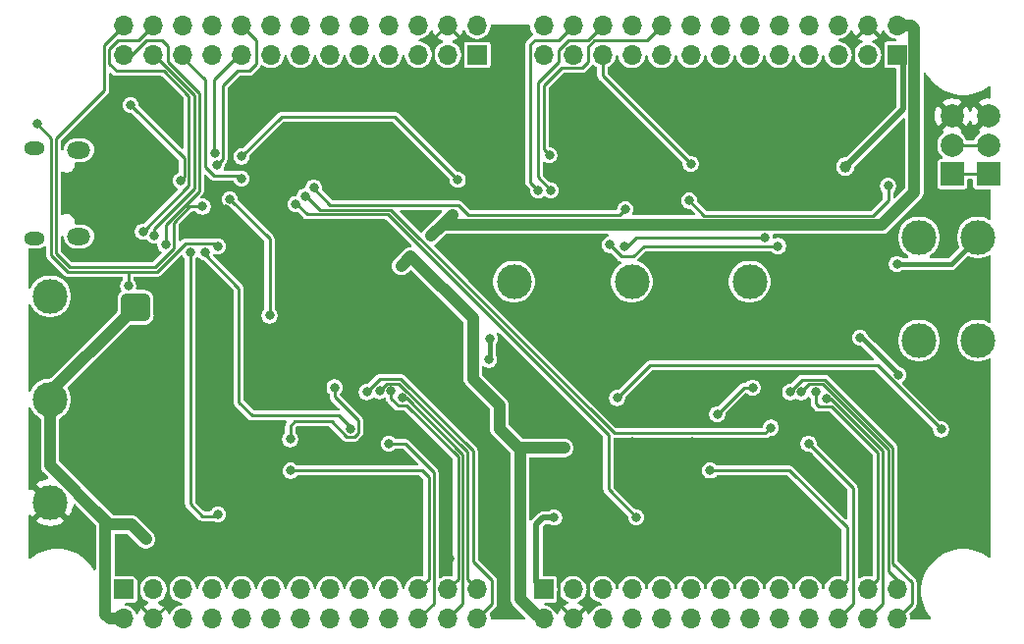
<source format=gbl>
G04 #@! TF.GenerationSoftware,KiCad,Pcbnew,7.0.9*
G04 #@! TF.CreationDate,2024-12-23T13:01:37-05:00*
G04 #@! TF.ProjectId,ramn,72616d6e-2e6b-4696-9361-645f70636258,rev?*
G04 #@! TF.SameCoordinates,Original*
G04 #@! TF.FileFunction,Copper,L2,Bot*
G04 #@! TF.FilePolarity,Positive*
%FSLAX46Y46*%
G04 Gerber Fmt 4.6, Leading zero omitted, Abs format (unit mm)*
G04 Created by KiCad (PCBNEW 7.0.9) date 2024-12-23 13:01:37*
%MOMM*%
%LPD*%
G01*
G04 APERTURE LIST*
G04 #@! TA.AperFunction,ComponentPad*
%ADD10C,2.000000*%
G04 #@! TD*
G04 #@! TA.AperFunction,ComponentPad*
%ADD11R,2.000000X2.000000*%
G04 #@! TD*
G04 #@! TA.AperFunction,ComponentPad*
%ADD12C,3.000000*%
G04 #@! TD*
G04 #@! TA.AperFunction,ComponentPad*
%ADD13R,1.700000X1.700000*%
G04 #@! TD*
G04 #@! TA.AperFunction,ComponentPad*
%ADD14O,1.700000X1.700000*%
G04 #@! TD*
G04 #@! TA.AperFunction,ComponentPad*
%ADD15O,1.800000X1.150000*%
G04 #@! TD*
G04 #@! TA.AperFunction,ComponentPad*
%ADD16O,2.000000X1.450000*%
G04 #@! TD*
G04 #@! TA.AperFunction,ViaPad*
%ADD17C,0.800000*%
G04 #@! TD*
G04 #@! TA.AperFunction,ViaPad*
%ADD18C,1.000000*%
G04 #@! TD*
G04 #@! TA.AperFunction,Conductor*
%ADD19C,0.250000*%
G04 #@! TD*
G04 #@! TA.AperFunction,Conductor*
%ADD20C,1.000000*%
G04 #@! TD*
G04 #@! TA.AperFunction,Conductor*
%ADD21C,0.500000*%
G04 #@! TD*
G04 #@! TA.AperFunction,Conductor*
%ADD22C,0.450000*%
G04 #@! TD*
G04 APERTURE END LIST*
D10*
G04 #@! TO.P,J2,3*
G04 #@! TO.N,GND*
X121614000Y-52404000D03*
X124714000Y-52404000D03*
G04 #@! TO.P,J2,2*
G04 #@! TO.N,/ECUD/CANL_IN*
X121614000Y-54904000D03*
X124714000Y-54904000D03*
D11*
G04 #@! TO.P,J2,1*
G04 #@! TO.N,/ECUD/CANH_IN*
X121614000Y-57404000D03*
X124714000Y-57404000D03*
G04 #@! TD*
D12*
G04 #@! TO.P,TP1,1*
G04 #@! TO.N,GND*
X43815000Y-85725000D03*
G04 #@! TD*
D13*
G04 #@! TO.P,J5,1*
G04 #@! TO.N,/ECUC/3V3_ECU*
X86360000Y-93218000D03*
D14*
G04 #@! TO.P,J5,2*
G04 #@! TO.N,+5V*
X86360000Y-95758000D03*
G04 #@! TO.P,J5,3*
G04 #@! TO.N,/ECUC/PA1*
X88900000Y-93218000D03*
G04 #@! TO.P,J5,4*
G04 #@! TO.N,GND*
X88900000Y-95758000D03*
G04 #@! TO.P,J5,5*
G04 #@! TO.N,/ECUC/PA2*
X91440000Y-93218000D03*
G04 #@! TO.P,J5,6*
G04 #@! TO.N,/ECUC/PA3*
X91440000Y-95758000D03*
G04 #@! TO.P,J5,7*
G04 #@! TO.N,/ECUC/PA4*
X93980000Y-93218000D03*
G04 #@! TO.P,J5,8*
G04 #@! TO.N,/ECUC/PA5*
X93980000Y-95758000D03*
G04 #@! TO.P,J5,9*
G04 #@! TO.N,/ECUC/PA6*
X96520000Y-93218000D03*
G04 #@! TO.P,J5,10*
G04 #@! TO.N,/ECUC/PA7*
X96520000Y-95758000D03*
G04 #@! TO.P,J5,11*
G04 #@! TO.N,/ECUC/PB0*
X99060000Y-93218000D03*
G04 #@! TO.P,J5,12*
G04 #@! TO.N,/ECUC/PB1*
X99060000Y-95758000D03*
G04 #@! TO.P,J5,13*
G04 #@! TO.N,/ECUC/PB2*
X101600000Y-93218000D03*
G04 #@! TO.P,J5,14*
G04 #@! TO.N,/ECUC/PB10*
X101600000Y-95758000D03*
G04 #@! TO.P,J5,15*
G04 #@! TO.N,/ECUC/PB11*
X104140000Y-93218000D03*
G04 #@! TO.P,J5,16*
G04 #@! TO.N,/ECUC/PB12*
X104140000Y-95758000D03*
G04 #@! TO.P,J5,17*
G04 #@! TO.N,/ECUC/PB13*
X106680000Y-93218000D03*
G04 #@! TO.P,J5,18*
G04 #@! TO.N,/ECUC/PB14*
X106680000Y-95758000D03*
G04 #@! TO.P,J5,19*
G04 #@! TO.N,/ECUC/PB15*
X109220000Y-93218000D03*
G04 #@! TO.P,J5,20*
G04 #@! TO.N,/ECUC/PA8*
X109220000Y-95758000D03*
G04 #@! TO.P,J5,21*
G04 #@! TO.N,/ECUC/nRST*
X111760000Y-93218000D03*
G04 #@! TO.P,J5,22*
G04 #@! TO.N,/ECUC/SYS_JTMS-SWDIO*
X111760000Y-95758000D03*
G04 #@! TO.P,J5,23*
G04 #@! TO.N,/ECUC/SYS_JTDI*
X114300000Y-93218000D03*
G04 #@! TO.P,J5,24*
G04 #@! TO.N,/ECUC/SYS_JTCK-SWCLK*
X114300000Y-95758000D03*
G04 #@! TO.P,J5,25*
G04 #@! TO.N,/ECUC/SYS_JTDO-SWO*
X116840000Y-93218000D03*
G04 #@! TO.P,J5,26*
G04 #@! TO.N,/ECUC/SYS_JTRST*
X116840000Y-95758000D03*
G04 #@! TD*
D13*
G04 #@! TO.P,J4,1*
G04 #@! TO.N,/ECUB/3V3_ECU*
X50165000Y-93218000D03*
D14*
G04 #@! TO.P,J4,2*
G04 #@! TO.N,+5V*
X50165000Y-95758000D03*
G04 #@! TO.P,J4,3*
G04 #@! TO.N,/ECUB/PA1*
X52705000Y-93218000D03*
G04 #@! TO.P,J4,4*
G04 #@! TO.N,GND*
X52705000Y-95758000D03*
G04 #@! TO.P,J4,5*
G04 #@! TO.N,/ECUB/PA2*
X55245000Y-93218000D03*
G04 #@! TO.P,J4,6*
G04 #@! TO.N,/ECUB/PA3*
X55245000Y-95758000D03*
G04 #@! TO.P,J4,7*
G04 #@! TO.N,/ECUB/PA4*
X57785000Y-93218000D03*
G04 #@! TO.P,J4,8*
G04 #@! TO.N,/ECUB/PA5*
X57785000Y-95758000D03*
G04 #@! TO.P,J4,9*
G04 #@! TO.N,/ECUB/PA6*
X60325000Y-93218000D03*
G04 #@! TO.P,J4,10*
G04 #@! TO.N,/ECUB/PA7*
X60325000Y-95758000D03*
G04 #@! TO.P,J4,11*
G04 #@! TO.N,/ECUB/PB0*
X62865000Y-93218000D03*
G04 #@! TO.P,J4,12*
G04 #@! TO.N,/ECUB/PB1*
X62865000Y-95758000D03*
G04 #@! TO.P,J4,13*
G04 #@! TO.N,/ECUB/PB2*
X65405000Y-93218000D03*
G04 #@! TO.P,J4,14*
G04 #@! TO.N,/ECUB/PB10*
X65405000Y-95758000D03*
G04 #@! TO.P,J4,15*
G04 #@! TO.N,/ECUB/PB11*
X67945000Y-93218000D03*
G04 #@! TO.P,J4,16*
G04 #@! TO.N,/ECUB/PB12*
X67945000Y-95758000D03*
G04 #@! TO.P,J4,17*
G04 #@! TO.N,/ECUB/PB13*
X70485000Y-93218000D03*
G04 #@! TO.P,J4,18*
G04 #@! TO.N,/ECUB/PB14*
X70485000Y-95758000D03*
G04 #@! TO.P,J4,19*
G04 #@! TO.N,/ECUB/PB15*
X73025000Y-93218000D03*
G04 #@! TO.P,J4,20*
G04 #@! TO.N,/ECUB/PA8*
X73025000Y-95758000D03*
G04 #@! TO.P,J4,21*
G04 #@! TO.N,/ECUB/nRST*
X75565000Y-93218000D03*
G04 #@! TO.P,J4,22*
G04 #@! TO.N,/ECUB/SYS_JTMS-SWDIO*
X75565000Y-95758000D03*
G04 #@! TO.P,J4,23*
G04 #@! TO.N,/ECUB/SYS_JTDI*
X78105000Y-93218000D03*
G04 #@! TO.P,J4,24*
G04 #@! TO.N,/ECUB/SYS_JTCK-SWCLK*
X78105000Y-95758000D03*
G04 #@! TO.P,J4,25*
G04 #@! TO.N,/ECUB/SYS_JTDO-SWO*
X80645000Y-93218000D03*
G04 #@! TO.P,J4,26*
G04 #@! TO.N,/ECUB/SYS_JTRST*
X80645000Y-95758000D03*
G04 #@! TD*
D13*
G04 #@! TO.P,J6,1*
G04 #@! TO.N,/ECUD/3V3_ECU*
X116840000Y-47117000D03*
D14*
G04 #@! TO.P,J6,2*
G04 #@! TO.N,+5V*
X116840000Y-44577000D03*
G04 #@! TO.P,J6,3*
G04 #@! TO.N,/ECUD/PA1*
X114300000Y-47117000D03*
G04 #@! TO.P,J6,4*
G04 #@! TO.N,GND*
X114300000Y-44577000D03*
G04 #@! TO.P,J6,5*
G04 #@! TO.N,/ECUD/PA2*
X111760000Y-47117000D03*
G04 #@! TO.P,J6,6*
G04 #@! TO.N,/ECUD/PA3*
X111760000Y-44577000D03*
G04 #@! TO.P,J6,7*
G04 #@! TO.N,/ECUD/PA4*
X109220000Y-47117000D03*
G04 #@! TO.P,J6,8*
G04 #@! TO.N,/ECUD/PA5*
X109220000Y-44577000D03*
G04 #@! TO.P,J6,9*
G04 #@! TO.N,/ECUD/PA6*
X106680000Y-47117000D03*
G04 #@! TO.P,J6,10*
G04 #@! TO.N,/ECUD/PA7*
X106680000Y-44577000D03*
G04 #@! TO.P,J6,11*
G04 #@! TO.N,/ECUD/PB0*
X104140000Y-47117000D03*
G04 #@! TO.P,J6,12*
G04 #@! TO.N,/ECUD/PB1*
X104140000Y-44577000D03*
G04 #@! TO.P,J6,13*
G04 #@! TO.N,/ECUD/PB2*
X101600000Y-47117000D03*
G04 #@! TO.P,J6,14*
G04 #@! TO.N,/ECUD/PB10*
X101600000Y-44577000D03*
G04 #@! TO.P,J6,15*
G04 #@! TO.N,/ECUD/PB11*
X99060000Y-47117000D03*
G04 #@! TO.P,J6,16*
G04 #@! TO.N,/ECUD/PB12*
X99060000Y-44577000D03*
G04 #@! TO.P,J6,17*
G04 #@! TO.N,/ECUD/PB13*
X96520000Y-47117000D03*
G04 #@! TO.P,J6,18*
G04 #@! TO.N,/ECUD/PB14*
X96520000Y-44577000D03*
G04 #@! TO.P,J6,19*
G04 #@! TO.N,/ECUD/PB15*
X93980000Y-47117000D03*
G04 #@! TO.P,J6,20*
G04 #@! TO.N,/ECUD/PA8*
X93980000Y-44577000D03*
G04 #@! TO.P,J6,21*
G04 #@! TO.N,/ECUD/nRST*
X91440000Y-47117000D03*
G04 #@! TO.P,J6,22*
G04 #@! TO.N,/ECUD/SYS_JTMS-SWDIO*
X91440000Y-44577000D03*
G04 #@! TO.P,J6,23*
G04 #@! TO.N,/ECUD/SYS_JTDI*
X88900000Y-47117000D03*
G04 #@! TO.P,J6,24*
G04 #@! TO.N,/ECUD/SYS_JTCK-SWCLK*
X88900000Y-44577000D03*
G04 #@! TO.P,J6,25*
G04 #@! TO.N,/ECUD/SYS_JTDO-SWO*
X86360000Y-47117000D03*
G04 #@! TO.P,J6,26*
G04 #@! TO.N,/ECUD/SYS_JTRST*
X86360000Y-44577000D03*
G04 #@! TD*
G04 #@! TO.P,J3,26*
G04 #@! TO.N,/usb_uc/SYS_JTRST*
X50165000Y-44577000D03*
G04 #@! TO.P,J3,25*
G04 #@! TO.N,/usb_uc/SYS_JTDO-SWO*
X50165000Y-47117000D03*
G04 #@! TO.P,J3,24*
G04 #@! TO.N,/usb_uc/SYS_JTCK-SWCLK*
X52705000Y-44577000D03*
G04 #@! TO.P,J3,23*
G04 #@! TO.N,/usb_uc/SYS_JTDI*
X52705000Y-47117000D03*
G04 #@! TO.P,J3,22*
G04 #@! TO.N,/usb_uc/SYS_JTMS-SWDIO*
X55245000Y-44577000D03*
G04 #@! TO.P,J3,21*
G04 #@! TO.N,/usb_uc/nRST*
X55245000Y-47117000D03*
G04 #@! TO.P,J3,20*
G04 #@! TO.N,/usb_uc/PA8*
X57785000Y-44577000D03*
G04 #@! TO.P,J3,19*
G04 #@! TO.N,/usb_uc/PB15*
X57785000Y-47117000D03*
G04 #@! TO.P,J3,18*
G04 #@! TO.N,/usb_uc/PB14*
X60325000Y-44577000D03*
G04 #@! TO.P,J3,17*
G04 #@! TO.N,/usb_uc/PB13*
X60325000Y-47117000D03*
G04 #@! TO.P,J3,16*
G04 #@! TO.N,/usb_uc/PB12*
X62865000Y-44577000D03*
G04 #@! TO.P,J3,15*
G04 #@! TO.N,/usb_uc/PB11*
X62865000Y-47117000D03*
G04 #@! TO.P,J3,14*
G04 #@! TO.N,/usb_uc/PB10*
X65405000Y-44577000D03*
G04 #@! TO.P,J3,13*
G04 #@! TO.N,/usb_uc/PB2*
X65405000Y-47117000D03*
G04 #@! TO.P,J3,12*
G04 #@! TO.N,/usb_uc/PB1*
X67945000Y-44577000D03*
G04 #@! TO.P,J3,11*
G04 #@! TO.N,/usb_uc/PB0*
X67945000Y-47117000D03*
G04 #@! TO.P,J3,10*
G04 #@! TO.N,/usb_uc/PA7*
X70485000Y-44577000D03*
G04 #@! TO.P,J3,9*
G04 #@! TO.N,/usb_uc/PA6*
X70485000Y-47117000D03*
G04 #@! TO.P,J3,8*
G04 #@! TO.N,/usb_uc/PA5*
X73025000Y-44577000D03*
G04 #@! TO.P,J3,7*
G04 #@! TO.N,/usb_uc/PA4*
X73025000Y-47117000D03*
G04 #@! TO.P,J3,6*
G04 #@! TO.N,/usb_uc/PA3*
X75565000Y-44577000D03*
G04 #@! TO.P,J3,5*
G04 #@! TO.N,/usb_uc/PA2*
X75565000Y-47117000D03*
G04 #@! TO.P,J3,4*
G04 #@! TO.N,GND*
X78105000Y-44577000D03*
G04 #@! TO.P,J3,3*
G04 #@! TO.N,/usb_uc/PA1*
X78105000Y-47117000D03*
G04 #@! TO.P,J3,2*
G04 #@! TO.N,+5V*
X80645000Y-44577000D03*
D13*
G04 #@! TO.P,J3,1*
G04 #@! TO.N,/usb_uc/3V3_ECU*
X80645000Y-47117000D03*
G04 #@! TD*
D12*
G04 #@! TO.P,TP10,1*
G04 #@! TO.N,Net-(C35-Pad1)*
X104140000Y-66675000D03*
G04 #@! TD*
G04 #@! TO.P,TP7,1*
G04 #@! TO.N,/ECUD/CANL_IN*
X123825000Y-62865000D03*
G04 #@! TD*
G04 #@! TO.P,TP6,1*
G04 #@! TO.N,/ECUD/CANH_IN*
X118745000Y-62865000D03*
G04 #@! TD*
G04 #@! TO.P,TP5,1*
G04 #@! TO.N,/ECUB/CANL_IN*
X123825000Y-71755000D03*
G04 #@! TD*
G04 #@! TO.P,TP4,1*
G04 #@! TO.N,/ECUB/CANH_IN*
X118745000Y-71755000D03*
G04 #@! TD*
G04 #@! TO.P,TP9,1*
G04 #@! TO.N,/ECUD/3V3_ECU*
X93980000Y-66675000D03*
G04 #@! TD*
G04 #@! TO.P,TP8,1*
G04 #@! TO.N,/ECUD/sheet5D7F273B/3.3V*
X83820000Y-66675000D03*
G04 #@! TD*
G04 #@! TO.P,TP3,1*
G04 #@! TO.N,+5V*
X43815000Y-76835000D03*
G04 #@! TD*
G04 #@! TO.P,TP2,1*
G04 #@! TO.N,Net-(J1-Pad1)*
X43815000Y-67945000D03*
G04 #@! TD*
D15*
G04 #@! TO.P,J1,6*
G04 #@! TO.N,Net-(C43-Pad1)*
X42500000Y-62930000D03*
X42500000Y-55180000D03*
D16*
X46300000Y-62780000D03*
X46300000Y-55330000D03*
G04 #@! TD*
D17*
G04 #@! TO.N,GND*
X49530000Y-50165000D03*
X67945000Y-81915000D03*
X54864000Y-51054000D03*
X58928000Y-60452000D03*
X64008000Y-63754000D03*
X61468000Y-66167000D03*
X50419000Y-62103000D03*
X81915000Y-50038000D03*
X59309000Y-64897000D03*
X71628000Y-62738000D03*
X74726800Y-69215000D03*
X74726800Y-67310000D03*
X80010000Y-64770000D03*
X76327000Y-60960000D03*
X48260000Y-67310000D03*
X48260000Y-69215000D03*
X92837000Y-55245000D03*
X91567000Y-55245000D03*
X94107000Y-55245000D03*
X95250000Y-55245000D03*
X94996000Y-57658000D03*
X94996000Y-58674000D03*
X92456000Y-59309000D03*
X91694000Y-60071000D03*
X90170000Y-56642000D03*
X97790000Y-53848000D03*
X90170000Y-50927000D03*
X92075000Y-69215000D03*
X85725000Y-69215000D03*
X101727000Y-54229000D03*
X105918000Y-53340000D03*
X105918000Y-54610000D03*
X106680000Y-66040000D03*
X111760000Y-66040000D03*
X111760000Y-67310000D03*
X99060000Y-69215000D03*
X46990000Y-83820000D03*
X116840000Y-69596000D03*
X116840000Y-66675000D03*
X121031000Y-74422000D03*
X104140000Y-81280000D03*
X109220000Y-81788000D03*
X109220000Y-82804000D03*
X108077000Y-81788000D03*
X104140000Y-84328000D03*
X104902000Y-82042000D03*
X106045000Y-80391000D03*
X112776000Y-80518000D03*
X111760000Y-85598000D03*
X69342000Y-84328000D03*
X70612000Y-84328000D03*
X75184000Y-85598000D03*
X67818000Y-80772000D03*
X71882000Y-80264000D03*
X71882000Y-81534000D03*
X76962000Y-81280000D03*
X64516000Y-88646000D03*
X48260000Y-73660000D03*
X48260000Y-76200000D03*
X48260000Y-78740000D03*
X48260000Y-81280000D03*
X45593000Y-81280000D03*
X45593000Y-78740000D03*
X91440000Y-74930000D03*
X96520000Y-75692000D03*
X88265000Y-78740000D03*
X48260000Y-61595000D03*
X57531000Y-58293000D03*
X101600000Y-67310000D03*
X78232000Y-90551000D03*
X58039000Y-73533000D03*
X99187000Y-80518000D03*
X93980000Y-80518000D03*
X73660000Y-57150000D03*
X120142000Y-89408000D03*
X65532000Y-57658000D03*
X100584000Y-59690000D03*
X106680000Y-84328000D03*
X76708000Y-50038000D03*
X79502000Y-50038000D03*
X78105000Y-50038000D03*
X102616000Y-86106000D03*
X100838000Y-88392000D03*
X101854000Y-87376000D03*
X109220000Y-88265000D03*
X105410000Y-84328000D03*
X48260000Y-64135000D03*
X48260000Y-62865000D03*
X50165000Y-55245000D03*
X48260000Y-55245000D03*
X48260000Y-56515000D03*
X50165000Y-56515000D03*
X110998000Y-49657000D03*
X118745000Y-78740000D03*
X57658000Y-80518000D03*
X73914000Y-50038000D03*
X92075000Y-64770000D03*
X85725000Y-64770000D03*
X66802000Y-53340000D03*
X76962000Y-53340000D03*
X88519000Y-90551000D03*
X73279000Y-88265000D03*
X50419000Y-89662000D03*
X82677000Y-90551000D03*
X90170000Y-58674000D03*
X66294000Y-86614000D03*
X52451000Y-87503000D03*
X114300000Y-82296000D03*
X114427000Y-57150000D03*
X85953600Y-84328000D03*
X52959000Y-67056000D03*
X113665000Y-49657000D03*
X115887500Y-49657000D03*
X54864000Y-52070000D03*
X65532000Y-87630000D03*
X121031000Y-83439000D03*
X113538000Y-74930000D03*
X62738000Y-80264000D03*
X80772000Y-78359000D03*
X80772000Y-79502000D03*
X117053999Y-78780001D03*
D18*
G04 #@! TO.N,+5V*
X51943000Y-68199000D03*
X50419000Y-68199000D03*
X77639999Y-61764999D03*
X76687499Y-62717499D03*
D17*
X120650000Y-79415000D03*
D18*
X51943000Y-69596000D03*
D17*
X92710000Y-76707994D03*
D18*
X78485984Y-60919014D03*
X74909499Y-64495499D03*
X74083999Y-65320999D03*
X50800000Y-87630000D03*
X52070000Y-88900000D03*
X82563010Y-79375000D03*
X84328000Y-88137998D03*
X84328000Y-85852000D03*
X88138000Y-81026000D03*
X50419000Y-69584990D03*
X111548999Y-61764999D03*
D17*
G04 #@! TO.N,/usb_uc/nRST*
X60325000Y-57785000D03*
G04 #@! TO.N,/usb_uc/SYS_JTDO-SWO*
X53772466Y-63507337D03*
G04 #@! TO.N,/usb_uc/SYS_JTCK-SWCLK*
X51816000Y-62357000D03*
G04 #@! TO.N,/usb_uc/SYS_JTMS-SWDIO*
X50760000Y-51435000D03*
X55062698Y-57967302D03*
G04 #@! TO.N,/usb_uc/SYS_JTDI*
X52791998Y-62697998D03*
G04 #@! TO.N,/usb_uc/SYS_JTRST*
X56968874Y-60207386D03*
G04 #@! TO.N,/usb_uc/BOOT0*
X50546000Y-67056000D03*
X42671996Y-53086000D03*
X58293000Y-63627000D03*
G04 #@! TO.N,/usb_uc/CAN_STB*
X59309000Y-59563008D03*
X62738000Y-69596000D03*
G04 #@! TO.N,/usb_uc/PB14*
X58166000Y-56642000D03*
G04 #@! TO.N,/usb_uc/PB13*
X57998990Y-55560020D03*
G04 #@! TO.N,/usb_uc/ECU_3_EN*
X78969994Y-57895000D03*
X60325000Y-55880000D03*
G04 #@! TO.N,/usb_uc/ECU_2_EN*
X94361000Y-86995000D03*
X65004123Y-59984010D03*
G04 #@! TO.N,/usb_uc/ECU_1_EN*
X55880000Y-64135000D03*
X58293000Y-86741002D03*
G04 #@! TO.N,/ECUB/nRST*
X64566750Y-82981750D03*
G04 #@! TO.N,/ECUC/3V3_ECU*
X87277000Y-87023000D03*
G04 #@! TO.N,/ECUC/nRST*
X100741695Y-82961695D03*
D18*
G04 #@! TO.N,/ECUD/3V3_ECU*
X112395000Y-56769004D03*
D17*
G04 #@! TO.N,/ECUD/nRST*
X99060000Y-56515000D03*
G04 #@! TO.N,/ECUD/CANL_IN*
X116839999Y-65150999D03*
G04 #@! TO.N,/ECUB/SYS_JTMS-SWDIO*
X73025000Y-80645000D03*
G04 #@! TO.N,/ECUB/SYS_JTDI*
X73205686Y-76128479D03*
G04 #@! TO.N,/ECUB/SYS_JTCK-SWCLK*
X74168000Y-76708008D03*
G04 #@! TO.N,/ECUB/SYS_JTDO-SWO*
X72235000Y-76113010D03*
G04 #@! TO.N,/ECUB/SYS_JTRST*
X71120000Y-76200000D03*
G04 #@! TO.N,/ECUC/SYS_JTMS-SWDIO*
X109220000Y-80645000D03*
G04 #@! TO.N,/ECUC/SYS_JTDI*
X109855000Y-76200000D03*
G04 #@! TO.N,/ECUC/SYS_JTCK-SWCLK*
X110744000Y-76794990D03*
G04 #@! TO.N,/ECUC/SYS_JTDO-SWO*
X108585000Y-76200000D03*
G04 #@! TO.N,/ECUC/SYS_JTRST*
X107634997Y-76200000D03*
G04 #@! TO.N,/ECUD/PB14*
X86869991Y-55761346D03*
G04 #@! TO.N,/ECUD/SYS_JTMS-SWDIO*
X86995000Y-58801000D03*
G04 #@! TO.N,/ECUD/SYS_JTCK-SWCLK*
X85920035Y-58801000D03*
G04 #@! TO.N,/ECUB/CANH_IN*
X81724500Y-71564500D03*
X116979806Y-74719501D03*
X113665000Y-71500999D03*
X81661006Y-73406000D03*
G04 #@! TO.N,/ECUB/CAN_STB*
X64516000Y-80264000D03*
X68351198Y-75803291D03*
G04 #@! TO.N,/ECUC/CAN_STB*
X104394000Y-75819000D03*
X101346000Y-78105000D03*
G04 #@! TO.N,/ECUD/CAN_STB*
X116078000Y-58420000D03*
X98933000Y-59690000D03*
G04 #@! TO.N,/ECUD/CAN1_TX*
X105410000Y-62894315D03*
X93324121Y-63635020D03*
G04 #@! TO.N,/ECUD/CAN1_RX*
X106572537Y-63607463D03*
X92075000Y-63500000D03*
G04 #@! TO.N,/ECUC/BOOT0*
X105972762Y-79273684D03*
X65786002Y-59309000D03*
G04 #@! TO.N,/ECUD/BOOT0*
X93416155Y-60427297D03*
X66548000Y-58547000D03*
G04 #@! TO.N,/ECUB/BOOT0*
X57158440Y-64134967D03*
X69735001Y-79362997D03*
G04 #@! TD*
D19*
G04 #@! TO.N,GND*
X49734998Y-50369998D02*
X49530000Y-50165000D01*
X77978000Y-44577000D02*
X76835000Y-45720000D01*
X78105000Y-44577000D02*
X77978000Y-44577000D01*
X114427000Y-44577000D02*
X115570000Y-45720000D01*
X114300000Y-44577000D02*
X114427000Y-44577000D01*
X114300000Y-44577000D02*
X114173000Y-44577000D01*
X88900000Y-95758000D02*
X90043000Y-94615000D01*
X53848000Y-94615000D02*
X53975000Y-94615000D01*
X52705000Y-95758000D02*
X53848000Y-94615000D01*
X51562000Y-94615000D02*
X51435000Y-94615000D01*
X52705000Y-95758000D02*
X51562000Y-94615000D01*
X115570000Y-45847000D02*
X114300000Y-44577000D01*
X115570000Y-48895000D02*
X115570000Y-45847000D01*
X89027000Y-95758000D02*
X90170000Y-94615000D01*
X88900000Y-95758000D02*
X89027000Y-95758000D01*
X90170000Y-94615000D02*
X90170000Y-91821000D01*
X90170000Y-91821000D02*
X89408000Y-91059000D01*
X51435000Y-92329000D02*
X50419000Y-91313000D01*
X52705000Y-95758000D02*
X51435000Y-94488000D01*
X51435000Y-94488000D02*
X51435000Y-92329000D01*
X53149500Y-91313000D02*
X50419000Y-91313000D01*
X53975000Y-94615000D02*
X53975000Y-92138500D01*
X53975000Y-92138500D02*
X53149500Y-91313000D01*
X79375000Y-45847000D02*
X79375000Y-48895000D01*
X78105000Y-44577000D02*
X79375000Y-45847000D01*
X113982500Y-48895000D02*
X114300000Y-48895000D01*
X113030000Y-47942500D02*
X113982500Y-48895000D01*
X113651999Y-57925001D02*
X114427000Y-57150000D01*
X106680000Y-55880000D02*
X108725001Y-57925001D01*
X108725001Y-57925001D02*
X113651999Y-57925001D01*
X76835000Y-48577500D02*
X77152500Y-48895000D01*
X77152500Y-48895000D02*
X78105000Y-48895000D01*
X76835000Y-45720000D02*
X76835000Y-48577500D01*
X114300000Y-44577000D02*
X113030000Y-45847000D01*
X113030000Y-45847000D02*
X113030000Y-47752000D01*
X87630000Y-94488000D02*
X88900000Y-95758000D01*
X87630000Y-91821000D02*
X87630000Y-94488000D01*
X88646000Y-90805000D02*
X87630000Y-91821000D01*
X82423000Y-48387000D02*
X81915000Y-48895000D01*
X82423000Y-46164500D02*
X82423000Y-48387000D01*
X82105500Y-45847000D02*
X82423000Y-46164500D01*
X79375000Y-45847000D02*
X82105500Y-45847000D01*
D20*
G04 #@! TO.N,+5V*
X77639999Y-61764999D02*
X76687499Y-62717499D01*
X43815000Y-76835000D02*
X43815000Y-76200000D01*
X47752000Y-86487000D02*
X48895000Y-87630000D01*
X48962919Y-95758000D02*
X50165000Y-95758000D01*
X48577500Y-95372581D02*
X48962919Y-95758000D01*
X48577500Y-87305498D02*
X48577500Y-95372581D01*
X43815000Y-76835000D02*
X43815000Y-82542998D01*
X43815000Y-82542998D02*
X48577500Y-87305498D01*
D19*
X95503994Y-73914000D02*
X92710000Y-76707994D01*
X115149000Y-73914000D02*
X95503994Y-73914000D01*
X120650000Y-79415000D02*
X115149000Y-73914000D01*
D20*
X77639999Y-61764999D02*
X78485984Y-60919014D01*
X48895000Y-87630000D02*
X50800000Y-87630000D01*
X52070000Y-88900000D02*
X50800000Y-87630000D01*
X43815000Y-76200000D02*
X50292000Y-69723000D01*
X74909499Y-64495499D02*
X74083999Y-65320999D01*
X86360000Y-95504990D02*
X85776988Y-95504990D01*
X85776988Y-95504990D02*
X84328000Y-94056002D01*
X84328000Y-94056002D02*
X84328000Y-88137998D01*
X84328000Y-88137998D02*
X84328000Y-85852000D01*
X84328000Y-81139990D02*
X84328000Y-85852000D01*
X82563010Y-79375000D02*
X84328000Y-81139990D01*
X84441990Y-81026000D02*
X84328000Y-81139990D01*
X88138000Y-81026000D02*
X84441990Y-81026000D01*
X50419000Y-69584990D02*
X50419000Y-68199000D01*
X51931990Y-69584990D02*
X51943000Y-69596000D01*
X50419000Y-69584990D02*
X51931990Y-69584990D01*
X51943000Y-69596000D02*
X51943000Y-68199000D01*
X51943000Y-68199000D02*
X50419000Y-68199000D01*
X50557010Y-69584990D02*
X51943000Y-68199000D01*
X50419000Y-69584990D02*
X50557010Y-69584990D01*
X110447001Y-61764999D02*
X111549011Y-61764999D01*
X77639999Y-61764999D02*
X110447001Y-61764999D01*
X118042081Y-44577000D02*
X116840000Y-44577000D01*
X118340001Y-44874920D02*
X118042081Y-44577000D01*
X118340001Y-58951999D02*
X118340001Y-44874920D01*
X115527001Y-61764999D02*
X118340001Y-58951999D01*
X74909499Y-64495499D02*
X80264000Y-69850000D01*
X82563010Y-77356010D02*
X82563010Y-79375000D01*
X80264000Y-69850000D02*
X80264000Y-75057000D01*
X80264000Y-75057000D02*
X82563010Y-77356010D01*
X50430010Y-69596000D02*
X50419000Y-69584990D01*
X51943000Y-69596000D02*
X50430010Y-69596000D01*
X111549011Y-61764999D02*
X111548999Y-61764999D01*
X111548999Y-61764999D02*
X115527001Y-61764999D01*
X110447001Y-61764999D02*
X111548999Y-61764999D01*
D19*
G04 #@! TO.N,/usb_uc/nRST*
X60071000Y-57531000D02*
X60325000Y-57785000D01*
X57912000Y-57531000D02*
X60071000Y-57531000D01*
X57150000Y-49276000D02*
X57150000Y-56769000D01*
X57150000Y-56769000D02*
X57912000Y-57531000D01*
X55245000Y-47371000D02*
X57150000Y-49276000D01*
X55245000Y-47117000D02*
X55245000Y-47371000D01*
G04 #@! TO.N,/usb_uc/SYS_JTDO-SWO*
X56642000Y-50430600D02*
X56642000Y-58870300D01*
X56642000Y-58870300D02*
X53772466Y-61739834D01*
X53975000Y-47763600D02*
X56642000Y-50430600D01*
X53975000Y-46355000D02*
X53975000Y-47763600D01*
X53467000Y-45847000D02*
X53975000Y-46355000D01*
X52070000Y-45847000D02*
X53467000Y-45847000D01*
X50800000Y-47117000D02*
X52070000Y-45847000D01*
X53772466Y-61739834D02*
X53772466Y-63507337D01*
X50165000Y-47117000D02*
X50800000Y-47117000D01*
G04 #@! TO.N,/usb_uc/SYS_JTCK-SWCLK*
X55772011Y-58400989D02*
X51816000Y-62357000D01*
X55753000Y-50673000D02*
X55753000Y-55862300D01*
X48895000Y-46601999D02*
X48895000Y-47879000D01*
X55753000Y-55862300D02*
X55772011Y-55881311D01*
X49649999Y-45847000D02*
X48895000Y-46601999D01*
X55772011Y-55881311D02*
X55772011Y-58400989D01*
X53594000Y-48514000D02*
X55753000Y-50673000D01*
X51435000Y-45847000D02*
X49649999Y-45847000D01*
X49530000Y-48514000D02*
X53594000Y-48514000D01*
X48895000Y-47879000D02*
X49530000Y-48514000D01*
X52705000Y-44577000D02*
X51435000Y-45847000D01*
G04 #@! TO.N,/usb_uc/SYS_JTMS-SWDIO*
X55372000Y-57658000D02*
X55062698Y-57967302D01*
X50760000Y-51435000D02*
X55372000Y-56047000D01*
X55372000Y-56047000D02*
X55372000Y-57658000D01*
G04 #@! TO.N,/usb_uc/SYS_JTDI*
X52791998Y-62132313D02*
X52791998Y-62697998D01*
X56241989Y-58682322D02*
X52791998Y-62132313D01*
X56241989Y-50596289D02*
X56241989Y-58682322D01*
X52762700Y-47117000D02*
X56241989Y-50596289D01*
X52705000Y-47117000D02*
X52762700Y-47117000D01*
G04 #@! TO.N,/usb_uc/SYS_JTRST*
X54483000Y-63806315D02*
X52884315Y-65405000D01*
X48494990Y-46247010D02*
X50165000Y-44577000D01*
X48494990Y-50184010D02*
X48494990Y-46247010D01*
X52884315Y-65405000D02*
X45466000Y-65405000D01*
X45466000Y-65405000D02*
X44323000Y-64262000D01*
X44323000Y-64262000D02*
X44323000Y-54356000D01*
X44323000Y-54356000D02*
X48494990Y-50184010D01*
X54483000Y-61595000D02*
X54483000Y-63806315D01*
X56968874Y-60207386D02*
X55870614Y-60207386D01*
X55870614Y-60207386D02*
X54483000Y-61595000D01*
G04 #@! TO.N,/usb_uc/BOOT0*
X50546000Y-65824022D02*
X50526989Y-65805011D01*
X50546000Y-67056000D02*
X50546000Y-65824022D01*
X42603005Y-53154991D02*
X42671996Y-53086000D01*
X43922989Y-54336993D02*
X42671996Y-53086000D01*
X43922989Y-64427689D02*
X43922989Y-54336993D01*
X45300311Y-65805011D02*
X43922989Y-64427689D01*
X50526989Y-65805011D02*
X45300311Y-65805011D01*
X53066989Y-65805011D02*
X55499000Y-63373000D01*
X50526989Y-65805011D02*
X53066989Y-65805011D01*
X55499000Y-63373000D02*
X58292982Y-63373000D01*
X58292982Y-63373000D02*
X58420000Y-63500018D01*
G04 #@! TO.N,/usb_uc/CAN_STB*
X62738000Y-62992008D02*
X62738000Y-69596000D01*
X59309000Y-59563008D02*
X62738000Y-62992008D01*
G04 #@! TO.N,/usb_uc/PB14*
X61595000Y-45847000D02*
X60325000Y-44577000D01*
X60960000Y-48514000D02*
X61595000Y-47879000D01*
X59944000Y-48514000D02*
X60960000Y-48514000D01*
X58674000Y-49784000D02*
X59944000Y-48514000D01*
X61595000Y-47879000D02*
X61595000Y-45847000D01*
X58674000Y-56134000D02*
X58674000Y-49784000D01*
X58166000Y-56642000D02*
X58674000Y-56134000D01*
G04 #@! TO.N,/usb_uc/PB13*
X57912000Y-55473030D02*
X57998990Y-55560020D01*
X57912000Y-49276000D02*
X57912000Y-55473030D01*
X60071000Y-47117000D02*
X57912000Y-49276000D01*
X60325000Y-47117000D02*
X60071000Y-47117000D01*
G04 #@! TO.N,/usb_uc/ECU_3_EN*
X73525994Y-52451000D02*
X78969994Y-57895000D01*
X63754000Y-52451000D02*
X73525994Y-52451000D01*
X60325000Y-55880000D02*
X63754000Y-52451000D01*
G04 #@! TO.N,/usb_uc/ECU_2_EN*
X65963800Y-60883800D02*
X65064010Y-59984010D01*
X72948800Y-60883800D02*
X65963800Y-60883800D01*
X91948000Y-79883000D02*
X72948800Y-60883800D01*
X91948000Y-84582000D02*
X91948000Y-79883000D01*
X65064010Y-59984010D02*
X65004123Y-59984010D01*
X94361000Y-86995000D02*
X91948000Y-84582000D01*
G04 #@! TO.N,/usb_uc/ECU_1_EN*
X58166002Y-86741002D02*
X58293000Y-86741002D01*
X56134000Y-64135000D02*
X55880000Y-64135000D01*
X55880000Y-85852000D02*
X55880000Y-64135000D01*
X56913000Y-86885000D02*
X55880000Y-85852000D01*
X58149002Y-86885000D02*
X56913000Y-86885000D01*
X58293000Y-86741002D02*
X58149002Y-86885000D01*
G04 #@! TO.N,/ECUB/nRST*
X76454000Y-83566000D02*
X76454000Y-92329000D01*
X76454000Y-92329000D02*
X75565000Y-93218000D01*
X75869750Y-82981750D02*
X76454000Y-83566000D01*
X64566750Y-82981750D02*
X75869750Y-82981750D01*
G04 #@! TO.N,/ECUC/3V3_ECU*
X87277000Y-87023000D02*
X87277000Y-87023032D01*
D21*
X86332000Y-87023000D02*
X87277000Y-87023000D01*
X85725000Y-87630000D02*
X86332000Y-87023000D01*
X85725000Y-92583000D02*
X85725000Y-87630000D01*
X86360000Y-93218000D02*
X85725000Y-92583000D01*
D19*
G04 #@! TO.N,/ECUC/nRST*
X112522000Y-92456000D02*
X111760000Y-93218000D01*
X112522000Y-87884000D02*
X112522000Y-92456000D01*
X107599695Y-82961695D02*
X112522000Y-87884000D01*
X100741695Y-82961695D02*
X107599695Y-82961695D01*
D21*
G04 #@! TO.N,/ECUD/3V3_ECU*
X117348000Y-47625000D02*
X117348000Y-51816004D01*
X117348000Y-51816004D02*
X112395000Y-56769004D01*
X116840000Y-47117000D02*
X117348000Y-47625000D01*
D19*
G04 #@! TO.N,/ECUD/nRST*
X91440000Y-48895000D02*
X99060000Y-56515000D01*
X91440000Y-47117000D02*
X91440000Y-48895000D01*
G04 #@! TO.N,/ECUD/CANL_IN*
X124714000Y-54904000D02*
X121614000Y-54904000D01*
D22*
X121539001Y-65150999D02*
X116839999Y-65150999D01*
X123825000Y-62865000D02*
X121539001Y-65150999D01*
D19*
G04 #@! TO.N,/ECUD/CANH_IN*
X121614000Y-57404000D02*
X124714000Y-57404000D01*
G04 #@! TO.N,/ECUB/SYS_JTMS-SWDIO*
X74422000Y-80645000D02*
X73025000Y-80645000D01*
X76880013Y-83103013D02*
X74422000Y-80645000D01*
X76880013Y-94442987D02*
X76880013Y-83103013D01*
X75565000Y-95758000D02*
X76880013Y-94442987D01*
G04 #@! TO.N,/ECUB/SYS_JTDI*
X73205686Y-76744696D02*
X73205686Y-76128479D01*
X78994000Y-92329000D02*
X78994000Y-81788000D01*
X78994000Y-81788000D02*
X74589009Y-77383009D01*
X78105000Y-93218000D02*
X78994000Y-92329000D01*
X74589009Y-77383009D02*
X73843999Y-77383009D01*
X73843999Y-77383009D02*
X73205686Y-76744696D01*
G04 #@! TO.N,/ECUB/SYS_JTCK-SWCLK*
X79394011Y-94468989D02*
X79394011Y-81553015D01*
X79394011Y-81553015D02*
X74549004Y-76708008D01*
X78105000Y-95758000D02*
X79394011Y-94468989D01*
X74549004Y-76708008D02*
X74168000Y-76708008D01*
G04 #@! TO.N,/ECUB/SYS_JTDO-SWO*
X72894533Y-75453477D02*
X72235000Y-76113010D01*
X79795001Y-92368001D02*
X79795001Y-81335997D01*
X73912481Y-75453477D02*
X72894533Y-75453477D01*
X80645000Y-93218000D02*
X79795001Y-92368001D01*
X79795001Y-81335997D02*
X73912481Y-75453477D01*
G04 #@! TO.N,/ECUB/SYS_JTRST*
X74078170Y-75053466D02*
X72266534Y-75053466D01*
X80264000Y-90805000D02*
X80264000Y-81239296D01*
X81915000Y-92456000D02*
X80264000Y-90805000D01*
X81915000Y-94488000D02*
X81915000Y-92456000D01*
X80645000Y-95758000D02*
X81915000Y-94488000D01*
X80264000Y-81239296D02*
X74078170Y-75053466D01*
X72266534Y-75053466D02*
X71120000Y-76200000D01*
G04 #@! TO.N,/ECUC/SYS_JTMS-SWDIO*
X113030000Y-94488000D02*
X111760000Y-95758000D01*
X109220000Y-80645000D02*
X113030000Y-84455000D01*
X113030000Y-84455000D02*
X113030000Y-94488000D01*
G04 #@! TO.N,/ECUC/SYS_JTDI*
X115189001Y-82676999D02*
X115189000Y-82677000D01*
X114300000Y-93218000D02*
X114427000Y-93218000D01*
X114300000Y-93218000D02*
X115189000Y-92329000D01*
X115189000Y-92329000D02*
X115189000Y-81412394D01*
X115189000Y-81412394D02*
X111246606Y-77470000D01*
X111246606Y-77470000D02*
X110109000Y-77470000D01*
X109855000Y-77216000D02*
X109855000Y-76200000D01*
X110109000Y-77470000D02*
X109855000Y-77216000D01*
G04 #@! TO.N,/ECUC/SYS_JTCK-SWCLK*
X115589011Y-94468989D02*
X115589011Y-81246707D01*
X115589011Y-81246707D02*
X111137294Y-76794990D01*
X114300000Y-95758000D02*
X115589011Y-94468989D01*
X111137294Y-76794990D02*
X110744000Y-76794990D01*
G04 #@! TO.N,/ECUC/SYS_JTDO-SWO*
X116840000Y-92456000D02*
X116840000Y-93218000D01*
X116078000Y-91694000D02*
X116840000Y-92456000D01*
X116078000Y-81169998D02*
X116078000Y-91694000D01*
X110433001Y-75524999D02*
X116078000Y-81169998D01*
X108585000Y-76200000D02*
X109260001Y-75524999D01*
X109260001Y-75524999D02*
X110433001Y-75524999D01*
G04 #@! TO.N,/ECUC/SYS_JTRST*
X118110000Y-92583000D02*
X118110000Y-94488000D01*
X107634997Y-76134003D02*
X108644011Y-75124989D01*
X107634997Y-76200000D02*
X107634997Y-76134003D01*
X108644011Y-75124989D02*
X110598691Y-75124989D01*
X118110000Y-94488000D02*
X116840000Y-95758000D01*
X110598691Y-75124989D02*
X116478010Y-81004309D01*
X116478010Y-81004309D02*
X116478010Y-90951010D01*
X116478010Y-90951010D02*
X118110000Y-92583000D01*
G04 #@! TO.N,/ECUD/PB14*
X95250000Y-45847000D02*
X96520000Y-44577000D01*
X90741500Y-45847000D02*
X95250000Y-45847000D01*
X90170000Y-47752000D02*
X90170000Y-46418500D01*
X87884000Y-48260000D02*
X89662000Y-48260000D01*
X86360000Y-49784000D02*
X87884000Y-48260000D01*
X89662000Y-48260000D02*
X90170000Y-47752000D01*
X86360000Y-55251355D02*
X86360000Y-49784000D01*
X90170000Y-46418500D02*
X90741500Y-45847000D01*
X86869991Y-55761346D02*
X86360000Y-55251355D01*
G04 #@! TO.N,/ECUD/SYS_JTMS-SWDIO*
X85852000Y-57658000D02*
X86995000Y-58801000D01*
X85852000Y-49537001D02*
X85852000Y-57658000D01*
X87630000Y-47759001D02*
X85852000Y-49537001D01*
X87630000Y-46721998D02*
X87630000Y-47759001D01*
X90170000Y-45847000D02*
X88504998Y-45847000D01*
X88504998Y-45847000D02*
X87630000Y-46721998D01*
X91440000Y-44577000D02*
X90170000Y-45847000D01*
G04 #@! TO.N,/ECUD/SYS_JTCK-SWCLK*
X85234999Y-46210001D02*
X85234999Y-58115964D01*
X85234999Y-58115964D02*
X85920035Y-58801000D01*
X85598000Y-45847000D02*
X85234999Y-46210001D01*
X87630000Y-45847000D02*
X85598000Y-45847000D01*
X88900000Y-44577000D02*
X87630000Y-45847000D01*
D22*
G04 #@! TO.N,/ECUB/CANH_IN*
X81724500Y-71564500D02*
X81724500Y-73342506D01*
X81724500Y-73342506D02*
X81661006Y-73406000D01*
X113791999Y-71500999D02*
X113665000Y-71500999D01*
X116979806Y-74688806D02*
X113791999Y-71500999D01*
X116979806Y-74719501D02*
X116979806Y-74688806D01*
D19*
G04 #@! TO.N,/ECUB/CAN_STB*
X68351198Y-75803291D02*
X68351198Y-75887245D01*
X68351198Y-76606198D02*
X68351198Y-75803291D01*
X70410002Y-79686998D02*
X70410002Y-78665002D01*
X70059002Y-80037998D02*
X70410002Y-79686998D01*
X69369998Y-80037998D02*
X70059002Y-80037998D01*
X70410002Y-78665002D02*
X68351198Y-76606198D01*
X68072000Y-78740000D02*
X69369998Y-80037998D01*
X64897000Y-78740000D02*
X68072000Y-78740000D01*
X64516000Y-79121000D02*
X64897000Y-78740000D01*
X64516000Y-80264000D02*
X64516000Y-79121000D01*
G04 #@! TO.N,/ECUC/CAN_STB*
X101346000Y-77978000D02*
X101346000Y-78105000D01*
X101600000Y-78105000D02*
X101346000Y-78105000D01*
X103378000Y-76073000D02*
X101346000Y-78105000D01*
X103632000Y-75819000D02*
X103378000Y-76073000D01*
X104394000Y-75819000D02*
X103632000Y-75819000D01*
G04 #@! TO.N,/ECUD/CAN_STB*
X116078000Y-59690000D02*
X116078000Y-58420000D01*
X114778011Y-60989989D02*
X116078000Y-59690000D01*
X100232989Y-60989989D02*
X100935011Y-60989989D01*
X98933000Y-59690000D02*
X100232989Y-60989989D01*
X100935011Y-60989989D02*
X114778011Y-60989989D01*
G04 #@! TO.N,/ECUD/CAN1_TX*
X93609980Y-63635020D02*
X93324121Y-63635020D01*
X94350685Y-62894315D02*
X93609980Y-63635020D01*
X105410000Y-62894315D02*
X94350685Y-62894315D01*
G04 #@! TO.N,/ECUD/CAN1_RX*
X93091000Y-64516000D02*
X92075000Y-63500000D01*
X94107000Y-64516000D02*
X93091000Y-64516000D01*
X95015537Y-63607463D02*
X94107000Y-64516000D01*
X106572537Y-63607463D02*
X95015537Y-63607463D01*
G04 #@! TO.N,/ECUC/BOOT0*
X65913000Y-59309000D02*
X65786002Y-59309000D01*
X67075011Y-60471011D02*
X65913000Y-59309000D01*
X73171011Y-60471011D02*
X67075011Y-60471011D01*
X92456000Y-79756000D02*
X73171011Y-60471011D01*
X105490446Y-79756000D02*
X92456000Y-79756000D01*
X105972762Y-79273684D02*
X105490446Y-79756000D01*
G04 #@! TO.N,/ECUD/BOOT0*
X66548000Y-58674000D02*
X66548000Y-58547000D01*
X67945000Y-60071000D02*
X66548000Y-58674000D01*
X79887004Y-60960000D02*
X78998004Y-60071000D01*
X78998004Y-60071000D02*
X67945000Y-60071000D01*
X92883452Y-60960000D02*
X79887004Y-60960000D01*
X93416155Y-60427297D02*
X92883452Y-60960000D01*
G04 #@! TO.N,/ECUB/BOOT0*
X68707000Y-78232000D02*
X69735001Y-79260001D01*
X61214000Y-78232000D02*
X68707000Y-78232000D01*
X60090011Y-77108011D02*
X61214000Y-78232000D01*
X69735001Y-79260001D02*
X69735001Y-79362997D01*
X60090011Y-67261274D02*
X60090011Y-77108011D01*
X57158440Y-64329703D02*
X60090011Y-67261274D01*
X57158440Y-64134967D02*
X57158440Y-64329703D01*
G04 #@! TD*
G04 #@! TA.AperFunction,Conductor*
G04 #@! TO.N,GND*
G36*
X85131601Y-44489667D02*
G01*
X85172803Y-44517197D01*
X85200333Y-44558399D01*
X85210000Y-44607000D01*
X85210000Y-44690264D01*
X85254193Y-44912441D01*
X85340883Y-45121730D01*
X85450519Y-45285811D01*
X85469482Y-45331592D01*
X85469482Y-45381145D01*
X85450519Y-45426925D01*
X85415479Y-45461965D01*
X85404790Y-45468372D01*
X85360742Y-45491916D01*
X85296024Y-45545028D01*
X85284694Y-45558835D01*
X85280506Y-45563455D01*
X84951454Y-45892507D01*
X84946834Y-45896695D01*
X84933027Y-45908025D01*
X84879913Y-45972744D01*
X84840450Y-46046575D01*
X84816148Y-46126687D01*
X84807943Y-46209998D01*
X84809693Y-46227760D01*
X84809999Y-46233989D01*
X84810000Y-58091966D01*
X84809694Y-58098195D01*
X84807943Y-58115964D01*
X84816149Y-58199274D01*
X84840451Y-58279389D01*
X84879916Y-58353221D01*
X84933029Y-58417940D01*
X84946829Y-58429267D01*
X84951448Y-58433453D01*
X85182838Y-58664842D01*
X85210368Y-58706044D01*
X85220035Y-58754645D01*
X85220035Y-58869941D01*
X85246936Y-59005182D01*
X85299703Y-59132572D01*
X85376310Y-59247222D01*
X85473812Y-59344724D01*
X85588462Y-59421331D01*
X85715852Y-59474098D01*
X85851094Y-59501000D01*
X85988976Y-59501000D01*
X86124217Y-59474098D01*
X86251607Y-59421331D01*
X86366263Y-59344720D01*
X86367720Y-59343264D01*
X86408923Y-59315736D01*
X86457524Y-59306071D01*
X86506124Y-59315741D01*
X86547321Y-59343268D01*
X86548777Y-59344724D01*
X86663427Y-59421331D01*
X86790817Y-59474098D01*
X86926059Y-59501000D01*
X87063941Y-59501000D01*
X87199182Y-59474098D01*
X87326572Y-59421331D01*
X87441222Y-59344724D01*
X87538724Y-59247222D01*
X87615331Y-59132572D01*
X87668098Y-59005182D01*
X87695000Y-58869941D01*
X87695000Y-58732058D01*
X87668098Y-58596817D01*
X87615331Y-58469427D01*
X87538724Y-58354777D01*
X87441222Y-58257275D01*
X87326572Y-58180668D01*
X87199182Y-58127901D01*
X87063941Y-58101000D01*
X86948645Y-58101000D01*
X86900044Y-58091333D01*
X86858843Y-58063803D01*
X86314198Y-57519159D01*
X86286667Y-57477957D01*
X86277000Y-57429356D01*
X86277000Y-56444604D01*
X86286667Y-56396003D01*
X86314197Y-56354801D01*
X86355399Y-56327271D01*
X86404000Y-56317604D01*
X86452601Y-56327271D01*
X86474557Y-56339007D01*
X86538415Y-56381676D01*
X86665808Y-56434444D01*
X86801050Y-56461346D01*
X86938932Y-56461346D01*
X87074173Y-56434444D01*
X87201563Y-56381677D01*
X87316213Y-56305070D01*
X87413715Y-56207568D01*
X87490322Y-56092918D01*
X87543089Y-55965528D01*
X87569991Y-55830287D01*
X87569991Y-55692404D01*
X87543089Y-55557163D01*
X87490322Y-55429773D01*
X87413715Y-55315123D01*
X87316213Y-55217621D01*
X87201563Y-55141014D01*
X87074173Y-55088247D01*
X86938932Y-55061346D01*
X86912000Y-55061346D01*
X86863399Y-55051679D01*
X86822197Y-55024149D01*
X86794667Y-54982947D01*
X86785000Y-54934346D01*
X86785000Y-50012644D01*
X86794667Y-49964043D01*
X86822197Y-49922841D01*
X86822198Y-49922841D01*
X88022844Y-48722197D01*
X88064045Y-48694667D01*
X88112646Y-48685000D01*
X89638012Y-48685000D01*
X89644241Y-48685306D01*
X89662002Y-48687055D01*
X89745314Y-48678850D01*
X89825425Y-48654548D01*
X89899256Y-48615085D01*
X89963975Y-48561972D01*
X89975305Y-48548166D01*
X89979493Y-48543546D01*
X90453556Y-48069485D01*
X90458176Y-48065297D01*
X90471975Y-48053972D01*
X90508686Y-48009241D01*
X90546991Y-47977805D01*
X90594410Y-47963420D01*
X90643725Y-47968278D01*
X90687426Y-47991637D01*
X90696661Y-48000006D01*
X90706920Y-48010265D01*
X90895271Y-48136116D01*
X90936601Y-48153236D01*
X90977803Y-48180766D01*
X91005333Y-48221967D01*
X91015001Y-48270568D01*
X91015001Y-48871002D01*
X91014695Y-48877231D01*
X91012944Y-48895000D01*
X91021150Y-48978310D01*
X91045452Y-49058425D01*
X91084917Y-49132257D01*
X91138027Y-49196973D01*
X91151830Y-49208301D01*
X91156450Y-49212489D01*
X98322803Y-56378843D01*
X98350333Y-56420045D01*
X98360000Y-56468646D01*
X98360000Y-56583941D01*
X98386901Y-56719182D01*
X98439668Y-56846572D01*
X98516275Y-56961222D01*
X98613777Y-57058724D01*
X98728427Y-57135331D01*
X98855817Y-57188098D01*
X98991059Y-57215000D01*
X99128941Y-57215000D01*
X99264182Y-57188098D01*
X99391572Y-57135331D01*
X99506222Y-57058724D01*
X99603724Y-56961222D01*
X99680331Y-56846572D01*
X99733098Y-56719182D01*
X99760000Y-56583941D01*
X99760000Y-56446058D01*
X99733098Y-56310817D01*
X99680331Y-56183427D01*
X99603724Y-56068777D01*
X99506222Y-55971275D01*
X99391572Y-55894668D01*
X99264182Y-55841901D01*
X99128941Y-55815000D01*
X99013646Y-55815000D01*
X98965045Y-55805333D01*
X98923843Y-55777803D01*
X91902197Y-48756159D01*
X91874667Y-48714957D01*
X91865000Y-48666356D01*
X91865000Y-48270569D01*
X91874667Y-48221968D01*
X91902197Y-48180766D01*
X91943399Y-48153236D01*
X91984730Y-48136116D01*
X92173079Y-48010265D01*
X92333265Y-47850079D01*
X92459116Y-47661730D01*
X92545806Y-47452441D01*
X92585440Y-47253190D01*
X92604403Y-47207409D01*
X92639443Y-47172369D01*
X92685223Y-47153406D01*
X92734776Y-47153406D01*
X92780557Y-47172369D01*
X92815597Y-47207409D01*
X92834560Y-47253189D01*
X92834560Y-47253190D01*
X92874193Y-47452441D01*
X92960883Y-47661730D01*
X93086734Y-47850079D01*
X93246920Y-48010265D01*
X93435269Y-48136116D01*
X93644558Y-48222806D01*
X93866735Y-48267000D01*
X94093265Y-48267000D01*
X94315441Y-48222806D01*
X94524730Y-48136116D01*
X94713079Y-48010265D01*
X94873265Y-47850079D01*
X94999116Y-47661730D01*
X95085806Y-47452441D01*
X95125440Y-47253190D01*
X95144403Y-47207409D01*
X95179443Y-47172369D01*
X95225223Y-47153406D01*
X95274776Y-47153406D01*
X95320557Y-47172369D01*
X95355597Y-47207409D01*
X95374560Y-47253189D01*
X95374560Y-47253190D01*
X95414193Y-47452441D01*
X95500883Y-47661730D01*
X95626734Y-47850079D01*
X95786920Y-48010265D01*
X95975269Y-48136116D01*
X96184558Y-48222806D01*
X96406735Y-48267000D01*
X96633265Y-48267000D01*
X96855441Y-48222806D01*
X97064730Y-48136116D01*
X97253079Y-48010265D01*
X97413265Y-47850079D01*
X97539116Y-47661730D01*
X97625806Y-47452441D01*
X97665440Y-47253190D01*
X97684403Y-47207409D01*
X97719443Y-47172369D01*
X97765223Y-47153406D01*
X97814776Y-47153406D01*
X97860557Y-47172369D01*
X97895597Y-47207409D01*
X97914560Y-47253189D01*
X97914560Y-47253190D01*
X97954193Y-47452441D01*
X98040883Y-47661730D01*
X98166734Y-47850079D01*
X98326920Y-48010265D01*
X98515269Y-48136116D01*
X98724558Y-48222806D01*
X98946735Y-48267000D01*
X99173265Y-48267000D01*
X99395441Y-48222806D01*
X99604730Y-48136116D01*
X99793079Y-48010265D01*
X99953265Y-47850079D01*
X100079116Y-47661730D01*
X100165806Y-47452441D01*
X100205440Y-47253190D01*
X100224403Y-47207409D01*
X100259443Y-47172369D01*
X100305223Y-47153406D01*
X100354776Y-47153406D01*
X100400557Y-47172369D01*
X100435597Y-47207409D01*
X100454560Y-47253189D01*
X100454560Y-47253190D01*
X100494193Y-47452441D01*
X100580883Y-47661730D01*
X100706734Y-47850079D01*
X100866920Y-48010265D01*
X101055269Y-48136116D01*
X101264558Y-48222806D01*
X101486735Y-48267000D01*
X101713265Y-48267000D01*
X101935441Y-48222806D01*
X102144730Y-48136116D01*
X102333079Y-48010265D01*
X102493265Y-47850079D01*
X102619116Y-47661730D01*
X102705806Y-47452441D01*
X102745440Y-47253190D01*
X102764403Y-47207409D01*
X102799443Y-47172369D01*
X102845223Y-47153406D01*
X102894776Y-47153406D01*
X102940557Y-47172369D01*
X102975597Y-47207409D01*
X102994560Y-47253189D01*
X102994560Y-47253190D01*
X103034193Y-47452441D01*
X103120883Y-47661730D01*
X103246734Y-47850079D01*
X103406920Y-48010265D01*
X103595269Y-48136116D01*
X103804558Y-48222806D01*
X104026735Y-48267000D01*
X104253265Y-48267000D01*
X104475441Y-48222806D01*
X104684730Y-48136116D01*
X104873079Y-48010265D01*
X105033265Y-47850079D01*
X105159116Y-47661730D01*
X105245806Y-47452441D01*
X105285440Y-47253190D01*
X105304403Y-47207409D01*
X105339443Y-47172369D01*
X105385223Y-47153406D01*
X105434776Y-47153406D01*
X105480557Y-47172369D01*
X105515597Y-47207409D01*
X105534560Y-47253189D01*
X105534560Y-47253190D01*
X105574193Y-47452441D01*
X105660883Y-47661730D01*
X105786734Y-47850079D01*
X105946920Y-48010265D01*
X106135269Y-48136116D01*
X106344558Y-48222806D01*
X106566735Y-48267000D01*
X106793265Y-48267000D01*
X107015441Y-48222806D01*
X107224730Y-48136116D01*
X107413079Y-48010265D01*
X107573265Y-47850079D01*
X107699116Y-47661730D01*
X107785806Y-47452441D01*
X107825440Y-47253190D01*
X107844403Y-47207409D01*
X107879443Y-47172369D01*
X107925223Y-47153406D01*
X107974776Y-47153406D01*
X108020557Y-47172369D01*
X108055597Y-47207409D01*
X108074560Y-47253189D01*
X108074560Y-47253190D01*
X108114193Y-47452441D01*
X108200883Y-47661730D01*
X108326734Y-47850079D01*
X108486920Y-48010265D01*
X108675269Y-48136116D01*
X108884558Y-48222806D01*
X109106735Y-48267000D01*
X109333265Y-48267000D01*
X109555441Y-48222806D01*
X109764730Y-48136116D01*
X109953079Y-48010265D01*
X110113265Y-47850079D01*
X110239116Y-47661730D01*
X110325806Y-47452441D01*
X110365440Y-47253190D01*
X110384403Y-47207409D01*
X110419443Y-47172369D01*
X110465223Y-47153406D01*
X110514776Y-47153406D01*
X110560557Y-47172369D01*
X110595597Y-47207409D01*
X110614560Y-47253189D01*
X110614560Y-47253190D01*
X110654193Y-47452441D01*
X110740883Y-47661730D01*
X110866734Y-47850079D01*
X111026920Y-48010265D01*
X111215269Y-48136116D01*
X111424558Y-48222806D01*
X111646735Y-48267000D01*
X111873265Y-48267000D01*
X112095441Y-48222806D01*
X112304730Y-48136116D01*
X112493079Y-48010265D01*
X112653265Y-47850079D01*
X112779116Y-47661730D01*
X112865806Y-47452441D01*
X112905440Y-47253190D01*
X112924403Y-47207409D01*
X112959443Y-47172369D01*
X113005223Y-47153406D01*
X113054776Y-47153406D01*
X113100557Y-47172369D01*
X113135597Y-47207409D01*
X113154560Y-47253189D01*
X113154560Y-47253190D01*
X113194193Y-47452441D01*
X113280883Y-47661730D01*
X113406734Y-47850079D01*
X113566920Y-48010265D01*
X113755269Y-48136116D01*
X113964558Y-48222806D01*
X114186735Y-48267000D01*
X114413265Y-48267000D01*
X114635441Y-48222806D01*
X114844730Y-48136116D01*
X115033079Y-48010265D01*
X115193265Y-47850079D01*
X115319116Y-47661730D01*
X115405806Y-47452441D01*
X115436374Y-47298768D01*
X115455337Y-47252987D01*
X115490377Y-47217947D01*
X115536157Y-47198984D01*
X115585710Y-47198984D01*
X115631491Y-47217947D01*
X115666531Y-47252987D01*
X115685494Y-47298767D01*
X115687934Y-47323544D01*
X115687934Y-47960755D01*
X115694341Y-48025813D01*
X115711494Y-48082359D01*
X115739352Y-48134477D01*
X115776841Y-48180158D01*
X115822522Y-48217647D01*
X115874640Y-48245505D01*
X115931186Y-48262658D01*
X115996244Y-48269066D01*
X116671000Y-48269066D01*
X116719601Y-48278733D01*
X116760803Y-48306263D01*
X116788333Y-48347465D01*
X116798000Y-48396066D01*
X116798001Y-51535580D01*
X116788334Y-51584181D01*
X116760804Y-51625383D01*
X112454381Y-55931807D01*
X112413179Y-55959337D01*
X112364578Y-55969004D01*
X112316208Y-55969004D01*
X112161645Y-55999748D01*
X112016060Y-56060052D01*
X111885032Y-56147601D01*
X111773597Y-56259036D01*
X111686048Y-56390064D01*
X111625744Y-56535649D01*
X111595000Y-56690212D01*
X111595000Y-56847795D01*
X111625744Y-57002358D01*
X111686048Y-57147943D01*
X111773597Y-57278971D01*
X111885032Y-57390406D01*
X112016060Y-57477955D01*
X112161645Y-57538259D01*
X112316208Y-57569004D01*
X112473792Y-57569004D01*
X112628354Y-57538259D01*
X112773939Y-57477955D01*
X112904967Y-57390406D01*
X113016402Y-57278971D01*
X113103951Y-57147943D01*
X113164255Y-57002358D01*
X113195000Y-56847795D01*
X113195000Y-56799426D01*
X113204667Y-56750825D01*
X113232197Y-56709623D01*
X117323198Y-52618622D01*
X117364400Y-52591092D01*
X117413001Y-52581425D01*
X117461602Y-52591092D01*
X117502804Y-52618622D01*
X117530334Y-52659824D01*
X117540001Y-52708425D01*
X117540001Y-58568023D01*
X117530334Y-58616624D01*
X117502804Y-58657826D01*
X116719803Y-59440827D01*
X116678601Y-59468357D01*
X116630000Y-59478024D01*
X116581399Y-59468357D01*
X116540197Y-59440827D01*
X116512667Y-59399625D01*
X116503000Y-59351024D01*
X116503000Y-59037553D01*
X116512667Y-58988952D01*
X116540197Y-58947750D01*
X116621724Y-58866222D01*
X116698331Y-58751572D01*
X116751098Y-58624182D01*
X116778000Y-58488941D01*
X116778000Y-58351058D01*
X116751098Y-58215817D01*
X116698331Y-58088427D01*
X116621724Y-57973777D01*
X116524222Y-57876275D01*
X116409572Y-57799668D01*
X116282182Y-57746901D01*
X116146941Y-57720000D01*
X116009059Y-57720000D01*
X115873817Y-57746901D01*
X115746427Y-57799668D01*
X115631777Y-57876275D01*
X115534275Y-57973777D01*
X115457668Y-58088427D01*
X115404901Y-58215817D01*
X115378000Y-58351058D01*
X115378000Y-58488941D01*
X115404901Y-58624182D01*
X115457668Y-58751572D01*
X115534275Y-58866222D01*
X115615804Y-58947751D01*
X115643334Y-58988953D01*
X115653001Y-59037554D01*
X115653000Y-59461354D01*
X115643333Y-59509955D01*
X115615803Y-59551156D01*
X114639170Y-60527791D01*
X114597968Y-60555322D01*
X114549367Y-60564989D01*
X100461635Y-60564989D01*
X100413034Y-60555322D01*
X100371833Y-60527792D01*
X99670198Y-59826158D01*
X99642667Y-59784956D01*
X99633000Y-59736355D01*
X99633000Y-59621058D01*
X99606098Y-59485817D01*
X99553331Y-59358427D01*
X99476724Y-59243777D01*
X99379222Y-59146275D01*
X99264572Y-59069668D01*
X99137182Y-59016901D01*
X99001941Y-58990000D01*
X98864059Y-58990000D01*
X98728817Y-59016901D01*
X98601427Y-59069668D01*
X98486777Y-59146275D01*
X98389275Y-59243777D01*
X98312668Y-59358427D01*
X98259901Y-59485817D01*
X98233000Y-59621058D01*
X98233000Y-59758941D01*
X98259901Y-59894182D01*
X98312668Y-60021572D01*
X98389275Y-60136222D01*
X98486777Y-60233724D01*
X98601427Y-60310331D01*
X98728817Y-60363098D01*
X98864059Y-60390000D01*
X98979355Y-60390000D01*
X99027956Y-60399667D01*
X99069158Y-60427197D01*
X99390157Y-60748196D01*
X99417687Y-60789398D01*
X99427354Y-60837999D01*
X99417687Y-60886600D01*
X99390157Y-60927802D01*
X99348955Y-60955332D01*
X99300354Y-60964999D01*
X94136356Y-60964999D01*
X94087755Y-60955332D01*
X94046553Y-60927802D01*
X94019023Y-60886600D01*
X94009356Y-60837999D01*
X94019023Y-60789398D01*
X94030759Y-60767442D01*
X94036485Y-60758872D01*
X94089253Y-60631479D01*
X94116155Y-60496238D01*
X94116155Y-60358355D01*
X94089253Y-60223114D01*
X94036486Y-60095724D01*
X93959879Y-59981074D01*
X93862377Y-59883572D01*
X93747727Y-59806965D01*
X93620337Y-59754198D01*
X93485096Y-59727297D01*
X93347214Y-59727297D01*
X93211972Y-59754198D01*
X93084582Y-59806965D01*
X92969932Y-59883572D01*
X92872430Y-59981074D01*
X92795823Y-60095724D01*
X92743056Y-60223114D01*
X92716155Y-60358355D01*
X92716155Y-60408000D01*
X92706488Y-60456601D01*
X92678958Y-60497803D01*
X92637756Y-60525333D01*
X92589155Y-60535000D01*
X80115650Y-60535000D01*
X80067049Y-60525333D01*
X80025848Y-60497803D01*
X79315497Y-59787454D01*
X79311309Y-59782833D01*
X79299980Y-59769028D01*
X79235260Y-59715914D01*
X79161429Y-59676451D01*
X79081318Y-59652149D01*
X78998006Y-59643944D01*
X78980245Y-59645694D01*
X78974016Y-59646000D01*
X68173646Y-59646000D01*
X68125045Y-59636333D01*
X68083843Y-59608803D01*
X67269949Y-58794910D01*
X67242419Y-58753708D01*
X67232752Y-58705107D01*
X67235192Y-58680330D01*
X67248000Y-58615941D01*
X67248000Y-58478058D01*
X67221098Y-58342817D01*
X67168331Y-58215427D01*
X67091724Y-58100777D01*
X66994222Y-58003275D01*
X66879572Y-57926668D01*
X66752182Y-57873901D01*
X66616941Y-57847000D01*
X66479059Y-57847000D01*
X66343817Y-57873901D01*
X66216427Y-57926668D01*
X66101777Y-58003275D01*
X66004275Y-58100777D01*
X65927668Y-58215427D01*
X65874901Y-58342817D01*
X65848000Y-58478058D01*
X65848000Y-58482000D01*
X65838333Y-58530601D01*
X65810803Y-58571803D01*
X65769601Y-58599333D01*
X65721000Y-58609000D01*
X65717061Y-58609000D01*
X65581819Y-58635901D01*
X65454429Y-58688668D01*
X65339779Y-58765275D01*
X65242277Y-58862777D01*
X65165670Y-58977427D01*
X65112903Y-59104818D01*
X65097593Y-59181787D01*
X65078629Y-59227568D01*
X65043590Y-59262607D01*
X64997809Y-59281570D01*
X64973033Y-59284010D01*
X64935182Y-59284010D01*
X64799940Y-59310911D01*
X64672550Y-59363678D01*
X64557900Y-59440285D01*
X64460398Y-59537787D01*
X64383791Y-59652437D01*
X64331024Y-59779827D01*
X64304123Y-59915068D01*
X64304123Y-60052951D01*
X64331024Y-60188192D01*
X64383791Y-60315582D01*
X64460398Y-60430232D01*
X64557900Y-60527734D01*
X64672550Y-60604341D01*
X64799940Y-60657108D01*
X64935182Y-60684010D01*
X65073064Y-60684010D01*
X65081475Y-60682337D01*
X65131028Y-60682337D01*
X65176809Y-60701300D01*
X65196055Y-60717095D01*
X65646314Y-61167355D01*
X65650501Y-61171975D01*
X65661822Y-61185770D01*
X65726543Y-61238885D01*
X65800374Y-61278348D01*
X65880480Y-61302648D01*
X65963801Y-61310854D01*
X65981551Y-61309106D01*
X65987779Y-61308800D01*
X72720156Y-61308800D01*
X72768757Y-61318467D01*
X72809959Y-61345997D01*
X74942658Y-63478696D01*
X74970188Y-63519898D01*
X74979855Y-63568499D01*
X74970188Y-63617100D01*
X74942658Y-63658302D01*
X74901456Y-63685832D01*
X74852855Y-63695499D01*
X74830708Y-63695499D01*
X74795023Y-63702597D01*
X74788855Y-63703512D01*
X74752674Y-63707074D01*
X74717878Y-63717630D01*
X74711830Y-63719144D01*
X74676148Y-63726242D01*
X74642542Y-63740163D01*
X74636669Y-63742264D01*
X74601870Y-63752820D01*
X74569796Y-63769964D01*
X74564159Y-63772631D01*
X74530552Y-63786551D01*
X74500315Y-63806755D01*
X74494968Y-63809960D01*
X74462890Y-63827106D01*
X74434779Y-63850177D01*
X74429770Y-63853892D01*
X74399530Y-63874097D01*
X74373805Y-63899822D01*
X74369185Y-63904009D01*
X74341076Y-63927076D01*
X74318009Y-63955185D01*
X74313822Y-63959805D01*
X73462595Y-64811032D01*
X73442387Y-64841276D01*
X73438674Y-64846283D01*
X73415606Y-64874391D01*
X73398462Y-64906465D01*
X73395257Y-64911813D01*
X73375050Y-64942053D01*
X73361130Y-64975661D01*
X73358463Y-64981298D01*
X73341319Y-65013371D01*
X73330765Y-65048169D01*
X73328663Y-65054041D01*
X73314742Y-65087648D01*
X73307644Y-65123330D01*
X73306130Y-65129378D01*
X73295574Y-65164174D01*
X73292012Y-65200355D01*
X73291097Y-65206523D01*
X73283999Y-65242207D01*
X73283999Y-65278590D01*
X73283693Y-65284817D01*
X73280129Y-65320999D01*
X73283693Y-65357181D01*
X73283999Y-65363408D01*
X73283999Y-65399790D01*
X73291097Y-65435475D01*
X73292012Y-65441643D01*
X73295574Y-65477823D01*
X73306130Y-65512620D01*
X73307644Y-65518668D01*
X73314742Y-65554349D01*
X73328663Y-65587957D01*
X73330765Y-65593829D01*
X73341319Y-65628626D01*
X73358463Y-65660700D01*
X73361130Y-65666337D01*
X73375050Y-65699944D01*
X73395257Y-65730185D01*
X73398462Y-65735533D01*
X73415606Y-65767606D01*
X73438674Y-65795715D01*
X73442387Y-65800722D01*
X73462595Y-65830966D01*
X73488322Y-65856693D01*
X73492509Y-65861313D01*
X73515576Y-65889421D01*
X73543685Y-65912489D01*
X73548305Y-65916676D01*
X73574031Y-65942402D01*
X73604276Y-65962611D01*
X73609283Y-65966324D01*
X73637391Y-65989391D01*
X73669465Y-66006536D01*
X73674813Y-66009741D01*
X73705053Y-66029947D01*
X73738661Y-66043868D01*
X73744298Y-66046535D01*
X73776371Y-66063678D01*
X73811169Y-66074233D01*
X73817041Y-66076335D01*
X73850648Y-66090255D01*
X73886330Y-66097354D01*
X73892378Y-66098868D01*
X73927174Y-66109423D01*
X73963355Y-66112986D01*
X73969523Y-66113901D01*
X74005208Y-66120999D01*
X74041590Y-66120999D01*
X74047817Y-66121305D01*
X74083999Y-66124868D01*
X74120181Y-66121305D01*
X74126408Y-66120999D01*
X74162790Y-66120999D01*
X74198475Y-66113901D01*
X74204643Y-66112986D01*
X74240823Y-66109423D01*
X74275620Y-66098868D01*
X74281668Y-66097354D01*
X74317349Y-66090255D01*
X74350957Y-66076335D01*
X74356829Y-66074233D01*
X74391626Y-66063678D01*
X74423700Y-66046535D01*
X74429337Y-66043868D01*
X74462944Y-66029947D01*
X74493185Y-66009741D01*
X74498533Y-66006536D01*
X74530606Y-65989391D01*
X74558715Y-65966324D01*
X74563722Y-65962611D01*
X74593968Y-65942400D01*
X74819696Y-65716672D01*
X74860898Y-65689141D01*
X74909499Y-65679474D01*
X74958100Y-65689141D01*
X74999301Y-65716671D01*
X74999302Y-65716671D01*
X79426803Y-70144173D01*
X79454333Y-70185375D01*
X79464000Y-70233976D01*
X79464001Y-75014581D01*
X79463695Y-75020809D01*
X79460130Y-75057000D01*
X79475575Y-75213822D01*
X79521321Y-75364627D01*
X79595607Y-75503608D01*
X79695578Y-75625421D01*
X79723686Y-75648488D01*
X79728306Y-75652676D01*
X81725813Y-77650183D01*
X81753343Y-77691385D01*
X81763010Y-77739986D01*
X81763010Y-79332591D01*
X81762704Y-79338818D01*
X81759140Y-79375000D01*
X81762704Y-79411182D01*
X81763010Y-79417409D01*
X81763010Y-79453790D01*
X81770108Y-79489475D01*
X81771023Y-79495644D01*
X81774586Y-79531827D01*
X81785141Y-79566621D01*
X81786655Y-79572668D01*
X81793753Y-79608351D01*
X81807674Y-79641958D01*
X81809776Y-79647830D01*
X81820330Y-79682627D01*
X81837474Y-79714701D01*
X81840141Y-79720338D01*
X81854061Y-79753945D01*
X81874268Y-79784186D01*
X81877473Y-79789534D01*
X81894617Y-79821607D01*
X81917685Y-79849716D01*
X81921398Y-79854723D01*
X81941606Y-79884967D01*
X81967339Y-79910700D01*
X81971527Y-79915320D01*
X81994589Y-79943421D01*
X82022691Y-79966484D01*
X82027311Y-79970672D01*
X83490803Y-81434163D01*
X83518333Y-81475365D01*
X83528000Y-81523966D01*
X83528000Y-94013593D01*
X83527694Y-94019820D01*
X83524130Y-94055998D01*
X83539576Y-94212833D01*
X83585318Y-94363625D01*
X83659608Y-94502610D01*
X83759577Y-94624423D01*
X83787691Y-94647495D01*
X83792311Y-94651683D01*
X84778825Y-95638197D01*
X84806355Y-95679399D01*
X84816022Y-95728000D01*
X84806355Y-95776601D01*
X84778825Y-95817803D01*
X84737623Y-95845333D01*
X84689022Y-95855000D01*
X81922000Y-95855000D01*
X81873399Y-95845333D01*
X81832197Y-95817803D01*
X81804667Y-95776601D01*
X81795000Y-95728000D01*
X81795000Y-95644735D01*
X81750806Y-95422556D01*
X81733687Y-95381228D01*
X81724019Y-95332627D01*
X81733686Y-95284026D01*
X81761216Y-95242824D01*
X81761217Y-95242823D01*
X82198556Y-94805485D01*
X82203176Y-94801297D01*
X82216975Y-94789972D01*
X82270083Y-94725260D01*
X82309548Y-94651426D01*
X82333848Y-94571319D01*
X82342054Y-94487998D01*
X82340306Y-94470249D01*
X82340000Y-94464021D01*
X82340000Y-92479990D01*
X82340306Y-92473762D01*
X82342055Y-92455998D01*
X82333850Y-92372685D01*
X82309548Y-92292574D01*
X82270085Y-92218743D01*
X82216971Y-92154024D01*
X82203176Y-92142703D01*
X82198556Y-92138515D01*
X80726197Y-90666159D01*
X80698667Y-90624957D01*
X80689000Y-90576356D01*
X80689000Y-81263286D01*
X80689306Y-81257058D01*
X80691055Y-81239294D01*
X80682850Y-81155981D01*
X80658548Y-81075870D01*
X80619085Y-81002039D01*
X80565971Y-80937320D01*
X80552176Y-80925999D01*
X80547556Y-80921811D01*
X74395664Y-74769921D01*
X74391476Y-74765301D01*
X74380145Y-74751494D01*
X74315426Y-74698380D01*
X74241595Y-74658917D01*
X74161484Y-74634615D01*
X74078172Y-74626410D01*
X74060411Y-74628160D01*
X74054182Y-74628466D01*
X72290522Y-74628466D01*
X72284293Y-74628160D01*
X72266531Y-74626410D01*
X72183219Y-74634615D01*
X72103108Y-74658917D01*
X72029277Y-74698380D01*
X71964560Y-74751492D01*
X71953233Y-74765295D01*
X71949045Y-74769915D01*
X71256159Y-75462802D01*
X71214957Y-75490333D01*
X71166356Y-75500000D01*
X71051059Y-75500000D01*
X70915817Y-75526901D01*
X70788427Y-75579668D01*
X70673777Y-75656275D01*
X70576275Y-75753777D01*
X70499668Y-75868427D01*
X70446901Y-75995817D01*
X70420000Y-76131058D01*
X70420000Y-76268941D01*
X70446901Y-76404182D01*
X70499668Y-76531572D01*
X70576275Y-76646222D01*
X70673777Y-76743724D01*
X70788427Y-76820331D01*
X70915817Y-76873098D01*
X71051059Y-76900000D01*
X71188941Y-76900000D01*
X71324182Y-76873098D01*
X71451572Y-76820331D01*
X71566222Y-76743724D01*
X71633813Y-76676134D01*
X71675015Y-76648604D01*
X71723616Y-76638937D01*
X71772217Y-76648604D01*
X71794174Y-76660341D01*
X71903423Y-76733339D01*
X72030817Y-76786108D01*
X72166059Y-76813010D01*
X72303941Y-76813010D01*
X72439182Y-76786108D01*
X72566575Y-76733340D01*
X72588311Y-76718817D01*
X72634092Y-76699854D01*
X72683645Y-76699854D01*
X72729426Y-76718818D01*
X72764465Y-76753857D01*
X72783428Y-76799638D01*
X72785257Y-76811967D01*
X72786837Y-76828014D01*
X72811137Y-76908121D01*
X72850600Y-76981952D01*
X72903714Y-77046672D01*
X72917519Y-77058001D01*
X72922140Y-77062189D01*
X73526510Y-77666560D01*
X73530698Y-77671180D01*
X73542025Y-77684982D01*
X73606742Y-77738094D01*
X73680573Y-77777557D01*
X73760684Y-77801859D01*
X73843996Y-77810064D01*
X73861758Y-77808315D01*
X73867987Y-77808009D01*
X74360365Y-77808009D01*
X74408966Y-77817676D01*
X74450168Y-77845206D01*
X78531804Y-81926843D01*
X78559334Y-81968045D01*
X78569001Y-82016646D01*
X78569000Y-91983015D01*
X78559333Y-92031616D01*
X78531803Y-92072818D01*
X78490601Y-92100348D01*
X78442000Y-92110015D01*
X78417224Y-92107575D01*
X78218265Y-92068000D01*
X77991735Y-92068000D01*
X77769558Y-92112193D01*
X77560268Y-92198884D01*
X77502571Y-92237437D01*
X77456790Y-92256401D01*
X77407237Y-92256401D01*
X77361456Y-92237438D01*
X77326417Y-92202399D01*
X77307453Y-92156618D01*
X77305013Y-92131841D01*
X77305013Y-83126992D01*
X77305319Y-83120764D01*
X77307067Y-83103014D01*
X77298861Y-83019693D01*
X77274561Y-82939586D01*
X77235096Y-82865752D01*
X77181988Y-82801040D01*
X77168189Y-82789716D01*
X77163569Y-82785528D01*
X74739493Y-80361454D01*
X74735305Y-80356833D01*
X74723976Y-80343028D01*
X74659256Y-80289914D01*
X74585425Y-80250451D01*
X74505314Y-80226149D01*
X74422002Y-80217944D01*
X74404241Y-80219694D01*
X74398012Y-80220000D01*
X73642553Y-80220000D01*
X73593952Y-80210333D01*
X73552750Y-80182803D01*
X73471222Y-80101275D01*
X73356572Y-80024668D01*
X73229182Y-79971901D01*
X73093941Y-79945000D01*
X72956059Y-79945000D01*
X72820817Y-79971901D01*
X72693427Y-80024668D01*
X72578777Y-80101275D01*
X72481275Y-80198777D01*
X72404668Y-80313427D01*
X72351901Y-80440817D01*
X72325000Y-80576058D01*
X72325000Y-80713941D01*
X72351901Y-80849182D01*
X72404668Y-80976572D01*
X72481275Y-81091222D01*
X72578777Y-81188724D01*
X72693427Y-81265331D01*
X72820817Y-81318098D01*
X72956059Y-81345000D01*
X73093941Y-81345000D01*
X73229182Y-81318098D01*
X73356572Y-81265331D01*
X73471222Y-81188724D01*
X73552750Y-81107197D01*
X73593952Y-81079667D01*
X73642553Y-81070000D01*
X74193356Y-81070000D01*
X74241957Y-81079667D01*
X74283159Y-81107197D01*
X75515908Y-82339947D01*
X75543438Y-82381149D01*
X75553105Y-82429750D01*
X75543438Y-82478351D01*
X75515908Y-82519553D01*
X75474706Y-82547083D01*
X75426105Y-82556750D01*
X65184303Y-82556750D01*
X65135702Y-82547083D01*
X65094500Y-82519553D01*
X65012972Y-82438025D01*
X64898322Y-82361418D01*
X64770932Y-82308651D01*
X64635691Y-82281750D01*
X64497809Y-82281750D01*
X64362567Y-82308651D01*
X64235177Y-82361418D01*
X64120527Y-82438025D01*
X64023025Y-82535527D01*
X63946418Y-82650177D01*
X63893651Y-82777567D01*
X63866750Y-82912808D01*
X63866750Y-83050691D01*
X63893651Y-83185932D01*
X63946418Y-83313322D01*
X64023025Y-83427972D01*
X64120527Y-83525474D01*
X64235177Y-83602081D01*
X64362567Y-83654848D01*
X64497809Y-83681750D01*
X64635691Y-83681750D01*
X64770932Y-83654848D01*
X64898322Y-83602081D01*
X65012972Y-83525474D01*
X65094500Y-83443947D01*
X65135702Y-83416417D01*
X65184303Y-83406750D01*
X75641105Y-83406750D01*
X75689706Y-83416417D01*
X75730908Y-83443947D01*
X75991803Y-83704842D01*
X76019333Y-83746044D01*
X76029000Y-83794645D01*
X76029001Y-91983015D01*
X76019334Y-92031616D01*
X75991804Y-92072818D01*
X75950602Y-92100348D01*
X75902001Y-92110015D01*
X75877225Y-92107575D01*
X75678265Y-92068000D01*
X75451735Y-92068000D01*
X75229558Y-92112193D01*
X75020269Y-92198883D01*
X74831920Y-92324734D01*
X74671734Y-92484920D01*
X74545883Y-92673269D01*
X74459193Y-92882558D01*
X74419560Y-93081810D01*
X74400597Y-93127591D01*
X74365557Y-93162631D01*
X74319777Y-93181594D01*
X74270224Y-93181594D01*
X74224443Y-93162631D01*
X74189403Y-93127591D01*
X74170440Y-93081811D01*
X74170440Y-93081810D01*
X74130806Y-92882558D01*
X74044116Y-92673269D01*
X73918265Y-92484920D01*
X73758079Y-92324734D01*
X73569730Y-92198883D01*
X73360441Y-92112193D01*
X73138265Y-92068000D01*
X72911735Y-92068000D01*
X72689558Y-92112193D01*
X72480269Y-92198883D01*
X72291920Y-92324734D01*
X72131734Y-92484920D01*
X72005883Y-92673269D01*
X71919193Y-92882558D01*
X71879560Y-93081810D01*
X71860597Y-93127591D01*
X71825557Y-93162631D01*
X71779777Y-93181594D01*
X71730224Y-93181594D01*
X71684443Y-93162631D01*
X71649403Y-93127591D01*
X71630440Y-93081811D01*
X71630440Y-93081810D01*
X71590806Y-92882558D01*
X71504116Y-92673269D01*
X71378265Y-92484920D01*
X71218079Y-92324734D01*
X71029730Y-92198883D01*
X70820441Y-92112193D01*
X70598265Y-92068000D01*
X70371735Y-92068000D01*
X70149558Y-92112193D01*
X69940269Y-92198883D01*
X69751920Y-92324734D01*
X69591734Y-92484920D01*
X69465883Y-92673269D01*
X69379193Y-92882558D01*
X69339560Y-93081810D01*
X69320597Y-93127591D01*
X69285557Y-93162631D01*
X69239777Y-93181594D01*
X69190224Y-93181594D01*
X69144443Y-93162631D01*
X69109403Y-93127591D01*
X69090440Y-93081811D01*
X69090440Y-93081810D01*
X69050806Y-92882558D01*
X68964116Y-92673269D01*
X68838265Y-92484920D01*
X68678079Y-92324734D01*
X68489730Y-92198883D01*
X68280441Y-92112193D01*
X68058265Y-92068000D01*
X67831735Y-92068000D01*
X67609558Y-92112193D01*
X67400269Y-92198883D01*
X67211920Y-92324734D01*
X67051734Y-92484920D01*
X66925883Y-92673269D01*
X66839193Y-92882558D01*
X66799560Y-93081810D01*
X66780597Y-93127591D01*
X66745557Y-93162631D01*
X66699777Y-93181594D01*
X66650224Y-93181594D01*
X66604443Y-93162631D01*
X66569403Y-93127591D01*
X66550440Y-93081811D01*
X66550440Y-93081810D01*
X66510806Y-92882558D01*
X66424116Y-92673269D01*
X66298265Y-92484920D01*
X66138079Y-92324734D01*
X65949730Y-92198883D01*
X65740441Y-92112193D01*
X65518265Y-92068000D01*
X65291735Y-92068000D01*
X65069558Y-92112193D01*
X64860269Y-92198883D01*
X64671920Y-92324734D01*
X64511734Y-92484920D01*
X64385883Y-92673269D01*
X64299193Y-92882558D01*
X64259560Y-93081810D01*
X64240597Y-93127591D01*
X64205557Y-93162631D01*
X64159777Y-93181594D01*
X64110224Y-93181594D01*
X64064443Y-93162631D01*
X64029403Y-93127591D01*
X64010440Y-93081811D01*
X64010440Y-93081810D01*
X63970806Y-92882558D01*
X63884116Y-92673269D01*
X63758265Y-92484920D01*
X63598079Y-92324734D01*
X63409730Y-92198883D01*
X63200441Y-92112193D01*
X62978265Y-92068000D01*
X62751735Y-92068000D01*
X62529558Y-92112193D01*
X62320269Y-92198883D01*
X62131920Y-92324734D01*
X61971734Y-92484920D01*
X61845883Y-92673269D01*
X61759193Y-92882558D01*
X61719560Y-93081810D01*
X61700597Y-93127591D01*
X61665557Y-93162631D01*
X61619777Y-93181594D01*
X61570224Y-93181594D01*
X61524443Y-93162631D01*
X61489403Y-93127591D01*
X61470440Y-93081811D01*
X61470440Y-93081810D01*
X61430806Y-92882558D01*
X61344116Y-92673269D01*
X61218265Y-92484920D01*
X61058079Y-92324734D01*
X60869730Y-92198883D01*
X60660441Y-92112193D01*
X60438265Y-92068000D01*
X60211735Y-92068000D01*
X59989558Y-92112193D01*
X59780269Y-92198883D01*
X59591920Y-92324734D01*
X59431734Y-92484920D01*
X59305883Y-92673269D01*
X59219193Y-92882558D01*
X59179560Y-93081810D01*
X59160597Y-93127591D01*
X59125557Y-93162631D01*
X59079777Y-93181594D01*
X59030224Y-93181594D01*
X58984443Y-93162631D01*
X58949403Y-93127591D01*
X58930440Y-93081811D01*
X58930440Y-93081810D01*
X58890806Y-92882558D01*
X58804116Y-92673269D01*
X58678265Y-92484920D01*
X58518079Y-92324734D01*
X58329730Y-92198883D01*
X58120441Y-92112193D01*
X57898265Y-92068000D01*
X57671735Y-92068000D01*
X57449558Y-92112193D01*
X57240269Y-92198883D01*
X57051920Y-92324734D01*
X56891734Y-92484920D01*
X56765883Y-92673269D01*
X56679193Y-92882558D01*
X56639560Y-93081810D01*
X56620597Y-93127591D01*
X56585557Y-93162631D01*
X56539777Y-93181594D01*
X56490224Y-93181594D01*
X56444443Y-93162631D01*
X56409403Y-93127591D01*
X56390440Y-93081811D01*
X56390440Y-93081810D01*
X56350806Y-92882558D01*
X56264116Y-92673269D01*
X56138265Y-92484920D01*
X55978079Y-92324734D01*
X55789730Y-92198883D01*
X55580441Y-92112193D01*
X55358265Y-92068000D01*
X55131735Y-92068000D01*
X54909558Y-92112193D01*
X54700269Y-92198883D01*
X54511920Y-92324734D01*
X54351734Y-92484920D01*
X54225883Y-92673269D01*
X54139193Y-92882558D01*
X54099560Y-93081810D01*
X54080597Y-93127591D01*
X54045557Y-93162631D01*
X53999777Y-93181594D01*
X53950224Y-93181594D01*
X53904443Y-93162631D01*
X53869403Y-93127591D01*
X53850440Y-93081811D01*
X53850440Y-93081810D01*
X53810806Y-92882558D01*
X53724116Y-92673269D01*
X53598265Y-92484920D01*
X53438079Y-92324734D01*
X53249730Y-92198883D01*
X53040441Y-92112193D01*
X52818265Y-92068000D01*
X52591735Y-92068000D01*
X52369558Y-92112193D01*
X52160269Y-92198883D01*
X51971920Y-92324734D01*
X51811734Y-92484920D01*
X51685883Y-92673269D01*
X51599193Y-92882558D01*
X51568626Y-93036232D01*
X51549663Y-93082013D01*
X51514623Y-93117053D01*
X51468843Y-93136016D01*
X51419290Y-93136016D01*
X51373509Y-93117053D01*
X51338469Y-93082013D01*
X51319506Y-93036233D01*
X51317066Y-93011456D01*
X51317066Y-92374244D01*
X51310658Y-92309186D01*
X51293505Y-92252640D01*
X51265647Y-92200522D01*
X51228158Y-92154841D01*
X51182477Y-92117352D01*
X51130359Y-92089494D01*
X51073813Y-92072341D01*
X51008756Y-92065934D01*
X49504500Y-92065934D01*
X49455899Y-92056267D01*
X49414697Y-92028737D01*
X49387167Y-91987535D01*
X49377500Y-91938934D01*
X49377500Y-88557000D01*
X49387167Y-88508399D01*
X49414697Y-88467197D01*
X49455899Y-88439667D01*
X49504500Y-88430000D01*
X50416025Y-88430000D01*
X50464626Y-88439667D01*
X50505828Y-88467197D01*
X51560032Y-89521402D01*
X51590271Y-89541607D01*
X51595280Y-89545322D01*
X51623391Y-89568392D01*
X51655469Y-89585539D01*
X51660816Y-89588744D01*
X51691053Y-89608947D01*
X51724660Y-89622868D01*
X51730297Y-89625535D01*
X51762372Y-89642679D01*
X51797169Y-89653235D01*
X51803040Y-89655335D01*
X51836649Y-89669256D01*
X51872331Y-89676355D01*
X51878378Y-89677869D01*
X51913170Y-89688423D01*
X51949356Y-89691987D01*
X51955525Y-89692902D01*
X51991209Y-89700000D01*
X52027590Y-89700000D01*
X52033817Y-89700306D01*
X52069999Y-89703869D01*
X52106181Y-89700306D01*
X52112408Y-89700000D01*
X52148791Y-89700000D01*
X52184476Y-89692902D01*
X52190644Y-89691987D01*
X52226825Y-89688423D01*
X52261617Y-89677870D01*
X52267666Y-89676354D01*
X52303350Y-89669256D01*
X52336965Y-89655333D01*
X52342836Y-89653233D01*
X52377625Y-89642679D01*
X52409696Y-89625538D01*
X52415331Y-89622873D01*
X52448940Y-89608950D01*
X52479189Y-89588741D01*
X52484536Y-89585536D01*
X52516607Y-89568392D01*
X52544716Y-89545325D01*
X52549723Y-89541612D01*
X52579967Y-89521403D01*
X52605694Y-89495677D01*
X52610314Y-89491490D01*
X52638422Y-89468422D01*
X52661490Y-89440314D01*
X52665677Y-89435694D01*
X52691403Y-89409967D01*
X52711612Y-89379723D01*
X52715325Y-89374716D01*
X52738392Y-89346607D01*
X52755536Y-89314536D01*
X52758741Y-89309189D01*
X52778950Y-89278940D01*
X52792873Y-89245331D01*
X52795538Y-89239696D01*
X52812679Y-89207625D01*
X52823233Y-89172836D01*
X52825333Y-89166965D01*
X52839256Y-89133350D01*
X52846354Y-89097666D01*
X52847870Y-89091617D01*
X52858423Y-89056825D01*
X52861987Y-89020644D01*
X52862902Y-89014476D01*
X52870000Y-88978791D01*
X52870000Y-88942408D01*
X52870306Y-88936181D01*
X52873869Y-88899999D01*
X52870306Y-88863817D01*
X52870000Y-88857590D01*
X52870000Y-88821209D01*
X52862902Y-88785525D01*
X52861987Y-88779356D01*
X52858423Y-88743170D01*
X52847869Y-88708378D01*
X52846355Y-88702331D01*
X52839256Y-88666649D01*
X52825335Y-88633040D01*
X52823235Y-88627169D01*
X52812679Y-88592372D01*
X52795535Y-88560297D01*
X52792868Y-88554660D01*
X52778947Y-88521053D01*
X52758744Y-88490816D01*
X52755539Y-88485469D01*
X52738392Y-88453391D01*
X52715322Y-88425280D01*
X52711607Y-88420271D01*
X52691402Y-88390032D01*
X51395677Y-87094306D01*
X51391490Y-87089686D01*
X51368422Y-87061577D01*
X51340314Y-87038510D01*
X51335694Y-87034323D01*
X51309967Y-87008596D01*
X51279723Y-86988388D01*
X51274716Y-86984675D01*
X51246606Y-86961606D01*
X51214532Y-86944462D01*
X51209186Y-86941257D01*
X51178940Y-86921048D01*
X51145341Y-86907131D01*
X51139705Y-86904466D01*
X51107630Y-86887321D01*
X51072825Y-86876764D01*
X51066952Y-86874662D01*
X51033350Y-86860743D01*
X50997678Y-86853647D01*
X50991631Y-86852133D01*
X50956827Y-86841575D01*
X50920634Y-86838011D01*
X50914465Y-86837096D01*
X50878791Y-86830000D01*
X50842409Y-86830000D01*
X50836182Y-86829694D01*
X50800000Y-86826130D01*
X50763818Y-86829694D01*
X50757591Y-86830000D01*
X49282250Y-86830000D01*
X49233649Y-86820333D01*
X49192447Y-86792803D01*
X49184078Y-86783569D01*
X49145921Y-86737075D01*
X49117816Y-86714011D01*
X49113196Y-86709823D01*
X44652197Y-82248826D01*
X44624667Y-82207624D01*
X44615000Y-82159023D01*
X44615000Y-78533182D01*
X44624667Y-78484581D01*
X44652197Y-78443379D01*
X44671443Y-78427585D01*
X44962430Y-78233153D01*
X45213153Y-77982430D01*
X45410138Y-77687621D01*
X45545827Y-77360039D01*
X45615000Y-77012283D01*
X45615000Y-76657716D01*
X45545827Y-76309960D01*
X45410139Y-75982381D01*
X45369450Y-75921486D01*
X45350487Y-75875705D01*
X45350487Y-75826152D01*
X45369450Y-75780371D01*
X45385244Y-75761125D01*
X50713173Y-70433197D01*
X50754375Y-70405667D01*
X50802976Y-70396000D01*
X51900580Y-70396000D01*
X51906807Y-70396306D01*
X51942999Y-70399870D01*
X51979191Y-70396306D01*
X51985419Y-70396000D01*
X52021791Y-70396000D01*
X52057465Y-70388904D01*
X52063634Y-70387989D01*
X52099827Y-70384424D01*
X52134631Y-70373867D01*
X52140678Y-70372353D01*
X52176350Y-70365256D01*
X52209952Y-70351338D01*
X52215825Y-70349236D01*
X52250630Y-70338678D01*
X52282705Y-70321534D01*
X52288341Y-70318869D01*
X52321940Y-70304951D01*
X52352186Y-70284743D01*
X52357532Y-70281538D01*
X52389606Y-70264393D01*
X52417716Y-70241325D01*
X52422723Y-70237612D01*
X52452967Y-70217403D01*
X52478694Y-70191677D01*
X52483314Y-70187490D01*
X52511422Y-70164422D01*
X52534490Y-70136314D01*
X52538677Y-70131694D01*
X52564403Y-70105967D01*
X52584612Y-70075723D01*
X52588325Y-70070716D01*
X52611393Y-70042606D01*
X52628538Y-70010532D01*
X52631743Y-70005186D01*
X52651951Y-69974940D01*
X52665869Y-69941341D01*
X52668534Y-69935705D01*
X52685678Y-69903630D01*
X52696236Y-69868825D01*
X52698338Y-69862952D01*
X52712256Y-69829350D01*
X52719353Y-69793678D01*
X52720867Y-69787631D01*
X52731424Y-69752827D01*
X52734989Y-69716634D01*
X52735904Y-69710465D01*
X52743000Y-69674790D01*
X52743000Y-69638419D01*
X52743306Y-69632191D01*
X52746870Y-69595999D01*
X52743306Y-69559807D01*
X52743000Y-69553580D01*
X52743000Y-68241420D01*
X52743306Y-68235193D01*
X52746870Y-68199000D01*
X52743306Y-68162807D01*
X52743000Y-68156580D01*
X52743000Y-68120209D01*
X52735904Y-68084535D01*
X52734989Y-68078366D01*
X52731424Y-68042172D01*
X52720867Y-68007369D01*
X52719353Y-68001322D01*
X52712256Y-67965649D01*
X52698338Y-67932048D01*
X52696236Y-67926175D01*
X52685678Y-67891369D01*
X52668534Y-67859295D01*
X52665869Y-67853659D01*
X52651951Y-67820059D01*
X52631743Y-67789814D01*
X52628538Y-67784468D01*
X52611393Y-67752393D01*
X52588325Y-67724284D01*
X52584612Y-67719277D01*
X52564403Y-67689032D01*
X52538677Y-67663306D01*
X52534490Y-67658686D01*
X52511422Y-67630577D01*
X52483314Y-67607510D01*
X52478694Y-67603323D01*
X52452967Y-67577596D01*
X52422723Y-67557388D01*
X52417716Y-67553675D01*
X52389606Y-67530606D01*
X52357532Y-67513462D01*
X52352186Y-67510257D01*
X52321940Y-67490048D01*
X52288341Y-67476131D01*
X52282705Y-67473466D01*
X52250630Y-67456321D01*
X52215825Y-67445764D01*
X52209952Y-67443662D01*
X52176350Y-67429743D01*
X52140678Y-67422647D01*
X52134631Y-67421133D01*
X52099827Y-67410575D01*
X52063634Y-67407011D01*
X52057465Y-67406096D01*
X52021791Y-67399000D01*
X51985420Y-67399000D01*
X51979193Y-67398694D01*
X51943000Y-67395129D01*
X51906809Y-67398694D01*
X51900581Y-67399000D01*
X51346236Y-67399000D01*
X51297635Y-67389333D01*
X51256433Y-67361803D01*
X51228903Y-67320601D01*
X51219236Y-67272000D01*
X51221676Y-67247223D01*
X51246000Y-67124941D01*
X51246000Y-66987058D01*
X51219098Y-66851817D01*
X51166331Y-66724427D01*
X51089724Y-66609777D01*
X51008197Y-66528250D01*
X50980667Y-66487048D01*
X50971000Y-66438447D01*
X50971000Y-66357011D01*
X50980667Y-66308410D01*
X51008197Y-66267208D01*
X51049399Y-66239678D01*
X51098000Y-66230011D01*
X53043001Y-66230011D01*
X53049230Y-66230317D01*
X53066991Y-66232066D01*
X53150303Y-66223861D01*
X53230414Y-66199559D01*
X53304245Y-66160096D01*
X53368964Y-66106982D01*
X53380295Y-66093176D01*
X53384483Y-66088556D01*
X55051108Y-64421931D01*
X55092310Y-64394401D01*
X55140911Y-64384734D01*
X55189512Y-64394401D01*
X55230714Y-64421931D01*
X55258244Y-64463133D01*
X55259668Y-64466572D01*
X55336275Y-64581222D01*
X55417804Y-64662751D01*
X55445334Y-64703953D01*
X55455001Y-64752554D01*
X55455000Y-85828012D01*
X55454694Y-85834241D01*
X55452944Y-85852000D01*
X55461149Y-85935313D01*
X55485451Y-86015425D01*
X55524914Y-86089256D01*
X55578028Y-86153976D01*
X55591833Y-86165305D01*
X55596454Y-86169493D01*
X56595515Y-87168556D01*
X56599703Y-87173176D01*
X56611024Y-87186971D01*
X56675743Y-87240085D01*
X56749574Y-87279548D01*
X56829685Y-87303850D01*
X56912998Y-87312055D01*
X56930762Y-87310306D01*
X56936990Y-87310000D01*
X57846076Y-87310000D01*
X57894677Y-87319667D01*
X57916634Y-87331404D01*
X57961423Y-87361331D01*
X58088817Y-87414100D01*
X58224059Y-87441002D01*
X58361941Y-87441002D01*
X58497182Y-87414100D01*
X58624572Y-87361333D01*
X58739222Y-87284726D01*
X58836724Y-87187224D01*
X58913331Y-87072574D01*
X58966098Y-86945184D01*
X58993000Y-86809943D01*
X58993000Y-86672060D01*
X58966098Y-86536819D01*
X58913331Y-86409429D01*
X58836724Y-86294779D01*
X58739222Y-86197277D01*
X58624572Y-86120670D01*
X58497182Y-86067903D01*
X58361941Y-86041002D01*
X58224059Y-86041002D01*
X58088817Y-86067903D01*
X57961427Y-86120670D01*
X57846777Y-86197277D01*
X57749275Y-86294779D01*
X57676592Y-86403558D01*
X57641552Y-86438597D01*
X57595771Y-86457560D01*
X57570995Y-86460000D01*
X57141646Y-86460000D01*
X57093045Y-86450333D01*
X57051844Y-86422803D01*
X56342198Y-85713159D01*
X56314667Y-85671957D01*
X56305000Y-85623356D01*
X56305000Y-64752553D01*
X56314667Y-64703952D01*
X56342197Y-64662750D01*
X56342198Y-64662750D01*
X56429435Y-64575514D01*
X56470637Y-64547984D01*
X56519238Y-64538317D01*
X56567838Y-64547985D01*
X56609040Y-64575514D01*
X56712217Y-64678691D01*
X56826867Y-64755298D01*
X56954257Y-64808065D01*
X57018218Y-64820788D01*
X57063999Y-64839752D01*
X57083244Y-64855545D01*
X59627814Y-67400117D01*
X59655344Y-67441319D01*
X59665011Y-67489920D01*
X59665012Y-77084013D01*
X59664706Y-77090242D01*
X59662955Y-77108011D01*
X59671161Y-77191321D01*
X59695464Y-77271437D01*
X59734928Y-77345268D01*
X59788038Y-77409984D01*
X59801841Y-77421312D01*
X59806461Y-77425500D01*
X60896514Y-78515555D01*
X60900701Y-78520175D01*
X60912022Y-78533970D01*
X60976743Y-78587085D01*
X61050574Y-78626548D01*
X61130680Y-78650848D01*
X61214001Y-78659054D01*
X61231751Y-78657306D01*
X61237979Y-78657000D01*
X64078480Y-78657000D01*
X64127081Y-78666667D01*
X64168283Y-78694197D01*
X64195813Y-78735399D01*
X64205480Y-78784000D01*
X64195813Y-78832601D01*
X64176652Y-78864568D01*
X64160916Y-78883741D01*
X64121453Y-78957571D01*
X64097150Y-79037689D01*
X64088944Y-79120999D01*
X64090695Y-79138768D01*
X64091001Y-79144997D01*
X64091001Y-79646446D01*
X64081334Y-79695047D01*
X64053804Y-79736249D01*
X63972275Y-79817777D01*
X63895668Y-79932427D01*
X63842901Y-80059817D01*
X63816000Y-80195058D01*
X63816000Y-80332941D01*
X63842901Y-80468182D01*
X63895668Y-80595572D01*
X63972275Y-80710222D01*
X64069777Y-80807724D01*
X64184427Y-80884331D01*
X64311817Y-80937098D01*
X64447059Y-80964000D01*
X64584941Y-80964000D01*
X64720182Y-80937098D01*
X64847572Y-80884331D01*
X64962222Y-80807724D01*
X65059724Y-80710222D01*
X65136331Y-80595572D01*
X65189098Y-80468182D01*
X65216000Y-80332941D01*
X65216000Y-80195058D01*
X65189098Y-80059817D01*
X65136331Y-79932427D01*
X65059724Y-79817777D01*
X64978197Y-79736250D01*
X64950667Y-79695048D01*
X64941000Y-79646447D01*
X64941000Y-79349645D01*
X64950667Y-79301044D01*
X64978197Y-79259842D01*
X65035842Y-79202197D01*
X65077044Y-79174667D01*
X65125645Y-79165000D01*
X67843356Y-79165000D01*
X67891957Y-79174667D01*
X67933159Y-79202197D01*
X67933159Y-79202198D01*
X69052513Y-80321554D01*
X69056701Y-80326174D01*
X69068025Y-80339973D01*
X69132737Y-80393081D01*
X69206571Y-80432546D01*
X69286678Y-80456846D01*
X69369999Y-80465052D01*
X69387749Y-80463304D01*
X69393977Y-80462998D01*
X70035014Y-80462998D01*
X70041243Y-80463304D01*
X70059004Y-80465053D01*
X70142316Y-80456848D01*
X70222427Y-80432546D01*
X70296258Y-80393083D01*
X70360977Y-80339969D01*
X70372308Y-80326163D01*
X70376496Y-80321543D01*
X70693547Y-80004492D01*
X70698167Y-80000304D01*
X70711973Y-79988973D01*
X70765087Y-79924254D01*
X70804550Y-79850423D01*
X70828852Y-79770312D01*
X70837058Y-79686998D01*
X70835308Y-79669239D01*
X70835002Y-79663010D01*
X70835002Y-78688992D01*
X70835308Y-78682764D01*
X70837057Y-78665000D01*
X70828852Y-78581687D01*
X70804550Y-78501576D01*
X70765087Y-78427745D01*
X70711973Y-78363026D01*
X70698178Y-78351705D01*
X70693558Y-78347517D01*
X68835040Y-76489002D01*
X68807510Y-76447800D01*
X68797843Y-76399199D01*
X68807510Y-76350598D01*
X68835040Y-76309396D01*
X68894922Y-76249513D01*
X68971529Y-76134863D01*
X69024296Y-76007473D01*
X69051198Y-75872232D01*
X69051198Y-75734349D01*
X69024296Y-75599108D01*
X68971529Y-75471718D01*
X68894922Y-75357068D01*
X68797420Y-75259566D01*
X68682770Y-75182959D01*
X68555380Y-75130192D01*
X68420139Y-75103291D01*
X68282257Y-75103291D01*
X68147015Y-75130192D01*
X68019625Y-75182959D01*
X67904975Y-75259566D01*
X67807473Y-75357068D01*
X67730866Y-75471718D01*
X67678099Y-75599108D01*
X67651198Y-75734349D01*
X67651198Y-75872232D01*
X67678099Y-76007473D01*
X67730866Y-76134863D01*
X67807473Y-76249513D01*
X67889001Y-76331041D01*
X67916531Y-76372243D01*
X67926198Y-76420844D01*
X67926198Y-76582210D01*
X67925892Y-76588439D01*
X67924142Y-76606198D01*
X67932347Y-76689511D01*
X67956649Y-76769623D01*
X67996112Y-76843454D01*
X68049226Y-76908174D01*
X68063031Y-76919503D01*
X68067652Y-76923691D01*
X68734158Y-77590198D01*
X68761688Y-77631399D01*
X68771355Y-77680000D01*
X68761688Y-77728601D01*
X68734157Y-77769803D01*
X68692956Y-77797333D01*
X68644355Y-77807000D01*
X61442646Y-77807000D01*
X61394045Y-77797333D01*
X61352844Y-77769803D01*
X60552209Y-76969170D01*
X60524678Y-76927968D01*
X60515011Y-76879367D01*
X60515011Y-67285253D01*
X60515317Y-67279025D01*
X60517065Y-67261275D01*
X60508859Y-67177954D01*
X60484559Y-67097848D01*
X60445096Y-67024017D01*
X60391982Y-66959298D01*
X60378187Y-66947977D01*
X60373567Y-66943789D01*
X57927531Y-64497756D01*
X57900001Y-64456554D01*
X57890334Y-64407953D01*
X57900001Y-64359352D01*
X57927531Y-64318150D01*
X57968733Y-64290620D01*
X58017334Y-64280953D01*
X58065935Y-64290620D01*
X58088817Y-64300098D01*
X58224059Y-64327000D01*
X58361941Y-64327000D01*
X58497182Y-64300098D01*
X58624572Y-64247331D01*
X58739222Y-64170724D01*
X58836724Y-64073222D01*
X58913331Y-63958572D01*
X58966098Y-63831182D01*
X58993000Y-63695941D01*
X58993000Y-63558058D01*
X58966098Y-63422817D01*
X58913331Y-63295427D01*
X58836724Y-63180777D01*
X58739222Y-63083275D01*
X58624572Y-63006668D01*
X58497182Y-62953901D01*
X58361941Y-62927000D01*
X58224059Y-62927000D01*
X58130753Y-62945560D01*
X58105976Y-62948000D01*
X55522988Y-62948000D01*
X55516759Y-62947694D01*
X55498997Y-62945944D01*
X55415685Y-62954149D01*
X55335574Y-62978451D01*
X55261743Y-63017914D01*
X55197026Y-63071026D01*
X55185699Y-63084829D01*
X55181511Y-63089449D01*
X55124803Y-63146158D01*
X55083601Y-63173688D01*
X55035000Y-63183355D01*
X54986399Y-63173688D01*
X54945197Y-63146158D01*
X54917667Y-63104956D01*
X54908000Y-63056355D01*
X54908000Y-61823644D01*
X54917667Y-61775043D01*
X54945197Y-61733841D01*
X54945198Y-61733841D01*
X56009458Y-60669583D01*
X56050659Y-60642053D01*
X56099260Y-60632386D01*
X56351321Y-60632386D01*
X56399922Y-60642053D01*
X56441124Y-60669583D01*
X56522651Y-60751110D01*
X56637301Y-60827717D01*
X56764691Y-60880484D01*
X56899933Y-60907386D01*
X57037815Y-60907386D01*
X57173056Y-60880484D01*
X57300446Y-60827717D01*
X57415096Y-60751110D01*
X57512598Y-60653608D01*
X57589205Y-60538958D01*
X57641972Y-60411568D01*
X57668874Y-60276327D01*
X57668874Y-60138444D01*
X57641972Y-60003203D01*
X57589205Y-59875813D01*
X57512598Y-59761163D01*
X57415093Y-59663658D01*
X57367637Y-59631949D01*
X58609000Y-59631949D01*
X58635901Y-59767190D01*
X58688668Y-59894580D01*
X58765275Y-60009230D01*
X58862777Y-60106732D01*
X58977427Y-60183339D01*
X59104817Y-60236106D01*
X59240059Y-60263008D01*
X59355356Y-60263008D01*
X59403957Y-60272675D01*
X59445159Y-60300205D01*
X62275803Y-63130851D01*
X62303333Y-63172053D01*
X62313000Y-63220654D01*
X62313001Y-68978446D01*
X62303334Y-69027047D01*
X62275804Y-69068249D01*
X62194275Y-69149777D01*
X62117668Y-69264427D01*
X62064901Y-69391817D01*
X62038000Y-69527058D01*
X62038000Y-69664941D01*
X62064901Y-69800182D01*
X62117668Y-69927572D01*
X62194275Y-70042222D01*
X62291777Y-70139724D01*
X62406427Y-70216331D01*
X62533817Y-70269098D01*
X62669059Y-70296000D01*
X62806941Y-70296000D01*
X62942182Y-70269098D01*
X63069572Y-70216331D01*
X63184222Y-70139724D01*
X63281724Y-70042222D01*
X63358331Y-69927572D01*
X63411098Y-69800182D01*
X63438000Y-69664941D01*
X63438000Y-69527058D01*
X63411098Y-69391817D01*
X63358331Y-69264427D01*
X63281724Y-69149777D01*
X63200197Y-69068250D01*
X63172667Y-69027048D01*
X63163000Y-68978447D01*
X63163000Y-63015987D01*
X63163306Y-63009759D01*
X63165054Y-62992009D01*
X63156848Y-62908688D01*
X63132548Y-62828581D01*
X63093083Y-62754747D01*
X63039975Y-62690035D01*
X63026176Y-62678711D01*
X63021556Y-62674523D01*
X60046197Y-59699167D01*
X60018667Y-59657965D01*
X60009000Y-59609364D01*
X60009000Y-59494066D01*
X59982098Y-59358825D01*
X59929331Y-59231435D01*
X59852724Y-59116785D01*
X59755222Y-59019283D01*
X59640572Y-58942676D01*
X59513182Y-58889909D01*
X59377941Y-58863008D01*
X59240059Y-58863008D01*
X59104817Y-58889909D01*
X58977427Y-58942676D01*
X58862777Y-59019283D01*
X58765275Y-59116785D01*
X58688668Y-59231435D01*
X58635901Y-59358825D01*
X58609000Y-59494066D01*
X58609000Y-59631949D01*
X57367637Y-59631949D01*
X57300595Y-59587153D01*
X57300450Y-59587056D01*
X57173056Y-59534287D01*
X57037815Y-59507386D01*
X56912559Y-59507386D01*
X56863958Y-59497719D01*
X56822756Y-59470189D01*
X56795226Y-59428987D01*
X56785559Y-59380386D01*
X56795226Y-59331785D01*
X56822756Y-59290583D01*
X56925551Y-59187789D01*
X56930171Y-59183601D01*
X56943973Y-59172273D01*
X56997085Y-59107556D01*
X57036548Y-59033725D01*
X57060850Y-58953614D01*
X57069056Y-58870300D01*
X57067306Y-58852541D01*
X57067000Y-58846312D01*
X57067000Y-57593645D01*
X57076667Y-57545044D01*
X57104197Y-57503842D01*
X57145399Y-57476312D01*
X57194000Y-57466645D01*
X57242601Y-57476312D01*
X57283803Y-57503842D01*
X57283803Y-57503843D01*
X57594514Y-57814555D01*
X57598701Y-57819175D01*
X57610022Y-57832970D01*
X57674743Y-57886085D01*
X57748574Y-57925548D01*
X57828685Y-57949850D01*
X57911998Y-57958055D01*
X57929762Y-57956306D01*
X57935990Y-57956000D01*
X59553298Y-57956000D01*
X59601899Y-57965667D01*
X59643101Y-57993197D01*
X59670631Y-58034399D01*
X59704668Y-58116572D01*
X59781275Y-58231222D01*
X59878777Y-58328724D01*
X59993427Y-58405331D01*
X60120817Y-58458098D01*
X60256059Y-58485000D01*
X60393941Y-58485000D01*
X60529182Y-58458098D01*
X60656572Y-58405331D01*
X60771222Y-58328724D01*
X60868724Y-58231222D01*
X60945331Y-58116572D01*
X60998098Y-57989182D01*
X61025000Y-57853941D01*
X61025000Y-57716058D01*
X60998098Y-57580817D01*
X60945331Y-57453427D01*
X60868724Y-57338777D01*
X60771222Y-57241275D01*
X60656572Y-57164668D01*
X60529182Y-57111901D01*
X60393941Y-57085000D01*
X60256058Y-57085000D01*
X60149551Y-57106186D01*
X60112326Y-57108015D01*
X60070997Y-57103944D01*
X60053241Y-57105694D01*
X60047012Y-57106000D01*
X58921547Y-57106000D01*
X58872946Y-57096333D01*
X58831744Y-57068803D01*
X58804214Y-57027601D01*
X58794547Y-56979000D01*
X58804214Y-56930399D01*
X58804215Y-56930399D01*
X58839097Y-56846186D01*
X58866000Y-56710941D01*
X58866000Y-56595646D01*
X58875667Y-56547045D01*
X58903197Y-56505843D01*
X58957556Y-56451485D01*
X58962176Y-56447297D01*
X58975971Y-56435975D01*
X59029085Y-56371256D01*
X59068548Y-56297425D01*
X59092848Y-56217319D01*
X59101054Y-56133998D01*
X59099306Y-56116249D01*
X59099000Y-56110021D01*
X59099000Y-55948941D01*
X59625000Y-55948941D01*
X59651901Y-56084182D01*
X59704668Y-56211572D01*
X59781275Y-56326222D01*
X59878777Y-56423724D01*
X59993427Y-56500331D01*
X60120817Y-56553098D01*
X60256059Y-56580000D01*
X60393941Y-56580000D01*
X60529182Y-56553098D01*
X60656572Y-56500331D01*
X60771222Y-56423724D01*
X60868724Y-56326222D01*
X60945331Y-56211572D01*
X60998098Y-56084182D01*
X61025000Y-55948941D01*
X61025000Y-55833644D01*
X61034667Y-55785043D01*
X61062197Y-55743841D01*
X63892843Y-52913197D01*
X63934045Y-52885667D01*
X63982646Y-52876000D01*
X73297350Y-52876000D01*
X73345951Y-52885667D01*
X73387153Y-52913197D01*
X78232797Y-57758843D01*
X78260327Y-57800045D01*
X78269994Y-57848646D01*
X78269994Y-57963941D01*
X78296895Y-58099182D01*
X78349662Y-58226572D01*
X78426269Y-58341222D01*
X78523771Y-58438724D01*
X78638421Y-58515331D01*
X78765811Y-58568098D01*
X78901053Y-58595000D01*
X79038935Y-58595000D01*
X79174176Y-58568098D01*
X79301566Y-58515331D01*
X79416216Y-58438724D01*
X79513718Y-58341222D01*
X79590325Y-58226572D01*
X79643092Y-58099182D01*
X79669994Y-57963941D01*
X79669994Y-57826058D01*
X79643092Y-57690817D01*
X79590325Y-57563427D01*
X79513718Y-57448777D01*
X79416216Y-57351275D01*
X79301566Y-57274668D01*
X79174176Y-57221901D01*
X79038935Y-57195000D01*
X78923640Y-57195000D01*
X78875039Y-57185333D01*
X78833837Y-57157803D01*
X73843488Y-52167455D01*
X73839300Y-52162835D01*
X73827969Y-52149028D01*
X73763250Y-52095914D01*
X73689419Y-52056451D01*
X73609308Y-52032149D01*
X73525996Y-52023944D01*
X73508235Y-52025694D01*
X73502006Y-52026000D01*
X63777979Y-52026000D01*
X63771751Y-52025694D01*
X63754001Y-52023945D01*
X63670680Y-52032151D01*
X63590573Y-52056451D01*
X63516739Y-52095916D01*
X63452027Y-52149024D01*
X63440703Y-52162824D01*
X63436515Y-52167444D01*
X60461159Y-55142803D01*
X60419957Y-55170333D01*
X60371356Y-55180000D01*
X60256059Y-55180000D01*
X60120817Y-55206901D01*
X59993427Y-55259668D01*
X59878777Y-55336275D01*
X59781275Y-55433777D01*
X59704668Y-55548427D01*
X59651901Y-55675817D01*
X59625000Y-55811058D01*
X59625000Y-55948941D01*
X59099000Y-55948941D01*
X59099000Y-50012644D01*
X59108667Y-49964043D01*
X59136197Y-49922841D01*
X59136198Y-49922841D01*
X60082844Y-48976197D01*
X60124045Y-48948667D01*
X60172646Y-48939000D01*
X60936012Y-48939000D01*
X60942241Y-48939306D01*
X60960002Y-48941055D01*
X61043314Y-48932850D01*
X61123425Y-48908548D01*
X61197256Y-48869085D01*
X61261976Y-48815971D01*
X61273305Y-48802167D01*
X61277493Y-48797546D01*
X61878556Y-48196485D01*
X61883176Y-48192297D01*
X61896971Y-48180975D01*
X61950083Y-48116257D01*
X61973628Y-48072210D01*
X62005064Y-48033906D01*
X62048766Y-48010547D01*
X62098080Y-48005690D01*
X62145500Y-48020074D01*
X62156189Y-48026481D01*
X62320269Y-48136116D01*
X62529558Y-48222806D01*
X62751735Y-48267000D01*
X62978265Y-48267000D01*
X63200441Y-48222806D01*
X63409730Y-48136116D01*
X63598079Y-48010265D01*
X63758265Y-47850079D01*
X63884116Y-47661730D01*
X63970806Y-47452441D01*
X64010440Y-47253190D01*
X64029403Y-47207409D01*
X64064443Y-47172369D01*
X64110223Y-47153406D01*
X64159776Y-47153406D01*
X64205557Y-47172369D01*
X64240597Y-47207409D01*
X64259560Y-47253189D01*
X64259560Y-47253190D01*
X64299193Y-47452441D01*
X64385883Y-47661730D01*
X64511734Y-47850079D01*
X64671920Y-48010265D01*
X64860269Y-48136116D01*
X65069558Y-48222806D01*
X65291735Y-48267000D01*
X65518265Y-48267000D01*
X65740441Y-48222806D01*
X65949730Y-48136116D01*
X66138079Y-48010265D01*
X66298265Y-47850079D01*
X66424116Y-47661730D01*
X66510806Y-47452441D01*
X66550440Y-47253190D01*
X66569403Y-47207409D01*
X66604443Y-47172369D01*
X66650223Y-47153406D01*
X66699776Y-47153406D01*
X66745557Y-47172369D01*
X66780597Y-47207409D01*
X66799560Y-47253189D01*
X66799560Y-47253190D01*
X66839193Y-47452441D01*
X66925883Y-47661730D01*
X67051734Y-47850079D01*
X67211920Y-48010265D01*
X67400269Y-48136116D01*
X67609558Y-48222806D01*
X67831735Y-48267000D01*
X68058265Y-48267000D01*
X68280441Y-48222806D01*
X68489730Y-48136116D01*
X68678079Y-48010265D01*
X68838265Y-47850079D01*
X68964116Y-47661730D01*
X69050806Y-47452441D01*
X69090440Y-47253190D01*
X69109403Y-47207409D01*
X69144443Y-47172369D01*
X69190223Y-47153406D01*
X69239776Y-47153406D01*
X69285557Y-47172369D01*
X69320597Y-47207409D01*
X69339560Y-47253189D01*
X69339560Y-47253190D01*
X69379193Y-47452441D01*
X69465883Y-47661730D01*
X69591734Y-47850079D01*
X69751920Y-48010265D01*
X69940269Y-48136116D01*
X70149558Y-48222806D01*
X70371735Y-48267000D01*
X70598265Y-48267000D01*
X70820441Y-48222806D01*
X71029730Y-48136116D01*
X71218079Y-48010265D01*
X71378265Y-47850079D01*
X71504116Y-47661730D01*
X71590806Y-47452441D01*
X71630440Y-47253190D01*
X71649403Y-47207409D01*
X71684443Y-47172369D01*
X71730223Y-47153406D01*
X71779776Y-47153406D01*
X71825557Y-47172369D01*
X71860597Y-47207409D01*
X71879560Y-47253189D01*
X71879560Y-47253190D01*
X71919193Y-47452441D01*
X72005883Y-47661730D01*
X72131734Y-47850079D01*
X72291920Y-48010265D01*
X72480269Y-48136116D01*
X72689558Y-48222806D01*
X72911735Y-48267000D01*
X73138265Y-48267000D01*
X73360441Y-48222806D01*
X73569730Y-48136116D01*
X73758079Y-48010265D01*
X73918265Y-47850079D01*
X74044116Y-47661730D01*
X74130806Y-47452441D01*
X74170440Y-47253190D01*
X74189403Y-47207409D01*
X74224443Y-47172369D01*
X74270223Y-47153406D01*
X74319776Y-47153406D01*
X74365557Y-47172369D01*
X74400597Y-47207409D01*
X74419560Y-47253189D01*
X74419560Y-47253190D01*
X74459193Y-47452441D01*
X74545883Y-47661730D01*
X74671734Y-47850079D01*
X74831920Y-48010265D01*
X75020269Y-48136116D01*
X75229558Y-48222806D01*
X75451735Y-48267000D01*
X75678265Y-48267000D01*
X75900441Y-48222806D01*
X76109730Y-48136116D01*
X76298079Y-48010265D01*
X76458265Y-47850079D01*
X76584116Y-47661730D01*
X76670806Y-47452441D01*
X76710440Y-47253190D01*
X76729403Y-47207409D01*
X76764443Y-47172369D01*
X76810223Y-47153406D01*
X76859776Y-47153406D01*
X76905557Y-47172369D01*
X76940597Y-47207409D01*
X76959560Y-47253189D01*
X76959560Y-47253190D01*
X76999193Y-47452441D01*
X77085883Y-47661730D01*
X77211734Y-47850079D01*
X77371920Y-48010265D01*
X77560269Y-48136116D01*
X77769558Y-48222806D01*
X77991735Y-48267000D01*
X78218265Y-48267000D01*
X78440441Y-48222806D01*
X78649730Y-48136116D01*
X78838079Y-48010265D01*
X78998265Y-47850079D01*
X79124116Y-47661730D01*
X79210806Y-47452441D01*
X79241374Y-47298768D01*
X79260337Y-47252987D01*
X79295377Y-47217947D01*
X79341157Y-47198984D01*
X79390710Y-47198984D01*
X79436491Y-47217947D01*
X79471531Y-47252987D01*
X79490494Y-47298767D01*
X79492934Y-47323544D01*
X79492934Y-47960755D01*
X79499341Y-48025813D01*
X79516494Y-48082359D01*
X79544352Y-48134477D01*
X79581841Y-48180158D01*
X79627522Y-48217647D01*
X79679640Y-48245505D01*
X79736186Y-48262658D01*
X79801244Y-48269066D01*
X81488756Y-48269066D01*
X81553813Y-48262658D01*
X81610359Y-48245505D01*
X81662477Y-48217647D01*
X81708158Y-48180158D01*
X81745647Y-48134477D01*
X81773505Y-48082359D01*
X81790658Y-48025813D01*
X81797066Y-47960755D01*
X81797066Y-46273244D01*
X81790658Y-46208186D01*
X81773505Y-46151640D01*
X81745647Y-46099522D01*
X81708158Y-46053841D01*
X81662477Y-46016352D01*
X81610359Y-45988494D01*
X81553813Y-45971341D01*
X81488756Y-45964934D01*
X80851544Y-45964934D01*
X80802943Y-45955267D01*
X80761741Y-45927737D01*
X80734211Y-45886535D01*
X80724544Y-45837934D01*
X80734211Y-45789333D01*
X80761741Y-45748131D01*
X80802943Y-45720601D01*
X80826768Y-45713374D01*
X80980441Y-45682806D01*
X81189730Y-45596116D01*
X81378079Y-45470265D01*
X81538265Y-45310079D01*
X81664116Y-45121730D01*
X81750806Y-44912441D01*
X81795000Y-44690264D01*
X81795000Y-44607000D01*
X81804667Y-44558399D01*
X81832197Y-44517197D01*
X81873399Y-44489667D01*
X81922000Y-44480000D01*
X85083000Y-44480000D01*
X85131601Y-44489667D01*
G37*
G04 #@! TD.AperFunction*
G04 #@! TA.AperFunction,Conductor*
G36*
X89075601Y-95493667D02*
G01*
X89116803Y-95521197D01*
X89124813Y-95533186D01*
X89136803Y-95541197D01*
X89164333Y-95582399D01*
X89174000Y-95631000D01*
X89174000Y-95728000D01*
X89164333Y-95776601D01*
X89136803Y-95817803D01*
X89095601Y-95845333D01*
X89047000Y-95855000D01*
X88753000Y-95855000D01*
X88704399Y-95845333D01*
X88663197Y-95817803D01*
X88635667Y-95776601D01*
X88626000Y-95728000D01*
X88626000Y-95631000D01*
X88635667Y-95582399D01*
X88663197Y-95541197D01*
X88675186Y-95533186D01*
X88683197Y-95521197D01*
X88724399Y-95493667D01*
X88773000Y-95484000D01*
X89027000Y-95484000D01*
X89075601Y-95493667D01*
G37*
G04 #@! TD.AperFunction*
G04 #@! TA.AperFunction,Conductor*
G36*
X119315602Y-48660250D02*
G01*
X119356804Y-48687780D01*
X119372598Y-48707026D01*
X119758695Y-49284863D01*
X120260136Y-49786304D01*
X120849759Y-50180277D01*
X121504918Y-50451653D01*
X122200433Y-50590000D01*
X122909567Y-50590000D01*
X123605081Y-50451653D01*
X124260240Y-50180277D01*
X124742443Y-49858080D01*
X124788224Y-49839117D01*
X124837777Y-49839117D01*
X124883557Y-49858080D01*
X124918597Y-49893120D01*
X124937560Y-49938901D01*
X124940000Y-49963677D01*
X124940000Y-50772000D01*
X124930333Y-50820601D01*
X124902803Y-50861803D01*
X124861601Y-50889333D01*
X124813000Y-50899000D01*
X124805376Y-50898771D01*
X124656265Y-50889803D01*
X124361976Y-50930161D01*
X124078895Y-51027957D01*
X123956778Y-51093229D01*
X123905106Y-51235895D01*
X124758503Y-52089292D01*
X124776748Y-52092922D01*
X124817946Y-52120450D01*
X124902803Y-52205307D01*
X124930333Y-52246509D01*
X124940000Y-52295110D01*
X124940000Y-52512890D01*
X124930333Y-52561491D01*
X124902803Y-52602692D01*
X124817946Y-52687550D01*
X124776744Y-52715080D01*
X124758502Y-52718708D01*
X123905106Y-53572104D01*
X123961295Y-53727240D01*
X123968756Y-53776228D01*
X123956903Y-53824342D01*
X123927539Y-53864258D01*
X123912443Y-53876086D01*
X123885299Y-53894222D01*
X123704221Y-54075300D01*
X123561955Y-54288217D01*
X123515405Y-54400601D01*
X123487874Y-54441803D01*
X123446673Y-54469333D01*
X123398072Y-54479000D01*
X122929928Y-54479000D01*
X122881327Y-54469333D01*
X122840125Y-54441803D01*
X122812595Y-54400601D01*
X122766044Y-54288217D01*
X122623778Y-54075300D01*
X122442700Y-53894222D01*
X122415557Y-53876086D01*
X122380518Y-53841047D01*
X122361554Y-53795266D01*
X122361554Y-53745714D01*
X122366705Y-53727240D01*
X122422893Y-53572104D01*
X121614000Y-52763211D01*
X120805106Y-53572104D01*
X120861295Y-53727240D01*
X120868756Y-53776228D01*
X120856903Y-53824342D01*
X120827539Y-53864258D01*
X120812443Y-53876086D01*
X120785299Y-53894222D01*
X120604221Y-54075300D01*
X120461955Y-54288217D01*
X120363957Y-54524804D01*
X120314000Y-54775962D01*
X120314000Y-55032037D01*
X120363957Y-55283195D01*
X120461955Y-55519782D01*
X120604221Y-55732699D01*
X120756653Y-55885131D01*
X120784183Y-55926333D01*
X120793850Y-55974934D01*
X120784183Y-56023535D01*
X120756653Y-56064737D01*
X120715451Y-56092267D01*
X120666850Y-56101934D01*
X120620244Y-56101934D01*
X120555186Y-56108341D01*
X120498640Y-56125494D01*
X120446522Y-56153352D01*
X120400841Y-56190841D01*
X120363352Y-56236522D01*
X120335494Y-56288640D01*
X120318341Y-56345186D01*
X120311934Y-56410244D01*
X120311934Y-58397755D01*
X120318341Y-58462813D01*
X120335494Y-58519359D01*
X120363352Y-58571477D01*
X120400841Y-58617158D01*
X120446522Y-58654647D01*
X120498640Y-58682505D01*
X120555186Y-58699658D01*
X120620244Y-58706066D01*
X122607756Y-58706066D01*
X122672813Y-58699658D01*
X122729359Y-58682505D01*
X122781477Y-58654647D01*
X122827158Y-58617158D01*
X122864647Y-58571477D01*
X122892505Y-58519359D01*
X122909658Y-58462813D01*
X122916066Y-58397755D01*
X122916066Y-57956000D01*
X122925733Y-57907399D01*
X122953263Y-57866197D01*
X122994465Y-57838667D01*
X123043066Y-57829000D01*
X123284934Y-57829000D01*
X123333535Y-57838667D01*
X123374737Y-57866197D01*
X123402267Y-57907399D01*
X123411934Y-57956000D01*
X123411934Y-58397755D01*
X123418341Y-58462813D01*
X123435494Y-58519359D01*
X123463352Y-58571477D01*
X123500841Y-58617158D01*
X123546522Y-58654647D01*
X123598640Y-58682505D01*
X123655186Y-58699658D01*
X123720244Y-58706066D01*
X124813000Y-58706066D01*
X124861601Y-58715733D01*
X124902803Y-58743263D01*
X124930333Y-58784465D01*
X124940000Y-58833066D01*
X124940000Y-61207577D01*
X124930333Y-61256178D01*
X124902803Y-61297380D01*
X124861601Y-61324910D01*
X124813000Y-61334577D01*
X124764399Y-61324910D01*
X124742443Y-61313174D01*
X124677621Y-61269861D01*
X124350039Y-61134172D01*
X124002284Y-61065000D01*
X123647716Y-61065000D01*
X123299960Y-61134172D01*
X122972378Y-61269861D01*
X122677569Y-61466846D01*
X122426846Y-61717569D01*
X122229861Y-62012378D01*
X122094172Y-62339960D01*
X122025000Y-62687716D01*
X122025000Y-63042283D01*
X122094172Y-63390039D01*
X122197404Y-63639262D01*
X122207071Y-63687863D01*
X122197404Y-63736464D01*
X122169874Y-63777665D01*
X122169874Y-63777666D01*
X121358738Y-64588802D01*
X121317536Y-64616332D01*
X121268935Y-64625999D01*
X119768056Y-64625999D01*
X119719455Y-64616332D01*
X119678253Y-64588802D01*
X119650723Y-64547600D01*
X119641056Y-64498999D01*
X119650723Y-64450398D01*
X119678253Y-64409196D01*
X119697499Y-64393402D01*
X119892430Y-64263153D01*
X120143153Y-64012430D01*
X120340138Y-63717621D01*
X120475827Y-63390039D01*
X120545000Y-63042283D01*
X120545000Y-62687716D01*
X120475827Y-62339960D01*
X120340138Y-62012378D01*
X120143153Y-61717569D01*
X119892430Y-61466846D01*
X119597621Y-61269861D01*
X119270039Y-61134172D01*
X118922284Y-61065000D01*
X118567716Y-61065000D01*
X118219960Y-61134172D01*
X117892378Y-61269861D01*
X117597569Y-61466846D01*
X117346846Y-61717569D01*
X117149861Y-62012378D01*
X117014172Y-62339960D01*
X116945000Y-62687716D01*
X116945000Y-63042283D01*
X117014172Y-63390039D01*
X117149861Y-63717621D01*
X117346846Y-64012430D01*
X117597569Y-64263153D01*
X117792501Y-64393402D01*
X117827541Y-64428441D01*
X117846504Y-64474222D01*
X117846504Y-64523775D01*
X117827541Y-64569556D01*
X117792502Y-64604596D01*
X117746721Y-64623559D01*
X117721944Y-64625999D01*
X117352771Y-64625999D01*
X117304170Y-64616332D01*
X117282214Y-64604596D01*
X117171574Y-64530668D01*
X117044181Y-64477900D01*
X116908940Y-64450999D01*
X116771058Y-64450999D01*
X116635816Y-64477900D01*
X116508426Y-64530667D01*
X116393776Y-64607274D01*
X116296274Y-64704776D01*
X116219667Y-64819426D01*
X116166900Y-64946816D01*
X116139999Y-65082057D01*
X116139999Y-65219940D01*
X116166900Y-65355181D01*
X116219667Y-65482571D01*
X116296274Y-65597221D01*
X116393776Y-65694723D01*
X116508426Y-65771330D01*
X116635816Y-65824097D01*
X116771058Y-65850999D01*
X116908940Y-65850999D01*
X117044181Y-65824097D01*
X117171574Y-65771329D01*
X117282214Y-65697402D01*
X117327995Y-65678439D01*
X117352771Y-65675999D01*
X121510097Y-65675999D01*
X121516325Y-65676305D01*
X121539001Y-65678538D01*
X121641918Y-65668401D01*
X121740881Y-65638382D01*
X121832086Y-65589632D01*
X121912028Y-65524025D01*
X121926492Y-65506402D01*
X121930679Y-65501782D01*
X122912334Y-64520126D01*
X122953536Y-64492596D01*
X123002137Y-64482929D01*
X123050738Y-64492596D01*
X123299960Y-64595827D01*
X123647716Y-64665000D01*
X124002284Y-64665000D01*
X124350039Y-64595827D01*
X124677622Y-64460137D01*
X124742442Y-64416826D01*
X124788223Y-64397862D01*
X124837776Y-64397862D01*
X124883557Y-64416825D01*
X124918596Y-64451864D01*
X124937560Y-64497645D01*
X124940000Y-64522422D01*
X124940000Y-70097578D01*
X124930333Y-70146179D01*
X124902803Y-70187381D01*
X124861601Y-70214911D01*
X124813000Y-70224578D01*
X124764399Y-70214911D01*
X124742442Y-70203174D01*
X124677622Y-70159862D01*
X124350039Y-70024172D01*
X124002284Y-69955000D01*
X123647716Y-69955000D01*
X123299960Y-70024172D01*
X122972378Y-70159861D01*
X122677569Y-70356846D01*
X122426846Y-70607569D01*
X122229861Y-70902378D01*
X122094172Y-71229960D01*
X122025000Y-71577716D01*
X122025000Y-71932283D01*
X122094172Y-72280039D01*
X122229861Y-72607621D01*
X122426846Y-72902430D01*
X122677569Y-73153153D01*
X122972378Y-73350138D01*
X123299960Y-73485827D01*
X123647716Y-73555000D01*
X124002284Y-73555000D01*
X124350039Y-73485827D01*
X124677621Y-73350138D01*
X124742444Y-73306825D01*
X124788225Y-73287862D01*
X124837778Y-73287862D01*
X124883558Y-73306825D01*
X124918598Y-73341865D01*
X124937561Y-73387646D01*
X124940001Y-73412422D01*
X124940001Y-90371323D01*
X124930334Y-90419924D01*
X124902804Y-90461126D01*
X124861602Y-90488656D01*
X124813001Y-90498323D01*
X124764400Y-90488656D01*
X124742444Y-90476920D01*
X124260240Y-90154722D01*
X123605081Y-89883346D01*
X122909567Y-89745000D01*
X122200433Y-89745000D01*
X121504918Y-89883346D01*
X120849759Y-90154722D01*
X120260136Y-90548695D01*
X119758695Y-91050136D01*
X119364722Y-91639759D01*
X119093346Y-92294918D01*
X118955000Y-92990433D01*
X118955000Y-93699566D01*
X119093346Y-94395081D01*
X119364722Y-95050240D01*
X119765647Y-95650267D01*
X119765264Y-95650522D01*
X119784559Y-95679399D01*
X119794226Y-95728000D01*
X119784559Y-95776601D01*
X119757029Y-95817803D01*
X119715827Y-95845333D01*
X119667226Y-95855000D01*
X118117000Y-95855000D01*
X118068399Y-95845333D01*
X118027197Y-95817803D01*
X117999667Y-95776601D01*
X117990000Y-95728000D01*
X117990000Y-95644735D01*
X117945806Y-95422556D01*
X117928687Y-95381228D01*
X117919019Y-95332627D01*
X117928686Y-95284026D01*
X117956216Y-95242824D01*
X117956217Y-95242823D01*
X118393556Y-94805485D01*
X118398176Y-94801297D01*
X118411975Y-94789972D01*
X118465083Y-94725260D01*
X118504548Y-94651426D01*
X118528848Y-94571319D01*
X118537054Y-94487998D01*
X118535306Y-94470249D01*
X118535000Y-94464021D01*
X118535000Y-92606979D01*
X118535306Y-92600751D01*
X118537054Y-92583001D01*
X118528848Y-92499680D01*
X118504548Y-92419573D01*
X118465083Y-92345739D01*
X118411975Y-92281027D01*
X118398176Y-92269703D01*
X118393556Y-92265515D01*
X116940208Y-90812169D01*
X116912677Y-90770967D01*
X116903010Y-90722366D01*
X116903010Y-81028288D01*
X116903316Y-81022060D01*
X116905064Y-81004310D01*
X116896858Y-80920989D01*
X116872558Y-80840882D01*
X116833093Y-80767048D01*
X116779985Y-80702336D01*
X116766187Y-80691013D01*
X116761567Y-80686825D01*
X110916180Y-74841438D01*
X110911992Y-74836818D01*
X110900664Y-74823015D01*
X110835947Y-74769903D01*
X110762116Y-74730440D01*
X110682005Y-74706138D01*
X110598693Y-74697933D01*
X110580932Y-74699683D01*
X110574703Y-74699989D01*
X108667990Y-74699989D01*
X108661762Y-74699683D01*
X108644012Y-74697934D01*
X108560691Y-74706140D01*
X108480584Y-74730440D01*
X108406750Y-74769905D01*
X108342038Y-74823013D01*
X108330714Y-74836813D01*
X108326526Y-74841433D01*
X107705158Y-75462802D01*
X107663956Y-75490333D01*
X107615355Y-75500000D01*
X107566056Y-75500000D01*
X107430814Y-75526901D01*
X107303424Y-75579668D01*
X107188774Y-75656275D01*
X107091272Y-75753777D01*
X107014665Y-75868427D01*
X106961898Y-75995817D01*
X106934997Y-76131058D01*
X106934997Y-76268941D01*
X106961898Y-76404182D01*
X107014665Y-76531572D01*
X107091272Y-76646222D01*
X107188774Y-76743724D01*
X107303424Y-76820331D01*
X107430814Y-76873098D01*
X107566056Y-76900000D01*
X107703938Y-76900000D01*
X107839179Y-76873098D01*
X107966569Y-76820331D01*
X108039441Y-76771640D01*
X108085222Y-76752677D01*
X108134775Y-76752677D01*
X108180556Y-76771640D01*
X108180557Y-76771641D01*
X108253423Y-76820329D01*
X108380817Y-76873098D01*
X108516059Y-76900000D01*
X108653941Y-76900000D01*
X108789182Y-76873098D01*
X108916572Y-76820331D01*
X109031222Y-76743724D01*
X109130197Y-76644750D01*
X109171399Y-76617220D01*
X109220000Y-76607553D01*
X109268601Y-76617220D01*
X109309803Y-76644750D01*
X109392803Y-76727750D01*
X109420333Y-76768952D01*
X109430000Y-76817553D01*
X109430000Y-77192012D01*
X109429694Y-77198241D01*
X109427944Y-77216000D01*
X109436149Y-77299313D01*
X109460451Y-77379425D01*
X109499914Y-77453256D01*
X109553027Y-77517975D01*
X109566834Y-77529305D01*
X109571454Y-77533493D01*
X109791510Y-77753550D01*
X109795697Y-77758170D01*
X109807022Y-77771970D01*
X109871743Y-77825085D01*
X109945574Y-77864548D01*
X110025680Y-77888848D01*
X110109001Y-77897054D01*
X110126751Y-77895306D01*
X110132979Y-77895000D01*
X111017962Y-77895000D01*
X111066563Y-77904667D01*
X111107765Y-77932197D01*
X114726804Y-81551238D01*
X114754334Y-81592440D01*
X114764001Y-81641041D01*
X114764001Y-82653003D01*
X114763695Y-82659232D01*
X114761944Y-82677000D01*
X114763695Y-82694768D01*
X114764001Y-82700997D01*
X114764000Y-91983015D01*
X114754333Y-92031616D01*
X114726803Y-92072818D01*
X114685601Y-92100348D01*
X114637000Y-92110015D01*
X114612224Y-92107575D01*
X114413265Y-92068000D01*
X114186735Y-92068000D01*
X113964558Y-92112193D01*
X113755269Y-92198883D01*
X113652557Y-92267514D01*
X113606776Y-92286477D01*
X113557223Y-92286477D01*
X113511442Y-92267513D01*
X113476403Y-92232474D01*
X113457440Y-92186693D01*
X113455000Y-92161917D01*
X113455000Y-84478990D01*
X113455306Y-84472762D01*
X113457055Y-84454998D01*
X113448850Y-84371685D01*
X113424548Y-84291574D01*
X113385085Y-84217743D01*
X113331971Y-84153024D01*
X113318176Y-84141703D01*
X113313556Y-84137515D01*
X109957197Y-80781159D01*
X109929667Y-80739957D01*
X109920000Y-80691356D01*
X109920000Y-80576058D01*
X109893098Y-80440817D01*
X109840331Y-80313427D01*
X109763724Y-80198777D01*
X109666222Y-80101275D01*
X109551572Y-80024668D01*
X109424182Y-79971901D01*
X109288941Y-79945000D01*
X109151059Y-79945000D01*
X109015817Y-79971901D01*
X108888427Y-80024668D01*
X108773777Y-80101275D01*
X108676275Y-80198777D01*
X108599668Y-80313427D01*
X108546901Y-80440817D01*
X108520000Y-80576058D01*
X108520000Y-80713941D01*
X108546901Y-80849182D01*
X108599668Y-80976572D01*
X108676275Y-81091222D01*
X108773777Y-81188724D01*
X108888427Y-81265331D01*
X109015817Y-81318098D01*
X109151059Y-81345000D01*
X109266356Y-81345000D01*
X109314957Y-81354667D01*
X109356159Y-81382197D01*
X112567803Y-84593843D01*
X112595333Y-84635045D01*
X112605000Y-84683646D01*
X112605000Y-87059354D01*
X112595333Y-87107955D01*
X112567803Y-87149157D01*
X112526601Y-87176687D01*
X112478000Y-87186354D01*
X112429399Y-87176687D01*
X112388197Y-87149157D01*
X107917189Y-82678150D01*
X107913001Y-82673530D01*
X107901670Y-82659723D01*
X107836951Y-82606609D01*
X107763120Y-82567146D01*
X107683009Y-82542844D01*
X107599697Y-82534639D01*
X107581936Y-82536389D01*
X107575707Y-82536695D01*
X101359248Y-82536695D01*
X101310647Y-82527028D01*
X101269445Y-82499498D01*
X101187917Y-82417970D01*
X101073267Y-82341363D01*
X100945877Y-82288596D01*
X100810636Y-82261695D01*
X100672754Y-82261695D01*
X100537512Y-82288596D01*
X100410122Y-82341363D01*
X100295472Y-82417970D01*
X100197970Y-82515472D01*
X100121363Y-82630122D01*
X100068596Y-82757512D01*
X100041695Y-82892753D01*
X100041695Y-83030636D01*
X100068596Y-83165877D01*
X100121363Y-83293267D01*
X100197970Y-83407917D01*
X100295472Y-83505419D01*
X100410122Y-83582026D01*
X100537512Y-83634793D01*
X100672754Y-83661695D01*
X100810636Y-83661695D01*
X100945877Y-83634793D01*
X101073267Y-83582026D01*
X101187917Y-83505419D01*
X101269445Y-83423892D01*
X101310647Y-83396362D01*
X101359248Y-83386695D01*
X107371051Y-83386695D01*
X107419652Y-83396362D01*
X107460854Y-83423892D01*
X112059803Y-88022843D01*
X112087333Y-88064045D01*
X112097000Y-88112646D01*
X112097001Y-91957754D01*
X112087334Y-92006355D01*
X112059804Y-92047557D01*
X112018602Y-92075087D01*
X111970001Y-92084754D01*
X111945224Y-92082314D01*
X111873264Y-92068000D01*
X111646735Y-92068000D01*
X111424558Y-92112193D01*
X111215269Y-92198883D01*
X111026920Y-92324734D01*
X110866734Y-92484920D01*
X110740883Y-92673269D01*
X110654193Y-92882558D01*
X110614560Y-93081810D01*
X110595597Y-93127591D01*
X110560557Y-93162631D01*
X110514777Y-93181594D01*
X110465224Y-93181594D01*
X110419443Y-93162631D01*
X110384403Y-93127591D01*
X110365440Y-93081811D01*
X110365440Y-93081810D01*
X110325806Y-92882558D01*
X110239116Y-92673269D01*
X110113265Y-92484920D01*
X109953079Y-92324734D01*
X109764730Y-92198883D01*
X109555441Y-92112193D01*
X109333265Y-92068000D01*
X109106735Y-92068000D01*
X108884558Y-92112193D01*
X108675269Y-92198883D01*
X108486920Y-92324734D01*
X108326734Y-92484920D01*
X108200883Y-92673269D01*
X108114193Y-92882558D01*
X108074560Y-93081810D01*
X108055597Y-93127591D01*
X108020557Y-93162631D01*
X107974777Y-93181594D01*
X107925224Y-93181594D01*
X107879443Y-93162631D01*
X107844403Y-93127591D01*
X107825440Y-93081811D01*
X107825440Y-93081810D01*
X107785806Y-92882558D01*
X107699116Y-92673269D01*
X107573265Y-92484920D01*
X107413079Y-92324734D01*
X107224730Y-92198883D01*
X107015441Y-92112193D01*
X106793265Y-92068000D01*
X106566735Y-92068000D01*
X106344558Y-92112193D01*
X106135269Y-92198883D01*
X105946920Y-92324734D01*
X105786734Y-92484920D01*
X105660883Y-92673269D01*
X105574193Y-92882558D01*
X105534560Y-93081810D01*
X105515597Y-93127591D01*
X105480557Y-93162631D01*
X105434777Y-93181594D01*
X105385224Y-93181594D01*
X105339443Y-93162631D01*
X105304403Y-93127591D01*
X105285440Y-93081811D01*
X105285440Y-93081810D01*
X105245806Y-92882558D01*
X105159116Y-92673269D01*
X105033265Y-92484920D01*
X104873079Y-92324734D01*
X104684730Y-92198883D01*
X104475441Y-92112193D01*
X104253265Y-92068000D01*
X104026735Y-92068000D01*
X103804558Y-92112193D01*
X103595269Y-92198883D01*
X103406920Y-92324734D01*
X103246734Y-92484920D01*
X103120883Y-92673269D01*
X103034193Y-92882558D01*
X102994560Y-93081810D01*
X102975597Y-93127591D01*
X102940557Y-93162631D01*
X102894777Y-93181594D01*
X102845224Y-93181594D01*
X102799443Y-93162631D01*
X102764403Y-93127591D01*
X102745440Y-93081811D01*
X102745440Y-93081810D01*
X102705806Y-92882558D01*
X102619116Y-92673269D01*
X102493265Y-92484920D01*
X102333079Y-92324734D01*
X102144730Y-92198883D01*
X101935441Y-92112193D01*
X101713265Y-92068000D01*
X101486735Y-92068000D01*
X101264558Y-92112193D01*
X101055269Y-92198883D01*
X100866920Y-92324734D01*
X100706734Y-92484920D01*
X100580883Y-92673269D01*
X100494193Y-92882558D01*
X100454560Y-93081810D01*
X100435597Y-93127591D01*
X100400557Y-93162631D01*
X100354777Y-93181594D01*
X100305224Y-93181594D01*
X100259443Y-93162631D01*
X100224403Y-93127591D01*
X100205440Y-93081811D01*
X100205440Y-93081810D01*
X100165806Y-92882558D01*
X100079116Y-92673269D01*
X99953265Y-92484920D01*
X99793079Y-92324734D01*
X99604730Y-92198883D01*
X99395441Y-92112193D01*
X99173265Y-92068000D01*
X98946735Y-92068000D01*
X98724558Y-92112193D01*
X98515269Y-92198883D01*
X98326920Y-92324734D01*
X98166734Y-92484920D01*
X98040883Y-92673269D01*
X97954193Y-92882558D01*
X97914560Y-93081810D01*
X97895597Y-93127591D01*
X97860557Y-93162631D01*
X97814777Y-93181594D01*
X97765224Y-93181594D01*
X97719443Y-93162631D01*
X97684403Y-93127591D01*
X97665440Y-93081811D01*
X97665440Y-93081810D01*
X97625806Y-92882558D01*
X97539116Y-92673269D01*
X97413265Y-92484920D01*
X97253079Y-92324734D01*
X97064730Y-92198883D01*
X96855441Y-92112193D01*
X96633265Y-92068000D01*
X96406735Y-92068000D01*
X96184558Y-92112193D01*
X95975269Y-92198883D01*
X95786920Y-92324734D01*
X95626734Y-92484920D01*
X95500883Y-92673269D01*
X95414193Y-92882558D01*
X95374560Y-93081810D01*
X95355597Y-93127591D01*
X95320557Y-93162631D01*
X95274777Y-93181594D01*
X95225224Y-93181594D01*
X95179443Y-93162631D01*
X95144403Y-93127591D01*
X95125440Y-93081811D01*
X95125440Y-93081810D01*
X95085806Y-92882558D01*
X94999116Y-92673269D01*
X94873265Y-92484920D01*
X94713079Y-92324734D01*
X94524730Y-92198883D01*
X94315441Y-92112193D01*
X94093265Y-92068000D01*
X93866735Y-92068000D01*
X93644558Y-92112193D01*
X93435269Y-92198883D01*
X93246920Y-92324734D01*
X93086734Y-92484920D01*
X92960883Y-92673269D01*
X92874193Y-92882558D01*
X92834560Y-93081810D01*
X92815597Y-93127591D01*
X92780557Y-93162631D01*
X92734777Y-93181594D01*
X92685224Y-93181594D01*
X92639443Y-93162631D01*
X92604403Y-93127591D01*
X92585440Y-93081811D01*
X92585440Y-93081810D01*
X92545806Y-92882558D01*
X92459116Y-92673269D01*
X92333265Y-92484920D01*
X92173079Y-92324734D01*
X91984730Y-92198883D01*
X91775441Y-92112193D01*
X91553265Y-92068000D01*
X91326735Y-92068000D01*
X91104558Y-92112193D01*
X90895269Y-92198883D01*
X90706920Y-92324734D01*
X90546734Y-92484920D01*
X90420883Y-92673269D01*
X90334193Y-92882558D01*
X90294560Y-93081810D01*
X90275597Y-93127591D01*
X90240557Y-93162631D01*
X90194777Y-93181594D01*
X90145224Y-93181594D01*
X90099443Y-93162631D01*
X90064403Y-93127591D01*
X90045440Y-93081811D01*
X90045440Y-93081810D01*
X90005806Y-92882558D01*
X89919116Y-92673269D01*
X89793265Y-92484920D01*
X89633079Y-92324734D01*
X89444730Y-92198883D01*
X89235441Y-92112193D01*
X89013265Y-92068000D01*
X88786735Y-92068000D01*
X88564558Y-92112193D01*
X88355269Y-92198883D01*
X88166920Y-92324734D01*
X88006734Y-92484920D01*
X87880883Y-92673269D01*
X87794193Y-92882558D01*
X87763626Y-93036232D01*
X87744663Y-93082013D01*
X87709623Y-93117053D01*
X87663843Y-93136016D01*
X87614290Y-93136016D01*
X87568509Y-93117053D01*
X87533469Y-93082013D01*
X87514506Y-93036233D01*
X87512066Y-93011456D01*
X87512066Y-92374244D01*
X87505658Y-92309186D01*
X87488505Y-92252640D01*
X87460647Y-92200522D01*
X87423158Y-92154841D01*
X87377477Y-92117352D01*
X87325359Y-92089494D01*
X87268813Y-92072341D01*
X87203756Y-92065934D01*
X86402000Y-92065934D01*
X86353399Y-92056267D01*
X86312197Y-92028737D01*
X86284667Y-91987535D01*
X86275000Y-91938934D01*
X86275000Y-87910422D01*
X86284667Y-87861821D01*
X86312197Y-87820619D01*
X86312198Y-87820619D01*
X86522621Y-87610197D01*
X86563822Y-87582667D01*
X86612423Y-87573000D01*
X86801643Y-87573000D01*
X86850244Y-87582667D01*
X86872200Y-87594403D01*
X86945424Y-87643330D01*
X87072817Y-87696098D01*
X87208059Y-87723000D01*
X87345941Y-87723000D01*
X87481182Y-87696098D01*
X87608572Y-87643331D01*
X87723222Y-87566724D01*
X87820724Y-87469222D01*
X87897331Y-87354572D01*
X87950098Y-87227182D01*
X87977000Y-87091941D01*
X87977000Y-86954058D01*
X87950098Y-86818817D01*
X87897331Y-86691427D01*
X87820724Y-86576777D01*
X87723222Y-86479275D01*
X87608572Y-86402668D01*
X87481182Y-86349901D01*
X87345941Y-86323000D01*
X87208059Y-86323000D01*
X87072817Y-86349901D01*
X86945424Y-86402669D01*
X86872200Y-86451597D01*
X86826419Y-86470560D01*
X86801643Y-86473000D01*
X86362134Y-86473000D01*
X86355907Y-86472694D01*
X86331999Y-86470339D01*
X86224182Y-86480957D01*
X86120505Y-86512408D01*
X86024957Y-86563479D01*
X85941209Y-86632210D01*
X85925972Y-86650777D01*
X85921785Y-86655397D01*
X85357398Y-87219784D01*
X85352779Y-87223971D01*
X85335571Y-87238094D01*
X85291870Y-87261454D01*
X85242556Y-87266313D01*
X85195136Y-87251930D01*
X85156830Y-87220495D01*
X85133470Y-87176794D01*
X85128000Y-87139924D01*
X85128000Y-81953000D01*
X85137667Y-81904399D01*
X85165197Y-81863197D01*
X85206399Y-81835667D01*
X85255000Y-81826000D01*
X88216791Y-81826000D01*
X88252465Y-81818904D01*
X88258634Y-81817989D01*
X88294827Y-81814424D01*
X88329631Y-81803867D01*
X88335678Y-81802353D01*
X88371350Y-81795256D01*
X88404952Y-81781338D01*
X88410825Y-81779236D01*
X88445630Y-81768678D01*
X88477705Y-81751534D01*
X88483341Y-81748869D01*
X88516940Y-81734951D01*
X88547186Y-81714743D01*
X88552532Y-81711538D01*
X88584606Y-81694393D01*
X88612716Y-81671325D01*
X88617723Y-81667612D01*
X88647967Y-81647403D01*
X88673694Y-81621677D01*
X88678314Y-81617490D01*
X88706422Y-81594422D01*
X88729490Y-81566314D01*
X88733677Y-81561694D01*
X88759403Y-81535967D01*
X88779612Y-81505723D01*
X88783325Y-81500716D01*
X88806393Y-81472606D01*
X88823538Y-81440532D01*
X88826743Y-81435186D01*
X88846951Y-81404940D01*
X88860869Y-81371341D01*
X88863534Y-81365705D01*
X88880678Y-81333630D01*
X88891236Y-81298825D01*
X88893338Y-81292952D01*
X88907256Y-81259350D01*
X88914353Y-81223678D01*
X88915867Y-81217631D01*
X88926424Y-81182827D01*
X88929989Y-81146634D01*
X88930904Y-81140465D01*
X88938000Y-81104790D01*
X88938000Y-81068420D01*
X88938306Y-81062193D01*
X88941870Y-81026000D01*
X88938306Y-80989807D01*
X88938000Y-80983580D01*
X88938000Y-80947209D01*
X88930904Y-80911535D01*
X88929989Y-80905366D01*
X88926424Y-80869172D01*
X88915867Y-80834369D01*
X88914353Y-80828322D01*
X88907256Y-80792649D01*
X88893338Y-80759048D01*
X88891236Y-80753175D01*
X88880678Y-80718369D01*
X88863534Y-80686295D01*
X88860869Y-80680659D01*
X88846951Y-80647059D01*
X88826743Y-80616814D01*
X88823538Y-80611468D01*
X88806393Y-80579393D01*
X88783325Y-80551284D01*
X88779612Y-80546277D01*
X88759403Y-80516032D01*
X88733677Y-80490306D01*
X88729490Y-80485686D01*
X88706422Y-80457577D01*
X88678314Y-80434510D01*
X88673694Y-80430323D01*
X88647967Y-80404596D01*
X88617723Y-80384388D01*
X88612716Y-80380675D01*
X88584606Y-80357606D01*
X88552532Y-80340462D01*
X88547186Y-80337257D01*
X88516940Y-80317048D01*
X88483341Y-80303131D01*
X88477705Y-80300466D01*
X88445630Y-80283321D01*
X88410825Y-80272764D01*
X88404952Y-80270662D01*
X88371350Y-80256743D01*
X88335678Y-80249647D01*
X88329631Y-80248133D01*
X88294827Y-80237575D01*
X88258634Y-80234011D01*
X88252465Y-80233096D01*
X88216791Y-80226000D01*
X84597986Y-80226000D01*
X84549385Y-80216333D01*
X84508183Y-80188803D01*
X83400207Y-79080828D01*
X83372677Y-79039626D01*
X83363010Y-78991025D01*
X83363010Y-77398418D01*
X83363316Y-77392191D01*
X83366879Y-77356012D01*
X83351433Y-77199177D01*
X83305691Y-77048385D01*
X83231402Y-76909400D01*
X83131432Y-76787588D01*
X83103325Y-76764522D01*
X83098705Y-76760334D01*
X81101197Y-74762828D01*
X81073667Y-74721626D01*
X81064000Y-74673025D01*
X81064000Y-74086575D01*
X81073667Y-74037974D01*
X81101197Y-73996772D01*
X81142399Y-73969242D01*
X81191000Y-73959575D01*
X81239601Y-73969242D01*
X81261558Y-73980979D01*
X81329429Y-74026329D01*
X81456823Y-74079098D01*
X81592065Y-74106000D01*
X81729947Y-74106000D01*
X81865188Y-74079098D01*
X81992578Y-74026331D01*
X82107228Y-73949724D01*
X82204730Y-73852222D01*
X82281337Y-73737572D01*
X82334104Y-73610182D01*
X82361006Y-73474941D01*
X82361006Y-73337058D01*
X82334104Y-73201817D01*
X82281335Y-73074424D01*
X82270904Y-73058812D01*
X82251940Y-73013032D01*
X82249500Y-72988254D01*
X82249500Y-72077272D01*
X82259167Y-72028671D01*
X82270903Y-72006715D01*
X82344830Y-71896075D01*
X82397598Y-71768682D01*
X82424500Y-71633441D01*
X82424500Y-71495558D01*
X82397598Y-71360317D01*
X82340223Y-71221802D01*
X82330556Y-71173201D01*
X82340223Y-71124600D01*
X82367753Y-71083399D01*
X82408955Y-71055868D01*
X82457556Y-71046201D01*
X82506157Y-71055868D01*
X82547358Y-71083398D01*
X82547359Y-71083398D01*
X91485804Y-80021844D01*
X91513334Y-80063046D01*
X91523001Y-80111647D01*
X91523000Y-84558012D01*
X91522694Y-84564241D01*
X91520944Y-84582000D01*
X91529149Y-84665313D01*
X91553451Y-84745425D01*
X91592914Y-84819256D01*
X91646028Y-84883976D01*
X91659833Y-84895305D01*
X91664454Y-84899493D01*
X93623803Y-86858843D01*
X93651333Y-86900045D01*
X93661000Y-86948646D01*
X93661000Y-87063941D01*
X93687901Y-87199182D01*
X93740668Y-87326572D01*
X93817275Y-87441222D01*
X93914777Y-87538724D01*
X94029427Y-87615331D01*
X94156817Y-87668098D01*
X94292059Y-87695000D01*
X94429941Y-87695000D01*
X94565182Y-87668098D01*
X94692572Y-87615331D01*
X94807222Y-87538724D01*
X94904724Y-87441222D01*
X94981331Y-87326572D01*
X95034098Y-87199182D01*
X95061000Y-87063941D01*
X95061000Y-86926058D01*
X95034098Y-86790817D01*
X94981331Y-86663427D01*
X94904724Y-86548777D01*
X94807222Y-86451275D01*
X94692572Y-86374668D01*
X94565182Y-86321901D01*
X94429941Y-86295000D01*
X94314646Y-86295000D01*
X94266045Y-86285333D01*
X94224843Y-86257803D01*
X92410197Y-84443159D01*
X92382667Y-84401957D01*
X92373000Y-84353356D01*
X92373000Y-80308000D01*
X92382667Y-80259399D01*
X92410197Y-80218197D01*
X92451399Y-80190667D01*
X92500000Y-80181000D01*
X105466458Y-80181000D01*
X105472687Y-80181306D01*
X105490448Y-80183055D01*
X105573760Y-80174850D01*
X105653871Y-80150548D01*
X105727702Y-80111085D01*
X105792422Y-80057971D01*
X105803751Y-80044167D01*
X105807939Y-80039546D01*
X105836603Y-80010881D01*
X105877805Y-79983351D01*
X105926406Y-79973684D01*
X106041703Y-79973684D01*
X106176944Y-79946782D01*
X106304334Y-79894015D01*
X106418984Y-79817408D01*
X106516486Y-79719906D01*
X106593093Y-79605256D01*
X106645860Y-79477866D01*
X106672762Y-79342625D01*
X106672762Y-79204742D01*
X106645860Y-79069501D01*
X106593093Y-78942111D01*
X106516486Y-78827461D01*
X106418984Y-78729959D01*
X106304334Y-78653352D01*
X106176944Y-78600585D01*
X106041703Y-78573684D01*
X105903821Y-78573684D01*
X105768579Y-78600585D01*
X105641189Y-78653352D01*
X105526539Y-78729959D01*
X105429037Y-78827461D01*
X105352430Y-78942111D01*
X105299663Y-79069501D01*
X105270322Y-79217009D01*
X105270180Y-79216980D01*
X105263095Y-79252601D01*
X105235565Y-79293803D01*
X105194363Y-79321333D01*
X105145762Y-79331000D01*
X92684645Y-79331000D01*
X92636044Y-79321333D01*
X92594842Y-79293803D01*
X91474980Y-78173941D01*
X100646000Y-78173941D01*
X100672901Y-78309182D01*
X100725668Y-78436572D01*
X100802275Y-78551222D01*
X100899777Y-78648724D01*
X101014427Y-78725331D01*
X101141817Y-78778098D01*
X101277059Y-78805000D01*
X101414941Y-78805000D01*
X101550182Y-78778098D01*
X101677572Y-78725331D01*
X101792222Y-78648724D01*
X101889724Y-78551222D01*
X101966331Y-78436572D01*
X102019098Y-78309182D01*
X102046000Y-78173941D01*
X102046000Y-78058644D01*
X102055667Y-78010043D01*
X102083197Y-77968841D01*
X103728743Y-76323296D01*
X103769945Y-76295766D01*
X103818546Y-76286099D01*
X103867147Y-76295766D01*
X103908349Y-76323296D01*
X103947777Y-76362724D01*
X104062427Y-76439331D01*
X104189817Y-76492098D01*
X104325059Y-76519000D01*
X104462941Y-76519000D01*
X104598182Y-76492098D01*
X104725572Y-76439331D01*
X104840222Y-76362724D01*
X104937724Y-76265222D01*
X105014331Y-76150572D01*
X105067098Y-76023182D01*
X105094000Y-75887941D01*
X105094000Y-75750058D01*
X105067098Y-75614817D01*
X105014331Y-75487427D01*
X104937724Y-75372777D01*
X104840222Y-75275275D01*
X104725572Y-75198668D01*
X104598182Y-75145901D01*
X104462941Y-75119000D01*
X104325059Y-75119000D01*
X104189817Y-75145901D01*
X104062427Y-75198668D01*
X103947777Y-75275275D01*
X103866250Y-75356803D01*
X103825048Y-75384333D01*
X103776447Y-75394000D01*
X103655979Y-75394000D01*
X103649751Y-75393694D01*
X103632001Y-75391945D01*
X103548680Y-75400151D01*
X103468574Y-75424451D01*
X103394743Y-75463914D01*
X103330022Y-75517029D01*
X103318697Y-75530830D01*
X103314510Y-75535450D01*
X101482159Y-77367803D01*
X101440957Y-77395333D01*
X101392356Y-77405000D01*
X101277059Y-77405000D01*
X101141817Y-77431901D01*
X101014427Y-77484668D01*
X100899777Y-77561275D01*
X100802275Y-77658777D01*
X100725668Y-77773427D01*
X100672901Y-77900817D01*
X100646000Y-78036058D01*
X100646000Y-78173941D01*
X91474980Y-78173941D01*
X90077974Y-76776935D01*
X92010000Y-76776935D01*
X92036901Y-76912176D01*
X92089668Y-77039566D01*
X92166275Y-77154216D01*
X92263777Y-77251718D01*
X92378427Y-77328325D01*
X92505817Y-77381092D01*
X92641059Y-77407994D01*
X92778941Y-77407994D01*
X92914182Y-77381092D01*
X93041572Y-77328325D01*
X93156222Y-77251718D01*
X93253724Y-77154216D01*
X93330331Y-77039566D01*
X93383098Y-76912176D01*
X93410000Y-76776935D01*
X93410000Y-76661638D01*
X93419667Y-76613037D01*
X93447197Y-76571835D01*
X95642837Y-74376197D01*
X95684039Y-74348667D01*
X95732640Y-74339000D01*
X114920356Y-74339000D01*
X114968957Y-74348667D01*
X115010159Y-74376197D01*
X119912803Y-79278843D01*
X119940333Y-79320045D01*
X119950000Y-79368646D01*
X119950000Y-79483941D01*
X119976901Y-79619182D01*
X120029668Y-79746572D01*
X120106275Y-79861222D01*
X120203777Y-79958724D01*
X120318427Y-80035331D01*
X120445817Y-80088098D01*
X120581059Y-80115000D01*
X120718941Y-80115000D01*
X120854182Y-80088098D01*
X120981572Y-80035331D01*
X121096222Y-79958724D01*
X121193724Y-79861222D01*
X121270331Y-79746572D01*
X121323098Y-79619182D01*
X121350000Y-79483941D01*
X121350000Y-79346058D01*
X121323098Y-79210817D01*
X121270331Y-79083427D01*
X121193724Y-78968777D01*
X121096222Y-78871275D01*
X120981572Y-78794668D01*
X120854182Y-78741901D01*
X120718941Y-78715000D01*
X120603646Y-78715000D01*
X120555045Y-78705333D01*
X120513843Y-78677803D01*
X117339573Y-75503534D01*
X117312043Y-75462332D01*
X117302376Y-75413731D01*
X117312043Y-75365130D01*
X117339573Y-75323928D01*
X117358819Y-75308134D01*
X117426026Y-75263227D01*
X117523530Y-75165723D01*
X117600137Y-75051073D01*
X117652904Y-74923683D01*
X117679806Y-74788442D01*
X117679806Y-74650559D01*
X117652904Y-74515318D01*
X117600137Y-74387928D01*
X117523530Y-74273278D01*
X117426028Y-74175776D01*
X117311378Y-74099169D01*
X117183988Y-74046402D01*
X117091794Y-74028064D01*
X117046013Y-74009101D01*
X117026768Y-73993307D01*
X114965745Y-71932283D01*
X116945000Y-71932283D01*
X117014172Y-72280039D01*
X117149861Y-72607621D01*
X117346846Y-72902430D01*
X117597569Y-73153153D01*
X117892378Y-73350138D01*
X118219960Y-73485827D01*
X118567716Y-73555000D01*
X118922284Y-73555000D01*
X119270039Y-73485827D01*
X119597621Y-73350138D01*
X119892430Y-73153153D01*
X120143153Y-72902430D01*
X120340138Y-72607621D01*
X120475827Y-72280039D01*
X120545000Y-71932283D01*
X120545000Y-71577716D01*
X120475827Y-71229960D01*
X120340138Y-70902378D01*
X120143153Y-70607569D01*
X119892430Y-70356846D01*
X119597621Y-70159861D01*
X119270039Y-70024172D01*
X118922284Y-69955000D01*
X118567716Y-69955000D01*
X118219960Y-70024172D01*
X117892378Y-70159861D01*
X117597569Y-70356846D01*
X117346846Y-70607569D01*
X117149861Y-70902378D01*
X117014172Y-71229960D01*
X116945000Y-71577716D01*
X116945000Y-71932283D01*
X114965745Y-71932283D01*
X114688472Y-71655010D01*
X114361492Y-71328031D01*
X114333961Y-71286829D01*
X114285331Y-71169426D01*
X114208724Y-71054776D01*
X114111222Y-70957274D01*
X113996572Y-70880667D01*
X113869182Y-70827900D01*
X113733941Y-70800999D01*
X113596059Y-70800999D01*
X113460817Y-70827900D01*
X113333427Y-70880667D01*
X113218777Y-70957274D01*
X113121275Y-71054776D01*
X113044668Y-71169426D01*
X112991901Y-71296816D01*
X112965000Y-71432057D01*
X112965000Y-71569940D01*
X112991901Y-71705181D01*
X113044668Y-71832571D01*
X113121275Y-71947221D01*
X113218777Y-72044723D01*
X113333427Y-72121330D01*
X113460817Y-72174097D01*
X113596059Y-72200999D01*
X113696933Y-72200999D01*
X113745534Y-72210666D01*
X113786736Y-72238196D01*
X114820737Y-73272197D01*
X114848267Y-73313399D01*
X114857934Y-73362000D01*
X114848267Y-73410601D01*
X114820737Y-73451803D01*
X114779535Y-73479333D01*
X114730934Y-73489000D01*
X95527973Y-73489000D01*
X95521745Y-73488694D01*
X95503995Y-73486945D01*
X95420674Y-73495151D01*
X95340568Y-73519451D01*
X95266737Y-73558914D01*
X95202018Y-73612028D01*
X95190697Y-73625824D01*
X95186509Y-73630444D01*
X92846159Y-75970797D01*
X92804957Y-75998327D01*
X92756356Y-76007994D01*
X92641059Y-76007994D01*
X92505817Y-76034895D01*
X92378427Y-76087662D01*
X92263777Y-76164269D01*
X92166275Y-76261771D01*
X92089668Y-76376421D01*
X92036901Y-76503811D01*
X92010000Y-76639052D01*
X92010000Y-76776935D01*
X90077974Y-76776935D01*
X80153322Y-66852283D01*
X82020000Y-66852283D01*
X82089172Y-67200039D01*
X82224861Y-67527621D01*
X82421846Y-67822430D01*
X82672569Y-68073153D01*
X82967378Y-68270138D01*
X83294960Y-68405827D01*
X83642716Y-68475000D01*
X83997284Y-68475000D01*
X84345039Y-68405827D01*
X84672621Y-68270138D01*
X84967430Y-68073153D01*
X85218153Y-67822430D01*
X85415138Y-67527621D01*
X85550827Y-67200039D01*
X85620000Y-66852283D01*
X85620000Y-66497716D01*
X85550827Y-66149960D01*
X85415138Y-65822378D01*
X85218153Y-65527569D01*
X84967430Y-65276846D01*
X84672621Y-65079861D01*
X84345039Y-64944172D01*
X83997284Y-64875000D01*
X83642716Y-64875000D01*
X83294960Y-64944172D01*
X82967378Y-65079861D01*
X82672569Y-65276846D01*
X82421846Y-65527569D01*
X82224861Y-65822378D01*
X82089172Y-66149960D01*
X82020000Y-66497716D01*
X82020000Y-66852283D01*
X80153322Y-66852283D01*
X79876049Y-66575010D01*
X76963778Y-63662740D01*
X76936248Y-63621538D01*
X76926581Y-63572937D01*
X76936248Y-63524336D01*
X76963778Y-63483134D01*
X76993714Y-63460933D01*
X77027201Y-63443034D01*
X77032837Y-63440368D01*
X77066444Y-63426447D01*
X77096685Y-63406241D01*
X77102033Y-63403036D01*
X77134106Y-63385891D01*
X77162215Y-63362824D01*
X77167222Y-63359111D01*
X77197465Y-63338902D01*
X77934172Y-62602196D01*
X77975374Y-62574666D01*
X78023975Y-62564999D01*
X91898036Y-62564999D01*
X91946637Y-62574666D01*
X91987839Y-62602196D01*
X92015369Y-62643398D01*
X92025036Y-62691999D01*
X92015369Y-62740600D01*
X91987839Y-62781802D01*
X91946637Y-62809332D01*
X91922813Y-62816559D01*
X91870817Y-62826901D01*
X91743427Y-62879668D01*
X91628777Y-62956275D01*
X91531275Y-63053777D01*
X91454668Y-63168427D01*
X91401901Y-63295817D01*
X91375000Y-63431058D01*
X91375000Y-63568941D01*
X91401901Y-63704182D01*
X91454668Y-63831572D01*
X91531275Y-63946222D01*
X91628777Y-64043724D01*
X91743427Y-64120331D01*
X91870817Y-64173098D01*
X92006059Y-64200000D01*
X92121356Y-64200000D01*
X92169957Y-64209667D01*
X92211159Y-64237197D01*
X92211159Y-64237198D01*
X92773511Y-64799551D01*
X92777699Y-64804171D01*
X92789026Y-64817973D01*
X92853743Y-64871085D01*
X92927574Y-64910548D01*
X92982312Y-64927153D01*
X93026014Y-64950512D01*
X93057450Y-64988817D01*
X93071834Y-65036236D01*
X93066977Y-65085550D01*
X93043618Y-65129252D01*
X93016003Y-65154281D01*
X92832569Y-65276846D01*
X92581846Y-65527569D01*
X92384861Y-65822378D01*
X92249172Y-66149960D01*
X92180000Y-66497716D01*
X92180000Y-66852283D01*
X92249172Y-67200039D01*
X92384861Y-67527621D01*
X92581846Y-67822430D01*
X92832569Y-68073153D01*
X93127378Y-68270138D01*
X93454960Y-68405827D01*
X93802716Y-68475000D01*
X94157284Y-68475000D01*
X94505039Y-68405827D01*
X94832621Y-68270138D01*
X95127430Y-68073153D01*
X95378153Y-67822430D01*
X95575138Y-67527621D01*
X95710827Y-67200039D01*
X95780000Y-66852283D01*
X102340000Y-66852283D01*
X102409172Y-67200039D01*
X102544861Y-67527621D01*
X102741846Y-67822430D01*
X102992569Y-68073153D01*
X103287378Y-68270138D01*
X103614960Y-68405827D01*
X103962716Y-68475000D01*
X104317284Y-68475000D01*
X104665039Y-68405827D01*
X104992621Y-68270138D01*
X105287430Y-68073153D01*
X105538153Y-67822430D01*
X105735138Y-67527621D01*
X105870827Y-67200039D01*
X105940000Y-66852283D01*
X105940000Y-66497716D01*
X105870827Y-66149960D01*
X105735138Y-65822378D01*
X105538153Y-65527569D01*
X105287430Y-65276846D01*
X104992621Y-65079861D01*
X104665039Y-64944172D01*
X104317284Y-64875000D01*
X103962716Y-64875000D01*
X103614960Y-64944172D01*
X103287378Y-65079861D01*
X102992569Y-65276846D01*
X102741846Y-65527569D01*
X102544861Y-65822378D01*
X102409172Y-66149960D01*
X102340000Y-66497716D01*
X102340000Y-66852283D01*
X95780000Y-66852283D01*
X95780000Y-66497716D01*
X95710827Y-66149960D01*
X95575138Y-65822378D01*
X95378153Y-65527569D01*
X95127430Y-65276846D01*
X94832621Y-65079861D01*
X94521419Y-64950957D01*
X94480217Y-64923426D01*
X94452687Y-64882225D01*
X94443020Y-64833624D01*
X94452687Y-64785023D01*
X94480218Y-64743821D01*
X95154381Y-64069660D01*
X95195582Y-64042130D01*
X95244183Y-64032463D01*
X105954984Y-64032463D01*
X106003585Y-64042130D01*
X106044787Y-64069660D01*
X106126314Y-64151187D01*
X106240964Y-64227794D01*
X106368354Y-64280561D01*
X106503596Y-64307463D01*
X106641478Y-64307463D01*
X106776719Y-64280561D01*
X106904109Y-64227794D01*
X107018759Y-64151187D01*
X107116261Y-64053685D01*
X107192868Y-63939035D01*
X107245635Y-63811645D01*
X107272537Y-63676404D01*
X107272537Y-63538521D01*
X107245635Y-63403280D01*
X107192868Y-63275890D01*
X107116261Y-63161240D01*
X107018759Y-63063738D01*
X106904109Y-62987131D01*
X106776719Y-62934364D01*
X106641478Y-62907463D01*
X106503596Y-62907463D01*
X106368350Y-62934365D01*
X106285601Y-62968642D01*
X106237001Y-62978310D01*
X106188400Y-62968643D01*
X106147198Y-62941113D01*
X106119668Y-62899911D01*
X106110000Y-62851311D01*
X106110000Y-62825373D01*
X106088398Y-62716776D01*
X106088398Y-62667223D01*
X106107361Y-62621442D01*
X106142400Y-62586403D01*
X106188181Y-62567439D01*
X106212958Y-62564999D01*
X115484592Y-62564999D01*
X115490819Y-62565305D01*
X115526997Y-62568868D01*
X115683833Y-62553422D01*
X115834625Y-62507680D01*
X115973609Y-62433391D01*
X116095422Y-62333421D01*
X116118494Y-62305308D01*
X116122682Y-62300688D01*
X118875696Y-59547675D01*
X118880316Y-59543487D01*
X118908421Y-59520422D01*
X119008397Y-59398603D01*
X119082681Y-59259626D01*
X119128424Y-59108831D01*
X119143870Y-58951995D01*
X119140307Y-58915817D01*
X119140001Y-58909590D01*
X119140001Y-52461734D01*
X120099803Y-52461734D01*
X120140161Y-52756023D01*
X120237957Y-53039104D01*
X120303229Y-53161221D01*
X120445895Y-53212893D01*
X121254789Y-52404000D01*
X121973211Y-52404000D01*
X122782104Y-53212893D01*
X122922141Y-53162173D01*
X123035027Y-52930123D01*
X123043309Y-52898537D01*
X123064986Y-52853977D01*
X123102066Y-52821104D01*
X123148902Y-52804924D01*
X123198366Y-52807898D01*
X123242926Y-52829575D01*
X123275799Y-52866655D01*
X123286196Y-52889276D01*
X123337957Y-53039104D01*
X123403229Y-53161221D01*
X123545895Y-53212893D01*
X124354789Y-52404000D01*
X123545895Y-51595106D01*
X123405858Y-51645826D01*
X123292972Y-51877876D01*
X123284691Y-51909463D01*
X123263014Y-51954023D01*
X123225934Y-51986896D01*
X123179098Y-52003076D01*
X123129634Y-52000102D01*
X123085074Y-51978425D01*
X123052201Y-51941345D01*
X123041804Y-51918724D01*
X122990042Y-51768895D01*
X122924770Y-51646778D01*
X122782104Y-51595106D01*
X121973211Y-52404000D01*
X121254789Y-52404000D01*
X120445895Y-51595106D01*
X120305858Y-51645826D01*
X120192972Y-51877876D01*
X120117636Y-52165218D01*
X120099803Y-52461734D01*
X119140001Y-52461734D01*
X119140001Y-51235895D01*
X120805106Y-51235895D01*
X121614000Y-52044789D01*
X122422893Y-51235895D01*
X122372173Y-51095858D01*
X122140123Y-50982972D01*
X121852781Y-50907636D01*
X121556265Y-50889803D01*
X121261976Y-50930161D01*
X120978895Y-51027957D01*
X120856778Y-51093229D01*
X120805106Y-51235895D01*
X119140001Y-51235895D01*
X119140001Y-48777583D01*
X119149668Y-48728982D01*
X119177198Y-48687780D01*
X119218400Y-48660250D01*
X119267001Y-48650583D01*
X119315602Y-48660250D01*
G37*
G04 #@! TD.AperFunction*
G04 #@! TA.AperFunction,Conductor*
G36*
X54045557Y-93273369D02*
G01*
X54080597Y-93308409D01*
X54099560Y-93354189D01*
X54099560Y-93354190D01*
X54139193Y-93553441D01*
X54225883Y-93762730D01*
X54351734Y-93951079D01*
X54511920Y-94111265D01*
X54700269Y-94237116D01*
X54909558Y-94323806D01*
X55108810Y-94363440D01*
X55154591Y-94382403D01*
X55189631Y-94417443D01*
X55208594Y-94463223D01*
X55208594Y-94512776D01*
X55189631Y-94558557D01*
X55154591Y-94593597D01*
X55108811Y-94612560D01*
X55108810Y-94612560D01*
X54909558Y-94652193D01*
X54700269Y-94738883D01*
X54511920Y-94864734D01*
X54351734Y-95024920D01*
X54225882Y-95213271D01*
X54201136Y-95273016D01*
X54173606Y-95314218D01*
X54132404Y-95341749D01*
X54083803Y-95351416D01*
X54035203Y-95341749D01*
X53994001Y-95314219D01*
X53966470Y-95273017D01*
X53964111Y-95266875D01*
X53933646Y-95180993D01*
X53797471Y-94952386D01*
X53619309Y-94754732D01*
X53406015Y-94595638D01*
X53188439Y-94492005D01*
X53148718Y-94462378D01*
X53123359Y-94419806D01*
X53116221Y-94370769D01*
X53128393Y-94322735D01*
X53158020Y-94283014D01*
X53194450Y-94260014D01*
X53249730Y-94237116D01*
X53438079Y-94111265D01*
X53598265Y-93951079D01*
X53724116Y-93762730D01*
X53810806Y-93553441D01*
X53850440Y-93354190D01*
X53869403Y-93308409D01*
X53904443Y-93273369D01*
X53950223Y-93254406D01*
X53999776Y-93254406D01*
X54045557Y-93273369D01*
G37*
G04 #@! TD.AperFunction*
G04 #@! TA.AperFunction,Conductor*
G36*
X90240557Y-93273369D02*
G01*
X90275597Y-93308409D01*
X90294560Y-93354189D01*
X90294560Y-93354190D01*
X90334193Y-93553441D01*
X90420883Y-93762730D01*
X90546734Y-93951079D01*
X90706920Y-94111265D01*
X90895269Y-94237116D01*
X91104558Y-94323806D01*
X91303810Y-94363440D01*
X91349591Y-94382403D01*
X91384631Y-94417443D01*
X91403594Y-94463223D01*
X91403594Y-94512776D01*
X91384631Y-94558557D01*
X91349591Y-94593597D01*
X91303811Y-94612560D01*
X91303810Y-94612560D01*
X91104558Y-94652193D01*
X90895269Y-94738883D01*
X90706920Y-94864734D01*
X90546734Y-95024920D01*
X90420882Y-95213271D01*
X90396136Y-95273016D01*
X90368606Y-95314218D01*
X90327404Y-95341749D01*
X90278803Y-95351416D01*
X90230203Y-95341749D01*
X90189001Y-95314219D01*
X90161470Y-95273017D01*
X90159111Y-95266875D01*
X90128646Y-95180993D01*
X89992471Y-94952386D01*
X89814309Y-94754732D01*
X89601015Y-94595638D01*
X89383439Y-94492005D01*
X89343718Y-94462378D01*
X89318359Y-94419806D01*
X89311221Y-94370769D01*
X89323393Y-94322735D01*
X89353020Y-94283014D01*
X89389450Y-94260014D01*
X89444730Y-94237116D01*
X89633079Y-94111265D01*
X89793265Y-93951079D01*
X89919116Y-93762730D01*
X90005806Y-93553441D01*
X90045440Y-93354190D01*
X90064403Y-93308409D01*
X90099443Y-93273369D01*
X90145223Y-93254406D01*
X90194776Y-93254406D01*
X90240557Y-93273369D01*
G37*
G04 #@! TD.AperFunction*
G04 #@! TA.AperFunction,Conductor*
G36*
X51492667Y-93307211D02*
G01*
X51533869Y-93334741D01*
X51561399Y-93375943D01*
X51568626Y-93399768D01*
X51599193Y-93553441D01*
X51685883Y-93762730D01*
X51811734Y-93951079D01*
X51971920Y-94111265D01*
X52160269Y-94237116D01*
X52215550Y-94260014D01*
X52256752Y-94287544D01*
X52284282Y-94328746D01*
X52293949Y-94377347D01*
X52284282Y-94425948D01*
X52256752Y-94467150D01*
X52221561Y-94492005D01*
X52003984Y-94595638D01*
X51790690Y-94754732D01*
X51612528Y-94952386D01*
X51476353Y-95180993D01*
X51445889Y-95266875D01*
X51420530Y-95309447D01*
X51380809Y-95339074D01*
X51332775Y-95351246D01*
X51283738Y-95344108D01*
X51241166Y-95318749D01*
X51211539Y-95279028D01*
X51208864Y-95273016D01*
X51184117Y-95213271D01*
X51058265Y-95024920D01*
X50898079Y-94864734D01*
X50709730Y-94738883D01*
X50500441Y-94652193D01*
X50346768Y-94621626D01*
X50300987Y-94602663D01*
X50265947Y-94567623D01*
X50246984Y-94521843D01*
X50246984Y-94472290D01*
X50265947Y-94426509D01*
X50300987Y-94391469D01*
X50346767Y-94372506D01*
X50371544Y-94370066D01*
X51008756Y-94370066D01*
X51073813Y-94363658D01*
X51130359Y-94346505D01*
X51182477Y-94318647D01*
X51228158Y-94281158D01*
X51265647Y-94235477D01*
X51293505Y-94183359D01*
X51310658Y-94126813D01*
X51317066Y-94061755D01*
X51317066Y-93424544D01*
X51326733Y-93375943D01*
X51354263Y-93334741D01*
X51395465Y-93307211D01*
X51444066Y-93297544D01*
X51492667Y-93307211D01*
G37*
G04 #@! TD.AperFunction*
G04 #@! TA.AperFunction,Conductor*
G36*
X87687667Y-93307211D02*
G01*
X87728869Y-93334741D01*
X87756399Y-93375943D01*
X87763626Y-93399768D01*
X87794193Y-93553441D01*
X87880883Y-93762730D01*
X88006734Y-93951079D01*
X88166920Y-94111265D01*
X88355269Y-94237116D01*
X88410550Y-94260014D01*
X88451752Y-94287544D01*
X88479282Y-94328746D01*
X88488949Y-94377347D01*
X88479282Y-94425948D01*
X88451752Y-94467150D01*
X88416561Y-94492005D01*
X88198984Y-94595638D01*
X87985690Y-94754732D01*
X87807528Y-94952386D01*
X87671353Y-95180993D01*
X87640889Y-95266875D01*
X87615530Y-95309447D01*
X87575809Y-95339074D01*
X87527775Y-95351246D01*
X87478738Y-95344108D01*
X87436166Y-95318749D01*
X87406539Y-95279028D01*
X87403864Y-95273016D01*
X87379117Y-95213271D01*
X87253265Y-95024920D01*
X87093079Y-94864734D01*
X86904730Y-94738883D01*
X86695441Y-94652193D01*
X86541768Y-94621626D01*
X86495987Y-94602663D01*
X86460947Y-94567623D01*
X86441984Y-94521843D01*
X86441984Y-94472290D01*
X86460947Y-94426509D01*
X86495987Y-94391469D01*
X86541767Y-94372506D01*
X86566544Y-94370066D01*
X87203756Y-94370066D01*
X87268813Y-94363658D01*
X87325359Y-94346505D01*
X87377477Y-94318647D01*
X87423158Y-94281158D01*
X87460647Y-94235477D01*
X87488505Y-94183359D01*
X87505658Y-94126813D01*
X87512066Y-94061755D01*
X87512066Y-93424544D01*
X87521733Y-93375943D01*
X87549263Y-93334741D01*
X87590465Y-93307211D01*
X87639066Y-93297544D01*
X87687667Y-93307211D01*
G37*
G04 #@! TD.AperFunction*
G04 #@! TA.AperFunction,Conductor*
G36*
X42115601Y-77533115D02*
G01*
X42156803Y-77560645D01*
X42184333Y-77601847D01*
X42219861Y-77687621D01*
X42416846Y-77982430D01*
X42667569Y-78233153D01*
X42958557Y-78427585D01*
X42993597Y-78462625D01*
X43012560Y-78508406D01*
X43015000Y-78533182D01*
X43015001Y-82500579D01*
X43014695Y-82506807D01*
X43011130Y-82542998D01*
X43026575Y-82699820D01*
X43072321Y-82850626D01*
X43146607Y-82989606D01*
X43246579Y-83111420D01*
X43274687Y-83134488D01*
X43279306Y-83138675D01*
X43655441Y-83514809D01*
X43682972Y-83556011D01*
X43692639Y-83604612D01*
X43682972Y-83653213D01*
X43655442Y-83694414D01*
X43614240Y-83721945D01*
X43580607Y-83730727D01*
X43381937Y-83754306D01*
X43004580Y-83877054D01*
X42754755Y-84010586D01*
X42657174Y-84207963D01*
X43859503Y-85410292D01*
X43877748Y-85413922D01*
X43918946Y-85441450D01*
X44098551Y-85621055D01*
X44126081Y-85662257D01*
X44129709Y-85680498D01*
X45332036Y-86882825D01*
X45528155Y-86785866D01*
X45694168Y-86459780D01*
X45801409Y-86079057D01*
X45810274Y-85965938D01*
X45823709Y-85918241D01*
X45854374Y-85879316D01*
X45897601Y-85855089D01*
X45946808Y-85849248D01*
X45994505Y-85862683D01*
X46026689Y-85886057D01*
X47124278Y-86983646D01*
X47128466Y-86988267D01*
X47158526Y-87024896D01*
X47740303Y-87606674D01*
X47767833Y-87647875D01*
X47777500Y-87696476D01*
X47777501Y-91426466D01*
X47767834Y-91475067D01*
X47740304Y-91516269D01*
X47699102Y-91543799D01*
X47650501Y-91553466D01*
X47601900Y-91543799D01*
X47560698Y-91516269D01*
X47544904Y-91497023D01*
X47246304Y-91050136D01*
X46744863Y-90548695D01*
X46155240Y-90154722D01*
X45500081Y-89883346D01*
X44804567Y-89745000D01*
X44095433Y-89745000D01*
X43399918Y-89883346D01*
X42744759Y-90154722D01*
X42144733Y-90555647D01*
X42144477Y-90555264D01*
X42115601Y-90574559D01*
X42067000Y-90584226D01*
X42018399Y-90574559D01*
X41977197Y-90547029D01*
X41949667Y-90505827D01*
X41940000Y-90457226D01*
X41940000Y-87242036D01*
X42657174Y-87242036D01*
X42754133Y-87438155D01*
X43080219Y-87604168D01*
X43460942Y-87711409D01*
X43855276Y-87742312D01*
X44248063Y-87695692D01*
X44625419Y-87572945D01*
X44875244Y-87439413D01*
X44972825Y-87242036D01*
X43815000Y-86084211D01*
X42657174Y-87242036D01*
X41940000Y-87242036D01*
X41940000Y-86910313D01*
X41949667Y-86861712D01*
X41977197Y-86820510D01*
X42018399Y-86792980D01*
X42067000Y-86783313D01*
X42115601Y-86792980D01*
X42123284Y-86796466D01*
X42297963Y-86882825D01*
X43455789Y-85725000D01*
X42297963Y-84567174D01*
X42123284Y-84653534D01*
X42075433Y-84666407D01*
X42026297Y-84659988D01*
X41983359Y-84635254D01*
X41953153Y-84595971D01*
X41940280Y-84548120D01*
X41940000Y-84539687D01*
X41940000Y-77650448D01*
X41949667Y-77601847D01*
X41977197Y-77560645D01*
X42018399Y-77533115D01*
X42067000Y-77523448D01*
X42115601Y-77533115D01*
G37*
G04 #@! TD.AperFunction*
G04 #@! TA.AperFunction,Conductor*
G36*
X43407856Y-63652788D02*
G01*
X43451557Y-63676147D01*
X43482993Y-63714452D01*
X43497378Y-63761871D01*
X43497989Y-63774319D01*
X43497989Y-64403701D01*
X43497683Y-64409930D01*
X43495933Y-64427689D01*
X43504138Y-64511002D01*
X43528440Y-64591114D01*
X43567903Y-64664945D01*
X43621017Y-64729665D01*
X43634822Y-64740994D01*
X43639443Y-64745182D01*
X44982825Y-66088566D01*
X44987012Y-66093186D01*
X44998333Y-66106981D01*
X45063054Y-66160096D01*
X45136885Y-66199559D01*
X45216991Y-66223859D01*
X45300312Y-66232065D01*
X45318062Y-66230317D01*
X45324290Y-66230011D01*
X49994001Y-66230011D01*
X50042602Y-66239678D01*
X50083804Y-66267208D01*
X50111334Y-66308410D01*
X50121001Y-66357011D01*
X50121001Y-66438446D01*
X50111334Y-66487047D01*
X50083804Y-66528249D01*
X50002275Y-66609777D01*
X49925668Y-66724427D01*
X49872901Y-66851817D01*
X49846000Y-66987058D01*
X49846000Y-67124941D01*
X49872901Y-67260182D01*
X49925671Y-67387578D01*
X49937756Y-67405665D01*
X49956719Y-67451446D01*
X49956718Y-67500999D01*
X49937755Y-67546779D01*
X49916827Y-67567707D01*
X49917875Y-67568755D01*
X49883306Y-67603323D01*
X49878686Y-67607510D01*
X49850577Y-67630577D01*
X49827510Y-67658686D01*
X49823323Y-67663306D01*
X49797596Y-67689032D01*
X49777388Y-67719277D01*
X49773675Y-67724284D01*
X49750606Y-67752393D01*
X49733462Y-67784468D01*
X49730257Y-67789814D01*
X49710048Y-67820059D01*
X49696131Y-67853659D01*
X49693466Y-67859295D01*
X49676321Y-67891369D01*
X49665764Y-67926175D01*
X49663662Y-67932048D01*
X49649743Y-67965649D01*
X49642647Y-68001322D01*
X49641133Y-68007369D01*
X49630575Y-68042172D01*
X49627011Y-68078366D01*
X49626096Y-68084535D01*
X49619000Y-68120209D01*
X49619000Y-68156580D01*
X49618694Y-68162807D01*
X49615129Y-68199000D01*
X49618694Y-68235193D01*
X49619000Y-68241420D01*
X49619000Y-69212024D01*
X49609333Y-69260625D01*
X49581803Y-69301827D01*
X43885828Y-74997803D01*
X43844626Y-75025333D01*
X43796025Y-75035000D01*
X43637716Y-75035000D01*
X43289960Y-75104172D01*
X42962378Y-75239861D01*
X42667569Y-75436846D01*
X42416846Y-75687569D01*
X42219861Y-75982378D01*
X42184333Y-76068153D01*
X42156803Y-76109355D01*
X42115601Y-76136885D01*
X42067000Y-76146552D01*
X42018399Y-76136885D01*
X41977197Y-76109355D01*
X41949667Y-76068153D01*
X41940000Y-76019552D01*
X41940000Y-68760448D01*
X41949667Y-68711847D01*
X41977197Y-68670645D01*
X42018399Y-68643115D01*
X42067000Y-68633448D01*
X42115601Y-68643115D01*
X42156803Y-68670645D01*
X42184333Y-68711847D01*
X42219861Y-68797621D01*
X42416846Y-69092430D01*
X42667569Y-69343153D01*
X42962378Y-69540138D01*
X43289960Y-69675827D01*
X43637716Y-69745000D01*
X43992284Y-69745000D01*
X44340039Y-69675827D01*
X44667621Y-69540138D01*
X44962430Y-69343153D01*
X45213153Y-69092430D01*
X45410138Y-68797621D01*
X45545827Y-68470039D01*
X45615000Y-68122283D01*
X45615000Y-67767716D01*
X45545827Y-67419960D01*
X45410138Y-67092378D01*
X45213153Y-66797569D01*
X44962430Y-66546846D01*
X44667621Y-66349861D01*
X44340039Y-66214172D01*
X43992284Y-66145000D01*
X43637716Y-66145000D01*
X43289960Y-66214172D01*
X42962378Y-66349861D01*
X42667569Y-66546846D01*
X42416846Y-66797569D01*
X42219861Y-67092378D01*
X42184333Y-67178153D01*
X42156803Y-67219355D01*
X42115601Y-67246885D01*
X42067000Y-67256552D01*
X42018399Y-67246885D01*
X41977197Y-67219355D01*
X41949667Y-67178153D01*
X41940000Y-67129552D01*
X41940000Y-63926211D01*
X41949667Y-63877610D01*
X41977197Y-63836408D01*
X42018399Y-63808878D01*
X42067000Y-63799211D01*
X42079448Y-63799823D01*
X42132011Y-63805000D01*
X42867989Y-63805000D01*
X42996529Y-63792340D01*
X43161467Y-63742306D01*
X43311122Y-63662315D01*
X43358541Y-63647930D01*
X43407856Y-63652788D01*
G37*
G04 #@! TD.AperFunction*
G04 #@! TA.AperFunction,Conductor*
G36*
X49095591Y-48694303D02*
G01*
X49136793Y-48721833D01*
X49212514Y-48797555D01*
X49216701Y-48802175D01*
X49228022Y-48815970D01*
X49292743Y-48869085D01*
X49366574Y-48908548D01*
X49446685Y-48932850D01*
X49529998Y-48941055D01*
X49547762Y-48939306D01*
X49553990Y-48939000D01*
X53365356Y-48939000D01*
X53413957Y-48948667D01*
X53455159Y-48976197D01*
X55290803Y-50811843D01*
X55318333Y-50853045D01*
X55328000Y-50901646D01*
X55328001Y-55095356D01*
X55318334Y-55143957D01*
X55290804Y-55185159D01*
X55249602Y-55212689D01*
X55201001Y-55222356D01*
X55152400Y-55212689D01*
X55111198Y-55185159D01*
X51497197Y-51571159D01*
X51469667Y-51529957D01*
X51460000Y-51481356D01*
X51460000Y-51366058D01*
X51433098Y-51230817D01*
X51380331Y-51103427D01*
X51303724Y-50988777D01*
X51206222Y-50891275D01*
X51091572Y-50814668D01*
X50964182Y-50761901D01*
X50828941Y-50735000D01*
X50691059Y-50735000D01*
X50555817Y-50761901D01*
X50428427Y-50814668D01*
X50313777Y-50891275D01*
X50216275Y-50988777D01*
X50139668Y-51103427D01*
X50086901Y-51230817D01*
X50060000Y-51366058D01*
X50060000Y-51503941D01*
X50086901Y-51639182D01*
X50139668Y-51766572D01*
X50216275Y-51881222D01*
X50313777Y-51978724D01*
X50428427Y-52055331D01*
X50555817Y-52108098D01*
X50691059Y-52135000D01*
X50806356Y-52135000D01*
X50854957Y-52144667D01*
X50896159Y-52172197D01*
X54909803Y-56185842D01*
X54937333Y-56227044D01*
X54947000Y-56275645D01*
X54947001Y-57172693D01*
X54937334Y-57221294D01*
X54909804Y-57262495D01*
X54868602Y-57290026D01*
X54731125Y-57346970D01*
X54616475Y-57423577D01*
X54518973Y-57521079D01*
X54442366Y-57635729D01*
X54389599Y-57763119D01*
X54362698Y-57898360D01*
X54362698Y-58036243D01*
X54389599Y-58171484D01*
X54442366Y-58298874D01*
X54518973Y-58413524D01*
X54616475Y-58511026D01*
X54731125Y-58587633D01*
X54734565Y-58589058D01*
X54775767Y-58616589D01*
X54803297Y-58657790D01*
X54812964Y-58706391D01*
X54803297Y-58754992D01*
X54775767Y-58796194D01*
X51952159Y-61619803D01*
X51910957Y-61647333D01*
X51862356Y-61657000D01*
X51747059Y-61657000D01*
X51611817Y-61683901D01*
X51484427Y-61736668D01*
X51369777Y-61813275D01*
X51272275Y-61910777D01*
X51195668Y-62025427D01*
X51142901Y-62152817D01*
X51116000Y-62288058D01*
X51116000Y-62425941D01*
X51142901Y-62561182D01*
X51195668Y-62688572D01*
X51272275Y-62803222D01*
X51369777Y-62900724D01*
X51484427Y-62977331D01*
X51611817Y-63030098D01*
X51747059Y-63057000D01*
X51884941Y-63057000D01*
X52020184Y-63030097D01*
X52042813Y-63020725D01*
X52091414Y-63011058D01*
X52140015Y-63020726D01*
X52181216Y-63048256D01*
X52197009Y-63067500D01*
X52248270Y-63144217D01*
X52345775Y-63241722D01*
X52460425Y-63318329D01*
X52587815Y-63371096D01*
X52723057Y-63397998D01*
X52860940Y-63397998D01*
X52920689Y-63386113D01*
X52970242Y-63386113D01*
X53016023Y-63405076D01*
X53051063Y-63440115D01*
X53070026Y-63485896D01*
X53072466Y-63510673D01*
X53072466Y-63576278D01*
X53099367Y-63711519D01*
X53152134Y-63838909D01*
X53228741Y-63953559D01*
X53326245Y-64051063D01*
X53383986Y-64089644D01*
X53419025Y-64124683D01*
X53437989Y-64170464D01*
X53437989Y-64220017D01*
X53419026Y-64265798D01*
X53403232Y-64285043D01*
X52745474Y-64942802D01*
X52704272Y-64970333D01*
X52655671Y-64980000D01*
X45694646Y-64980000D01*
X45646045Y-64970333D01*
X45604844Y-64942803D01*
X44785198Y-64123159D01*
X44757667Y-64081957D01*
X44748000Y-64033356D01*
X44748000Y-62856902D01*
X44757667Y-62808301D01*
X44785197Y-62767099D01*
X44826399Y-62739569D01*
X44875000Y-62729902D01*
X44923601Y-62739569D01*
X44964803Y-62767099D01*
X44992333Y-62808301D01*
X45001388Y-62844454D01*
X45014829Y-62980934D01*
X45073440Y-63174146D01*
X45168619Y-63352215D01*
X45296708Y-63508291D01*
X45452784Y-63636380D01*
X45630853Y-63731559D01*
X45824065Y-63790170D01*
X45974639Y-63805000D01*
X46625361Y-63805000D01*
X46775934Y-63790170D01*
X46969146Y-63731559D01*
X47147215Y-63636380D01*
X47303291Y-63508291D01*
X47431380Y-63352215D01*
X47526559Y-63174146D01*
X47585170Y-62980934D01*
X47604960Y-62780000D01*
X47585170Y-62579065D01*
X47526559Y-62385853D01*
X47431380Y-62207784D01*
X47303291Y-62051708D01*
X47147215Y-61923619D01*
X46969146Y-61828440D01*
X46775934Y-61769829D01*
X46625361Y-61755000D01*
X46077000Y-61755000D01*
X46028399Y-61745333D01*
X45987197Y-61717803D01*
X45959667Y-61676601D01*
X45950000Y-61628000D01*
X45950000Y-61486058D01*
X45923098Y-61350817D01*
X45870331Y-61223427D01*
X45793724Y-61108777D01*
X45696222Y-61011275D01*
X45581572Y-60934668D01*
X45454182Y-60881901D01*
X45318941Y-60855000D01*
X45181059Y-60855000D01*
X45045818Y-60881901D01*
X44923601Y-60932526D01*
X44875000Y-60942193D01*
X44826400Y-60932526D01*
X44785198Y-60904996D01*
X44757667Y-60863794D01*
X44748000Y-60815193D01*
X44748000Y-57294807D01*
X44757667Y-57246206D01*
X44785197Y-57205004D01*
X44826399Y-57177474D01*
X44875000Y-57167807D01*
X44923601Y-57177474D01*
X45045818Y-57228098D01*
X45181059Y-57255000D01*
X45318941Y-57255000D01*
X45454182Y-57228098D01*
X45581572Y-57175331D01*
X45696222Y-57098724D01*
X45793724Y-57001222D01*
X45870331Y-56886572D01*
X45923098Y-56759182D01*
X45950000Y-56623941D01*
X45950000Y-56482000D01*
X45959667Y-56433399D01*
X45987197Y-56392197D01*
X46028399Y-56364667D01*
X46077000Y-56355000D01*
X46625361Y-56355000D01*
X46775934Y-56340170D01*
X46969146Y-56281559D01*
X47147215Y-56186380D01*
X47303291Y-56058291D01*
X47431380Y-55902215D01*
X47526559Y-55724146D01*
X47585170Y-55530934D01*
X47604960Y-55330000D01*
X47585170Y-55129065D01*
X47526559Y-54935853D01*
X47431380Y-54757784D01*
X47303291Y-54601708D01*
X47147215Y-54473619D01*
X46969146Y-54378440D01*
X46775934Y-54319829D01*
X46625361Y-54305000D01*
X45974639Y-54305000D01*
X45824065Y-54319829D01*
X45630853Y-54378440D01*
X45452784Y-54473619D01*
X45296708Y-54601708D01*
X45168619Y-54757784D01*
X45073440Y-54935853D01*
X45014829Y-55129065D01*
X45001388Y-55265546D01*
X44987004Y-55312965D01*
X44955568Y-55351270D01*
X44911866Y-55374629D01*
X44862552Y-55379486D01*
X44815133Y-55365102D01*
X44776828Y-55333666D01*
X44753469Y-55289964D01*
X44748000Y-55253098D01*
X44748000Y-54584644D01*
X44757667Y-54536043D01*
X44785197Y-54494841D01*
X48778546Y-50501495D01*
X48783166Y-50497307D01*
X48796961Y-50485985D01*
X48850075Y-50421266D01*
X48889538Y-50347435D01*
X48913840Y-50267324D01*
X48922046Y-50184010D01*
X48920296Y-50166248D01*
X48919990Y-50160020D01*
X48919990Y-48811636D01*
X48929657Y-48763035D01*
X48957187Y-48721833D01*
X48998389Y-48694303D01*
X49046990Y-48684636D01*
X49095591Y-48694303D01*
G37*
G04 #@! TD.AperFunction*
G04 #@! TA.AperFunction,Conductor*
G36*
X77519623Y-60505667D02*
G01*
X77560825Y-60533197D01*
X77588355Y-60574399D01*
X77598022Y-60623000D01*
X77588355Y-60671601D01*
X77560825Y-60712802D01*
X77138876Y-61134752D01*
X77104304Y-61169323D01*
X77099685Y-61173510D01*
X77071576Y-61196577D01*
X77048509Y-61224685D01*
X77044322Y-61229305D01*
X76066095Y-62207532D01*
X76045887Y-62237776D01*
X76042174Y-62242783D01*
X76019106Y-62270891D01*
X76001962Y-62302965D01*
X75998757Y-62308313D01*
X75978550Y-62338553D01*
X75964630Y-62372161D01*
X75961964Y-62377797D01*
X75944065Y-62411284D01*
X75912630Y-62449589D01*
X75868928Y-62472948D01*
X75819614Y-62477806D01*
X75772194Y-62463421D01*
X75742258Y-62441220D01*
X74013841Y-60712803D01*
X73986311Y-60671601D01*
X73976644Y-60623000D01*
X73986311Y-60574399D01*
X74013841Y-60533197D01*
X74055043Y-60505667D01*
X74103644Y-60496000D01*
X77471022Y-60496000D01*
X77519623Y-60505667D01*
G37*
G04 #@! TD.AperFunction*
G04 #@! TA.AperFunction,Conductor*
G36*
X76774797Y-44993251D02*
G01*
X76815999Y-45020781D01*
X76843530Y-45061983D01*
X76845889Y-45068125D01*
X76876353Y-45154006D01*
X77012528Y-45382613D01*
X77190690Y-45580267D01*
X77403984Y-45739361D01*
X77621561Y-45842995D01*
X77661282Y-45872622D01*
X77686641Y-45915194D01*
X77693779Y-45964231D01*
X77681607Y-46012265D01*
X77651980Y-46051986D01*
X77615550Y-46074986D01*
X77560269Y-46097883D01*
X77371920Y-46223734D01*
X77211734Y-46383920D01*
X77085883Y-46572269D01*
X76999193Y-46781558D01*
X76959560Y-46980810D01*
X76940597Y-47026591D01*
X76905557Y-47061631D01*
X76859777Y-47080594D01*
X76810224Y-47080594D01*
X76764443Y-47061631D01*
X76729403Y-47026591D01*
X76710440Y-46980811D01*
X76710440Y-46980810D01*
X76670806Y-46781558D01*
X76584116Y-46572269D01*
X76458265Y-46383920D01*
X76298079Y-46223734D01*
X76109730Y-46097883D01*
X75900441Y-46011193D01*
X75701190Y-45971560D01*
X75655409Y-45952597D01*
X75620369Y-45917557D01*
X75601406Y-45871777D01*
X75601406Y-45822224D01*
X75620369Y-45776443D01*
X75655409Y-45741403D01*
X75701189Y-45722440D01*
X75701190Y-45722440D01*
X75900441Y-45682806D01*
X76109730Y-45596116D01*
X76298079Y-45470265D01*
X76458265Y-45310079D01*
X76584117Y-45121728D01*
X76608864Y-45061984D01*
X76636394Y-45020782D01*
X76677596Y-44993251D01*
X76726197Y-44983584D01*
X76774797Y-44993251D01*
G37*
G04 #@! TD.AperFunction*
G04 #@! TA.AperFunction,Conductor*
G36*
X112969797Y-44993251D02*
G01*
X113010999Y-45020781D01*
X113038530Y-45061983D01*
X113040889Y-45068125D01*
X113071353Y-45154006D01*
X113207528Y-45382613D01*
X113385690Y-45580267D01*
X113598984Y-45739361D01*
X113816561Y-45842995D01*
X113856282Y-45872622D01*
X113881641Y-45915194D01*
X113888779Y-45964231D01*
X113876607Y-46012265D01*
X113846980Y-46051986D01*
X113810550Y-46074986D01*
X113755269Y-46097883D01*
X113566920Y-46223734D01*
X113406734Y-46383920D01*
X113280883Y-46572269D01*
X113194193Y-46781558D01*
X113154560Y-46980810D01*
X113135597Y-47026591D01*
X113100557Y-47061631D01*
X113054777Y-47080594D01*
X113005224Y-47080594D01*
X112959443Y-47061631D01*
X112924403Y-47026591D01*
X112905440Y-46980811D01*
X112905440Y-46980810D01*
X112865806Y-46781558D01*
X112779116Y-46572269D01*
X112653265Y-46383920D01*
X112493079Y-46223734D01*
X112304730Y-46097883D01*
X112095441Y-46011193D01*
X111896190Y-45971560D01*
X111850409Y-45952597D01*
X111815369Y-45917557D01*
X111796406Y-45871777D01*
X111796406Y-45822224D01*
X111815369Y-45776443D01*
X111850409Y-45741403D01*
X111896189Y-45722440D01*
X111896190Y-45722440D01*
X112095441Y-45682806D01*
X112304730Y-45596116D01*
X112493079Y-45470265D01*
X112653265Y-45310079D01*
X112779117Y-45121728D01*
X112803864Y-45061984D01*
X112831394Y-45020782D01*
X112872596Y-44993251D01*
X112921197Y-44983584D01*
X112969797Y-44993251D01*
G37*
G04 #@! TD.AperFunction*
G04 #@! TA.AperFunction,Conductor*
G36*
X79526262Y-44990892D02*
G01*
X79568834Y-45016251D01*
X79598461Y-45055972D01*
X79601136Y-45061984D01*
X79625882Y-45121728D01*
X79751734Y-45310079D01*
X79911920Y-45470265D01*
X80100269Y-45596116D01*
X80309558Y-45682806D01*
X80463232Y-45713374D01*
X80509013Y-45732337D01*
X80544053Y-45767377D01*
X80563016Y-45813157D01*
X80563016Y-45862710D01*
X80544053Y-45908491D01*
X80509013Y-45943531D01*
X80463233Y-45962494D01*
X80438456Y-45964934D01*
X79801244Y-45964934D01*
X79736186Y-45971341D01*
X79679640Y-45988494D01*
X79627522Y-46016352D01*
X79581841Y-46053841D01*
X79544352Y-46099522D01*
X79516494Y-46151640D01*
X79499341Y-46208186D01*
X79492934Y-46273244D01*
X79492934Y-46910456D01*
X79483267Y-46959057D01*
X79455737Y-47000259D01*
X79414535Y-47027789D01*
X79365934Y-47037456D01*
X79317333Y-47027789D01*
X79276131Y-47000259D01*
X79248601Y-46959057D01*
X79241374Y-46935232D01*
X79210806Y-46781558D01*
X79124116Y-46572269D01*
X78998265Y-46383920D01*
X78838079Y-46223734D01*
X78649730Y-46097883D01*
X78594450Y-46074986D01*
X78553248Y-46047456D01*
X78525718Y-46006254D01*
X78516051Y-45957653D01*
X78525718Y-45909052D01*
X78553248Y-45867850D01*
X78588439Y-45842995D01*
X78806015Y-45739361D01*
X79019309Y-45580267D01*
X79197471Y-45382613D01*
X79333646Y-45154006D01*
X79364111Y-45068125D01*
X79389470Y-45025553D01*
X79429191Y-44995926D01*
X79477225Y-44983754D01*
X79526262Y-44990892D01*
G37*
G04 #@! TD.AperFunction*
G04 #@! TA.AperFunction,Conductor*
G36*
X115721262Y-44990892D02*
G01*
X115763834Y-45016251D01*
X115793461Y-45055972D01*
X115796136Y-45061984D01*
X115820882Y-45121728D01*
X115946734Y-45310079D01*
X116106920Y-45470265D01*
X116295269Y-45596116D01*
X116504558Y-45682806D01*
X116658232Y-45713374D01*
X116704013Y-45732337D01*
X116739053Y-45767377D01*
X116758016Y-45813157D01*
X116758016Y-45862710D01*
X116739053Y-45908491D01*
X116704013Y-45943531D01*
X116658233Y-45962494D01*
X116633456Y-45964934D01*
X115996244Y-45964934D01*
X115931186Y-45971341D01*
X115874640Y-45988494D01*
X115822522Y-46016352D01*
X115776841Y-46053841D01*
X115739352Y-46099522D01*
X115711494Y-46151640D01*
X115694341Y-46208186D01*
X115687934Y-46273244D01*
X115687934Y-46910456D01*
X115678267Y-46959057D01*
X115650737Y-47000259D01*
X115609535Y-47027789D01*
X115560934Y-47037456D01*
X115512333Y-47027789D01*
X115471131Y-47000259D01*
X115443601Y-46959057D01*
X115436374Y-46935232D01*
X115405806Y-46781558D01*
X115319116Y-46572269D01*
X115193265Y-46383920D01*
X115033079Y-46223734D01*
X114844730Y-46097883D01*
X114789450Y-46074986D01*
X114748248Y-46047456D01*
X114720718Y-46006254D01*
X114711051Y-45957653D01*
X114720718Y-45909052D01*
X114748248Y-45867850D01*
X114783439Y-45842995D01*
X115001015Y-45739361D01*
X115214309Y-45580267D01*
X115392471Y-45382613D01*
X115528646Y-45154006D01*
X115559111Y-45068125D01*
X115584470Y-45025553D01*
X115624191Y-44995926D01*
X115672225Y-44983754D01*
X115721262Y-44990892D01*
G37*
G04 #@! TD.AperFunction*
G04 #@! TA.AperFunction,Conductor*
G36*
X78300601Y-44489667D02*
G01*
X78341803Y-44517197D01*
X78369333Y-44558399D01*
X78379000Y-44607000D01*
X78379000Y-44704000D01*
X78369333Y-44752601D01*
X78341803Y-44793803D01*
X78329813Y-44801813D01*
X78321803Y-44813803D01*
X78280601Y-44841333D01*
X78232000Y-44851000D01*
X77978000Y-44851000D01*
X77929399Y-44841333D01*
X77888197Y-44813803D01*
X77880186Y-44801813D01*
X77868197Y-44793803D01*
X77840667Y-44752601D01*
X77831000Y-44704000D01*
X77831000Y-44607000D01*
X77840667Y-44558399D01*
X77868197Y-44517197D01*
X77909399Y-44489667D01*
X77958000Y-44480000D01*
X78252000Y-44480000D01*
X78300601Y-44489667D01*
G37*
G04 #@! TD.AperFunction*
G04 #@! TA.AperFunction,Conductor*
G36*
X114495601Y-44489667D02*
G01*
X114536803Y-44517197D01*
X114564333Y-44558399D01*
X114574000Y-44607000D01*
X114574000Y-44704000D01*
X114564333Y-44752601D01*
X114536803Y-44793803D01*
X114524813Y-44801813D01*
X114516803Y-44813803D01*
X114475601Y-44841333D01*
X114427000Y-44851000D01*
X114173000Y-44851000D01*
X114124399Y-44841333D01*
X114083197Y-44813803D01*
X114075186Y-44801813D01*
X114063197Y-44793803D01*
X114035667Y-44752601D01*
X114026000Y-44704000D01*
X114026000Y-44607000D01*
X114035667Y-44558399D01*
X114063197Y-44517197D01*
X114104399Y-44489667D01*
X114153000Y-44480000D01*
X114447000Y-44480000D01*
X114495601Y-44489667D01*
G37*
G04 #@! TD.AperFunction*
G04 #@! TD*
M02*

</source>
